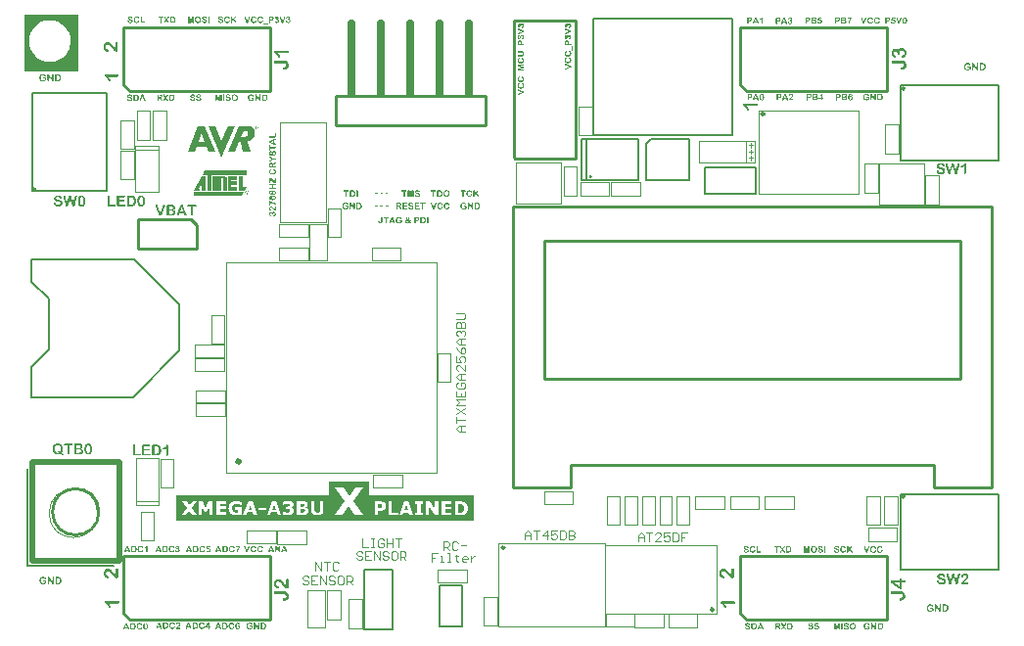
<source format=gto>
%FSLAX43Y43*%
%MOMM*%
G71*
G01*
G75*
G04 Layer_Color=65535*
%ADD10R,0.762X0.762*%
%ADD11R,0.762X0.762*%
%ADD12R,1.200X1.200*%
%ADD13O,0.550X2.000*%
%ADD14O,2.000X0.550*%
%ADD15R,0.950X1.000*%
%ADD16R,3.200X3.200*%
%ADD17R,4.000X4.000*%
%ADD18R,1.500X0.800*%
%ADD19R,0.650X0.800*%
%ADD20R,0.600X0.900*%
%ADD21R,1.000X1.000*%
%ADD22R,0.800X1.000*%
%ADD23R,0.900X0.600*%
%ADD24R,0.700X0.700*%
%ADD25R,0.800X0.650*%
%ADD26R,1.300X0.600*%
%ADD27R,1.500X0.990*%
%ADD28R,1.500X3.280*%
%ADD29R,0.500X2.300*%
%ADD30R,2.000X2.500*%
%ADD31R,1.100X0.600*%
%ADD32R,1.100X1.000*%
%ADD33R,0.950X1.750*%
%ADD34R,1.000X1.600*%
%ADD35R,3.000X2.500*%
%ADD36R,1.950X0.600*%
%ADD37R,1.500X1.350*%
%ADD38R,1.150X1.350*%
%ADD39R,1.000X2.250*%
%ADD40R,1.300X0.450*%
%ADD41R,2.250X1.000*%
%ADD42C,0.175*%
%ADD43C,0.350*%
%ADD44C,0.400*%
%ADD45C,0.300*%
%ADD46C,0.229*%
%ADD47C,0.200*%
%ADD48R,0.300X0.900*%
%ADD49C,1.700*%
%ADD50R,1.700X1.700*%
%ADD51C,0.500*%
%ADD52C,3.600*%
%ADD53C,2.000*%
%ADD54O,1.200X2.000*%
G04:AMPARAMS|DCode=55|XSize=2.5mm|YSize=2mm|CornerRadius=0.7mm|HoleSize=0mm|Usage=FLASHONLY|Rotation=0.000|XOffset=0mm|YOffset=0mm|HoleType=Round|Shape=RoundedRectangle|*
%AMROUNDEDRECTD55*
21,1,2.500,0.600,0,0,0.0*
21,1,1.100,2.000,0,0,0.0*
1,1,1.400,0.550,-0.300*
1,1,1.400,-0.550,-0.300*
1,1,1.400,-0.550,0.300*
1,1,1.400,0.550,0.300*
%
%ADD55ROUNDEDRECTD55*%
%ADD56C,0.550*%
%ADD57C,0.500*%
%ADD58C,0.100*%
G04:AMPARAMS|DCode=59|XSize=2.524mm|YSize=2.524mm|CornerRadius=0mm|HoleSize=0mm|Usage=FLASHONLY|Rotation=0.000|XOffset=0mm|YOffset=0mm|HoleType=Round|Shape=Relief|Width=0.254mm|Gap=0.254mm|Entries=4|*
%AMTHD59*
7,0,0,2.524,2.016,0.254,45*
%
%ADD59THD59*%
%ADD60C,1.600*%
%ADD61C,1.500*%
G04:AMPARAMS|DCode=62|XSize=4.624mm|YSize=4.624mm|CornerRadius=0mm|HoleSize=0mm|Usage=FLASHONLY|Rotation=0.000|XOffset=0mm|YOffset=0mm|HoleType=Round|Shape=Relief|Width=0.254mm|Gap=0.254mm|Entries=4|*
%AMTHD62*
7,0,0,4.624,4.116,0.254,45*
%
%ADD62THD62*%
%ADD63C,2.600*%
%ADD64C,1.400*%
G04:AMPARAMS|DCode=65|XSize=2.424mm|YSize=2.424mm|CornerRadius=0mm|HoleSize=0mm|Usage=FLASHONLY|Rotation=0.000|XOffset=0mm|YOffset=0mm|HoleType=Round|Shape=Relief|Width=0.254mm|Gap=0.254mm|Entries=4|*
%AMTHD65*
7,0,0,2.424,1.916,0.254,45*
%
%ADD65THD65*%
%ADD66O,2.600X1.600*%
%ADD67C,0.850*%
%ADD68C,3.700*%
%AMTHOVALD69*
21,1,1.000,2.524,0,0,0.0*
1,1,2.524,-0.500,0.000*
1,1,2.524,0.500,0.000*
21,0,1.000,2.016,0,0,0.0*
1,0,2.016,-0.500,0.000*
1,0,2.016,0.500,0.000*
4,0,4,-0.410,-0.090,-1.303,-0.982,-1.482,-0.803,-0.590,0.090,-0.410,-0.090,0.0*
4,0,4,0.590,-0.090,1.482,0.803,1.303,0.982,0.410,0.090,0.590,-0.090,0.0*
4,0,4,-0.590,-0.090,-1.482,0.803,-1.303,0.982,-0.410,0.090,-0.590,-0.090,0.0*
4,0,4,0.410,-0.090,1.303,-0.982,1.482,-0.803,0.590,0.090,0.410,-0.090,0.0*
%
%ADD69THOVALD69*%

%ADD70R,1.000X0.950*%
%ADD71C,1.270*%
%ADD72R,0.900X0.300*%
%ADD73C,0.800*%
%ADD74C,0.254*%
%ADD75C,0.250*%
%ADD76C,0.150*%
%ADD77C,0.640*%
%ADD78C,0.125*%
G36*
X9188Y7838D02*
X9193D01*
X9205Y7835D01*
X9212Y7833D01*
X9219Y7830D01*
X9219D01*
X9221Y7828D01*
X9224Y7826D01*
X9227Y7824D01*
X9236Y7817D01*
X9244Y7807D01*
X9245Y7806D01*
X9246Y7804D01*
X9247Y7802D01*
X9249Y7798D01*
X9254Y7789D01*
X9260Y7777D01*
Y7776D01*
X9261Y7774D01*
X9262Y7771D01*
X9265Y7766D01*
X9267Y7760D01*
X9270Y7753D01*
X9274Y7744D01*
X9277Y7734D01*
X9422Y7376D01*
Y7375D01*
X9423Y7374D01*
X9424Y7369D01*
X9427Y7362D01*
X9431Y7353D01*
X9437Y7334D01*
X9439Y7324D01*
X9439Y7316D01*
Y7315D01*
Y7313D01*
X9439Y7309D01*
X9438Y7305D01*
X9435Y7300D01*
X9432Y7293D01*
X9428Y7287D01*
X9423Y7281D01*
X9422Y7280D01*
X9420Y7279D01*
X9417Y7276D01*
X9412Y7273D01*
X9406Y7271D01*
X9400Y7268D01*
X9392Y7266D01*
X9384Y7265D01*
X9382D01*
X9376Y7266D01*
X9369Y7268D01*
X9361Y7271D01*
X9360Y7271D01*
X9356Y7274D01*
X9351Y7278D01*
X9346Y7283D01*
X9345Y7285D01*
X9341Y7289D01*
X9337Y7297D01*
X9332Y7307D01*
Y7308D01*
X9331Y7310D01*
X9329Y7314D01*
X9327Y7317D01*
X9324Y7327D01*
X9319Y7337D01*
X9292Y7407D01*
X9067D01*
X9041Y7335D01*
Y7335D01*
X9040Y7334D01*
X9038Y7328D01*
X9035Y7321D01*
X9031Y7313D01*
X9028Y7304D01*
X9022Y7294D01*
X9018Y7286D01*
X9014Y7279D01*
X9013Y7279D01*
X9012Y7278D01*
X9009Y7275D01*
X9006Y7272D01*
X9000Y7270D01*
X8994Y7268D01*
X8987Y7266D01*
X8978Y7265D01*
X8975D01*
X8971Y7266D01*
X8966Y7267D01*
X8960Y7269D01*
X8954Y7271D01*
X8947Y7275D01*
X8941Y7280D01*
X8940Y7281D01*
X8938Y7283D01*
X8936Y7286D01*
X8933Y7291D01*
X8930Y7296D01*
X8928Y7302D01*
X8926Y7308D01*
X8925Y7315D01*
Y7316D01*
Y7317D01*
X8926Y7322D01*
X8927Y7330D01*
X8929Y7339D01*
Y7340D01*
X8929Y7342D01*
X8930Y7344D01*
X8931Y7348D01*
X8933Y7353D01*
X8936Y7358D01*
X8938Y7365D01*
X8941Y7373D01*
X9083Y7733D01*
Y7734D01*
X9084Y7736D01*
X9085Y7739D01*
X9087Y7744D01*
X9089Y7749D01*
X9092Y7755D01*
X9097Y7770D01*
Y7771D01*
X9099Y7774D01*
X9100Y7778D01*
X9102Y7783D01*
X9108Y7795D01*
X9115Y7806D01*
X9116Y7807D01*
X9117Y7809D01*
X9119Y7811D01*
X9122Y7815D01*
X9130Y7823D01*
X9141Y7830D01*
X9141Y7831D01*
X9143Y7831D01*
X9147Y7833D01*
X9151Y7835D01*
X9157Y7837D01*
X9163Y7838D01*
X9171Y7839D01*
X9184D01*
X9188Y7838D01*
D02*
G37*
G36*
X13105Y1213D02*
X13112Y1213D01*
X13129Y1211D01*
X13147Y1207D01*
X13166Y1203D01*
X13187Y1196D01*
X13208Y1187D01*
X13209D01*
X13210Y1186D01*
X13213Y1185D01*
X13216Y1182D01*
X13226Y1177D01*
X13238Y1169D01*
X13251Y1159D01*
X13265Y1148D01*
X13278Y1135D01*
X13289Y1121D01*
X13290Y1119D01*
X13294Y1114D01*
X13298Y1107D01*
X13303Y1097D01*
X13308Y1086D01*
X13313Y1072D01*
X13316Y1059D01*
X13317Y1046D01*
Y1045D01*
Y1043D01*
X13316Y1039D01*
X13315Y1035D01*
X13314Y1029D01*
X13311Y1023D01*
X13308Y1018D01*
X13303Y1012D01*
X13302Y1011D01*
X13301Y1009D01*
X13298Y1008D01*
X13294Y1005D01*
X13289Y1001D01*
X13283Y1000D01*
X13277Y998D01*
X13270Y997D01*
X13266D01*
X13263Y998D01*
X13258D01*
X13247Y1001D01*
X13242Y1003D01*
X13237Y1007D01*
X13237Y1008D01*
X13236Y1008D01*
X13233Y1011D01*
X13230Y1015D01*
X13227Y1020D01*
X13223Y1026D01*
X13218Y1034D01*
X13214Y1043D01*
Y1043D01*
X13213Y1044D01*
X13210Y1050D01*
X13205Y1057D01*
X13199Y1065D01*
X13192Y1076D01*
X13183Y1086D01*
X13173Y1095D01*
X13162Y1104D01*
X13160Y1105D01*
X13157Y1107D01*
X13151Y1111D01*
X13142Y1114D01*
X13131Y1118D01*
X13118Y1121D01*
X13104Y1124D01*
X13088Y1125D01*
X13081D01*
X13077Y1124D01*
X13071Y1123D01*
X13065Y1122D01*
X13049Y1118D01*
X13032Y1112D01*
X13022Y1107D01*
X13013Y1102D01*
X13003Y1096D01*
X12995Y1089D01*
X12986Y1081D01*
X12978Y1071D01*
Y1071D01*
X12976Y1069D01*
X12975Y1066D01*
X12972Y1062D01*
X12968Y1057D01*
X12965Y1050D01*
X12961Y1042D01*
X12958Y1033D01*
X12954Y1023D01*
X12951Y1012D01*
X12947Y1000D01*
X12944Y987D01*
X12941Y972D01*
X12939Y957D01*
X12939Y940D01*
X12938Y923D01*
Y922D01*
Y920D01*
Y916D01*
Y912D01*
X12939Y906D01*
Y900D01*
X12940Y885D01*
X12942Y867D01*
X12945Y850D01*
X12949Y831D01*
X12955Y815D01*
Y814D01*
X12956Y813D01*
X12959Y808D01*
X12963Y800D01*
X12968Y791D01*
X12976Y781D01*
X12985Y770D01*
X12996Y760D01*
X13007Y751D01*
X13009Y750D01*
X13013Y747D01*
X13020Y744D01*
X13029Y740D01*
X13040Y737D01*
X13054Y733D01*
X13069Y731D01*
X13085Y730D01*
X13093D01*
X13102Y731D01*
X13113Y732D01*
X13126Y736D01*
X13139Y739D01*
X13153Y746D01*
X13166Y753D01*
X13168Y754D01*
X13172Y758D01*
X13178Y763D01*
X13186Y771D01*
X13194Y781D01*
X13202Y794D01*
X13210Y808D01*
X13217Y824D01*
Y825D01*
X13219Y828D01*
X13221Y832D01*
X13223Y837D01*
X13229Y848D01*
X13236Y859D01*
X13237Y860D01*
X13237Y862D01*
X13240Y864D01*
X13244Y866D01*
X13249Y869D01*
X13254Y872D01*
X13261Y873D01*
X13269Y873D01*
X13273D01*
X13276Y873D01*
X13281Y872D01*
X13287Y870D01*
X13292Y867D01*
X13298Y864D01*
X13303Y859D01*
X13304Y859D01*
X13306Y857D01*
X13308Y854D01*
X13311Y850D01*
X13314Y845D01*
X13315Y838D01*
X13317Y832D01*
X13318Y824D01*
Y824D01*
Y820D01*
X13317Y815D01*
X13316Y808D01*
X13315Y799D01*
X13313Y789D01*
X13309Y779D01*
X13305Y767D01*
X13304Y766D01*
X13302Y762D01*
X13300Y756D01*
X13295Y748D01*
X13289Y739D01*
X13282Y729D01*
X13273Y718D01*
X13264Y707D01*
X13263Y706D01*
X13258Y702D01*
X13252Y696D01*
X13244Y689D01*
X13234Y682D01*
X13222Y674D01*
X13208Y666D01*
X13192Y659D01*
X13191D01*
X13190Y658D01*
X13187Y657D01*
X13184Y656D01*
X13175Y653D01*
X13163Y650D01*
X13148Y646D01*
X13131Y643D01*
X13112Y641D01*
X13091Y640D01*
X13084D01*
X13075Y641D01*
X13065D01*
X13053Y642D01*
X13039Y644D01*
X13011Y649D01*
X13010D01*
X13005Y651D01*
X12998Y653D01*
X12989Y655D01*
X12980Y659D01*
X12968Y663D01*
X12957Y668D01*
X12946Y675D01*
X12945Y675D01*
X12940Y678D01*
X12935Y682D01*
X12928Y687D01*
X12920Y694D01*
X12911Y702D01*
X12902Y710D01*
X12892Y721D01*
X12891Y722D01*
X12889Y725D01*
X12884Y731D01*
X12879Y738D01*
X12874Y746D01*
X12867Y756D01*
X12861Y767D01*
X12854Y779D01*
X12854Y781D01*
X12852Y784D01*
X12849Y791D01*
X12846Y800D01*
X12842Y810D01*
X12838Y822D01*
X12834Y835D01*
X12831Y848D01*
Y850D01*
X12830Y854D01*
X12829Y862D01*
X12827Y872D01*
X12826Y883D01*
X12825Y896D01*
X12824Y911D01*
Y926D01*
Y927D01*
Y929D01*
Y933D01*
Y937D01*
X12825Y944D01*
Y951D01*
X12826Y966D01*
X12828Y985D01*
X12832Y1005D01*
X12837Y1026D01*
X12843Y1046D01*
Y1047D01*
X12844Y1049D01*
X12845Y1051D01*
X12847Y1055D01*
X12851Y1065D01*
X12857Y1078D01*
X12865Y1092D01*
X12875Y1107D01*
X12886Y1122D01*
X12898Y1137D01*
X12899Y1138D01*
X12900Y1139D01*
X12904Y1143D01*
X12912Y1150D01*
X12923Y1158D01*
X12935Y1168D01*
X12950Y1178D01*
X12966Y1186D01*
X12983Y1194D01*
X12984D01*
X12986Y1195D01*
X12989Y1196D01*
X12992Y1198D01*
X12996Y1199D01*
X13002Y1200D01*
X13015Y1205D01*
X13031Y1208D01*
X13048Y1211D01*
X13068Y1213D01*
X13088Y1214D01*
X13100D01*
X13105Y1213D01*
D02*
G37*
G36*
X10893Y7832D02*
X10898Y7831D01*
X10903Y7830D01*
X10908Y7826D01*
X10913Y7823D01*
X10919Y7817D01*
X10919Y7817D01*
X10920Y7815D01*
X10922Y7811D01*
X10925Y7806D01*
X10927Y7800D01*
X10929Y7793D01*
X10930Y7784D01*
X10931Y7774D01*
Y7341D01*
Y7340D01*
Y7337D01*
Y7334D01*
X10930Y7329D01*
X10929Y7323D01*
X10928Y7317D01*
X10925Y7303D01*
X10919Y7289D01*
X10914Y7283D01*
X10909Y7277D01*
X10903Y7272D01*
X10897Y7269D01*
X10888Y7266D01*
X10879Y7265D01*
X10876D01*
X10871Y7266D01*
X10866Y7267D01*
X10860Y7269D01*
X10854Y7271D01*
X10847Y7275D01*
X10841Y7280D01*
X10841Y7281D01*
X10840Y7283D01*
X10837Y7287D01*
X10835Y7292D01*
X10833Y7299D01*
X10830Y7307D01*
X10829Y7315D01*
X10828Y7326D01*
Y7671D01*
X10827Y7670D01*
X10824Y7668D01*
X10820Y7664D01*
X10813Y7660D01*
X10805Y7654D01*
X10796Y7647D01*
X10776Y7634D01*
X10755Y7621D01*
X10733Y7609D01*
X10723Y7604D01*
X10714Y7601D01*
X10706Y7598D01*
X10699Y7597D01*
X10696D01*
X10693Y7598D01*
X10689Y7599D01*
X10680Y7603D01*
X10675Y7605D01*
X10670Y7610D01*
X10669Y7611D01*
X10668Y7612D01*
X10666Y7614D01*
X10664Y7618D01*
X10659Y7627D01*
X10658Y7633D01*
X10657Y7639D01*
Y7640D01*
Y7642D01*
X10658Y7646D01*
X10659Y7649D01*
X10663Y7659D01*
X10665Y7663D01*
X10670Y7667D01*
X10671Y7668D01*
X10672Y7668D01*
X10675Y7670D01*
X10679Y7674D01*
X10685Y7677D01*
X10693Y7681D01*
X10702Y7686D01*
X10713Y7691D01*
X10714D01*
X10714Y7692D01*
X10717Y7693D01*
X10721Y7695D01*
X10728Y7699D01*
X10739Y7704D01*
X10750Y7711D01*
X10763Y7719D01*
X10775Y7727D01*
X10785Y7736D01*
X10786Y7737D01*
X10790Y7740D01*
X10795Y7746D01*
X10802Y7752D01*
X10810Y7760D01*
X10818Y7769D01*
X10827Y7779D01*
X10834Y7789D01*
X10835Y7791D01*
X10838Y7794D01*
X10841Y7799D01*
X10846Y7805D01*
X10850Y7811D01*
X10855Y7817D01*
X10859Y7823D01*
X10862Y7826D01*
X10863Y7827D01*
X10868Y7830D01*
X10870Y7831D01*
X10875Y7832D01*
X10880Y7833D01*
X10890D01*
X10893Y7832D01*
D02*
G37*
G36*
X10355Y7838D02*
X10362Y7838D01*
X10379Y7836D01*
X10397Y7832D01*
X10416Y7828D01*
X10438Y7821D01*
X10458Y7812D01*
X10459D01*
X10460Y7811D01*
X10463Y7810D01*
X10466Y7807D01*
X10476Y7802D01*
X10488Y7794D01*
X10501Y7784D01*
X10515Y7773D01*
X10528Y7760D01*
X10539Y7746D01*
X10540Y7744D01*
X10544Y7739D01*
X10548Y7732D01*
X10553Y7722D01*
X10558Y7711D01*
X10563Y7697D01*
X10566Y7684D01*
X10567Y7671D01*
Y7670D01*
Y7668D01*
X10566Y7664D01*
X10565Y7660D01*
X10564Y7654D01*
X10561Y7648D01*
X10558Y7643D01*
X10553Y7637D01*
X10552Y7636D01*
X10551Y7634D01*
X10548Y7633D01*
X10544Y7630D01*
X10539Y7626D01*
X10533Y7625D01*
X10527Y7623D01*
X10520Y7622D01*
X10516D01*
X10513Y7623D01*
X10508D01*
X10497Y7626D01*
X10492Y7628D01*
X10487Y7632D01*
X10487Y7633D01*
X10486Y7633D01*
X10483Y7636D01*
X10480Y7640D01*
X10477Y7645D01*
X10473Y7651D01*
X10468Y7659D01*
X10464Y7668D01*
Y7668D01*
X10463Y7669D01*
X10460Y7675D01*
X10455Y7682D01*
X10449Y7690D01*
X10442Y7701D01*
X10433Y7711D01*
X10423Y7720D01*
X10412Y7729D01*
X10410Y7730D01*
X10407Y7732D01*
X10401Y7736D01*
X10392Y7739D01*
X10381Y7743D01*
X10368Y7746D01*
X10354Y7749D01*
X10338Y7750D01*
X10331D01*
X10327Y7749D01*
X10321Y7748D01*
X10315Y7747D01*
X10299Y7743D01*
X10282Y7737D01*
X10272Y7732D01*
X10263Y7727D01*
X10253Y7721D01*
X10245Y7714D01*
X10236Y7706D01*
X10228Y7696D01*
Y7696D01*
X10226Y7694D01*
X10225Y7691D01*
X10222Y7687D01*
X10218Y7682D01*
X10215Y7675D01*
X10211Y7667D01*
X10208Y7658D01*
X10204Y7648D01*
X10201Y7637D01*
X10197Y7625D01*
X10194Y7611D01*
X10191Y7597D01*
X10189Y7582D01*
X10189Y7565D01*
X10188Y7548D01*
Y7547D01*
Y7545D01*
Y7541D01*
Y7537D01*
X10189Y7531D01*
Y7525D01*
X10190Y7510D01*
X10192Y7492D01*
X10195Y7475D01*
X10199Y7456D01*
X10205Y7440D01*
Y7439D01*
X10206Y7438D01*
X10209Y7433D01*
X10213Y7425D01*
X10218Y7416D01*
X10226Y7406D01*
X10235Y7395D01*
X10246Y7385D01*
X10257Y7376D01*
X10259Y7375D01*
X10263Y7372D01*
X10270Y7369D01*
X10279Y7365D01*
X10290Y7362D01*
X10304Y7358D01*
X10319Y7356D01*
X10335Y7355D01*
X10343D01*
X10352Y7356D01*
X10363Y7357D01*
X10376Y7361D01*
X10389Y7364D01*
X10403Y7371D01*
X10416Y7378D01*
X10418Y7379D01*
X10422Y7383D01*
X10428Y7388D01*
X10436Y7396D01*
X10444Y7406D01*
X10452Y7419D01*
X10460Y7433D01*
X10467Y7449D01*
Y7450D01*
X10469Y7453D01*
X10471Y7457D01*
X10473Y7462D01*
X10479Y7473D01*
X10486Y7484D01*
X10487Y7485D01*
X10487Y7487D01*
X10490Y7489D01*
X10494Y7491D01*
X10499Y7494D01*
X10504Y7497D01*
X10511Y7498D01*
X10519Y7498D01*
X10523D01*
X10526Y7498D01*
X10531Y7497D01*
X10537Y7495D01*
X10542Y7492D01*
X10548Y7489D01*
X10553Y7484D01*
X10554Y7484D01*
X10556Y7482D01*
X10558Y7479D01*
X10561Y7475D01*
X10564Y7470D01*
X10565Y7463D01*
X10567Y7457D01*
X10568Y7449D01*
Y7449D01*
Y7445D01*
X10567Y7440D01*
X10566Y7433D01*
X10565Y7424D01*
X10563Y7414D01*
X10559Y7404D01*
X10555Y7392D01*
X10554Y7391D01*
X10552Y7387D01*
X10550Y7381D01*
X10545Y7373D01*
X10539Y7364D01*
X10532Y7354D01*
X10523Y7343D01*
X10514Y7332D01*
X10513Y7331D01*
X10508Y7327D01*
X10502Y7321D01*
X10494Y7314D01*
X10484Y7307D01*
X10472Y7299D01*
X10458Y7291D01*
X10442Y7284D01*
X10441D01*
X10440Y7283D01*
X10438Y7282D01*
X10434Y7281D01*
X10425Y7278D01*
X10413Y7275D01*
X10398Y7271D01*
X10381Y7268D01*
X10362Y7266D01*
X10341Y7265D01*
X10334D01*
X10325Y7266D01*
X10315D01*
X10303Y7267D01*
X10289Y7269D01*
X10261Y7274D01*
X10260D01*
X10255Y7276D01*
X10248Y7278D01*
X10239Y7280D01*
X10230Y7284D01*
X10218Y7288D01*
X10207Y7293D01*
X10196Y7300D01*
X10195Y7300D01*
X10190Y7303D01*
X10185Y7307D01*
X10178Y7312D01*
X10170Y7319D01*
X10161Y7327D01*
X10152Y7335D01*
X10142Y7346D01*
X10141Y7347D01*
X10139Y7350D01*
X10134Y7356D01*
X10129Y7363D01*
X10124Y7371D01*
X10117Y7381D01*
X10111Y7392D01*
X10104Y7404D01*
X10104Y7406D01*
X10102Y7409D01*
X10099Y7416D01*
X10096Y7425D01*
X10092Y7435D01*
X10088Y7447D01*
X10084Y7460D01*
X10081Y7473D01*
Y7475D01*
X10080Y7479D01*
X10079Y7487D01*
X10077Y7497D01*
X10076Y7508D01*
X10075Y7521D01*
X10074Y7536D01*
Y7551D01*
Y7552D01*
Y7554D01*
Y7558D01*
Y7562D01*
X10075Y7569D01*
Y7576D01*
X10076Y7591D01*
X10078Y7610D01*
X10082Y7630D01*
X10087Y7651D01*
X10093Y7671D01*
Y7672D01*
X10094Y7674D01*
X10095Y7676D01*
X10097Y7680D01*
X10101Y7690D01*
X10107Y7703D01*
X10115Y7717D01*
X10125Y7732D01*
X10136Y7747D01*
X10148Y7762D01*
X10149Y7763D01*
X10150Y7764D01*
X10154Y7768D01*
X10162Y7775D01*
X10173Y7783D01*
X10185Y7793D01*
X10200Y7803D01*
X10216Y7811D01*
X10233Y7819D01*
X10234D01*
X10236Y7820D01*
X10239Y7821D01*
X10242Y7823D01*
X10246Y7824D01*
X10252Y7825D01*
X10265Y7830D01*
X10281Y7833D01*
X10298Y7836D01*
X10318Y7838D01*
X10338Y7839D01*
X10350D01*
X10355Y7838D01*
D02*
G37*
G36*
X9757Y7830D02*
X9771Y7829D01*
X9786Y7828D01*
X9803Y7826D01*
X9820Y7823D01*
X9835Y7819D01*
X9836D01*
X9837Y7818D01*
X9842Y7817D01*
X9850Y7814D01*
X9860Y7810D01*
X9871Y7805D01*
X9885Y7798D01*
X9897Y7789D01*
X9910Y7780D01*
X9911Y7779D01*
X9913Y7776D01*
X9918Y7772D01*
X9924Y7766D01*
X9930Y7758D01*
X9937Y7748D01*
X9945Y7737D01*
X9954Y7724D01*
X9962Y7709D01*
X9970Y7692D01*
X9977Y7674D01*
X9984Y7653D01*
X9989Y7631D01*
X9993Y7607D01*
X9996Y7581D01*
X9997Y7554D01*
Y7553D01*
Y7551D01*
Y7548D01*
Y7545D01*
Y7536D01*
X9996Y7524D01*
X9995Y7510D01*
X9993Y7494D01*
X9988Y7463D01*
Y7462D01*
Y7461D01*
X9986Y7456D01*
X9984Y7448D01*
X9981Y7438D01*
X9977Y7427D01*
X9973Y7413D01*
X9967Y7401D01*
X9961Y7388D01*
X9960Y7386D01*
X9957Y7383D01*
X9954Y7376D01*
X9949Y7368D01*
X9942Y7359D01*
X9934Y7349D01*
X9924Y7339D01*
X9914Y7328D01*
X9913Y7328D01*
X9911Y7325D01*
X9906Y7321D01*
X9899Y7317D01*
X9892Y7312D01*
X9884Y7307D01*
X9865Y7296D01*
X9864Y7295D01*
X9861Y7294D01*
X9856Y7293D01*
X9849Y7290D01*
X9840Y7287D01*
X9830Y7285D01*
X9820Y7282D01*
X9808Y7279D01*
X9807D01*
X9803Y7279D01*
X9797Y7278D01*
X9788D01*
X9779Y7277D01*
X9766Y7276D01*
X9754Y7275D01*
X9588D01*
X9583Y7276D01*
X9576D01*
X9561Y7279D01*
X9553Y7281D01*
X9547Y7284D01*
X9546Y7285D01*
X9545Y7286D01*
X9538Y7291D01*
X9532Y7299D01*
X9529Y7304D01*
X9527Y7310D01*
Y7311D01*
X9526Y7313D01*
X9525Y7317D01*
Y7321D01*
X9524Y7328D01*
X9524Y7335D01*
X9523Y7344D01*
Y7354D01*
Y7761D01*
Y7763D01*
Y7767D01*
X9524Y7774D01*
X9524Y7781D01*
X9526Y7790D01*
X9530Y7799D01*
X9533Y7807D01*
X9538Y7814D01*
X9539Y7815D01*
X9542Y7817D01*
X9545Y7819D01*
X9552Y7823D01*
X9559Y7825D01*
X9567Y7828D01*
X9579Y7830D01*
X9591Y7831D01*
X9752D01*
X9757Y7830D01*
D02*
G37*
G36*
X15655Y1213D02*
X15662Y1213D01*
X15679Y1211D01*
X15697Y1207D01*
X15716Y1203D01*
X15737Y1196D01*
X15758Y1187D01*
X15759D01*
X15760Y1186D01*
X15763Y1185D01*
X15766Y1182D01*
X15776Y1177D01*
X15788Y1169D01*
X15801Y1159D01*
X15815Y1148D01*
X15828Y1135D01*
X15839Y1121D01*
X15840Y1119D01*
X15844Y1114D01*
X15848Y1107D01*
X15853Y1097D01*
X15858Y1086D01*
X15863Y1072D01*
X15866Y1059D01*
X15867Y1046D01*
Y1045D01*
Y1043D01*
X15866Y1039D01*
X15865Y1035D01*
X15864Y1029D01*
X15861Y1023D01*
X15858Y1018D01*
X15853Y1012D01*
X15852Y1011D01*
X15851Y1009D01*
X15848Y1008D01*
X15844Y1005D01*
X15839Y1001D01*
X15833Y1000D01*
X15827Y998D01*
X15820Y997D01*
X15816D01*
X15813Y998D01*
X15808D01*
X15797Y1001D01*
X15792Y1003D01*
X15787Y1007D01*
X15787Y1008D01*
X15786Y1008D01*
X15783Y1011D01*
X15780Y1015D01*
X15777Y1020D01*
X15773Y1026D01*
X15768Y1034D01*
X15764Y1043D01*
Y1043D01*
X15763Y1044D01*
X15760Y1050D01*
X15755Y1057D01*
X15749Y1065D01*
X15742Y1076D01*
X15733Y1086D01*
X15723Y1095D01*
X15712Y1104D01*
X15710Y1105D01*
X15707Y1107D01*
X15701Y1111D01*
X15692Y1114D01*
X15681Y1118D01*
X15668Y1121D01*
X15654Y1124D01*
X15638Y1125D01*
X15631D01*
X15627Y1124D01*
X15621Y1123D01*
X15615Y1122D01*
X15599Y1118D01*
X15582Y1112D01*
X15572Y1107D01*
X15563Y1102D01*
X15553Y1096D01*
X15545Y1089D01*
X15536Y1081D01*
X15528Y1071D01*
Y1071D01*
X15526Y1069D01*
X15525Y1066D01*
X15522Y1062D01*
X15518Y1057D01*
X15515Y1050D01*
X15511Y1042D01*
X15508Y1033D01*
X15504Y1023D01*
X15501Y1012D01*
X15497Y1000D01*
X15494Y987D01*
X15491Y972D01*
X15489Y957D01*
X15489Y940D01*
X15488Y923D01*
Y922D01*
Y920D01*
Y916D01*
Y912D01*
X15489Y906D01*
Y900D01*
X15490Y885D01*
X15492Y867D01*
X15495Y850D01*
X15499Y831D01*
X15505Y815D01*
Y814D01*
X15506Y813D01*
X15509Y808D01*
X15513Y800D01*
X15518Y791D01*
X15526Y781D01*
X15535Y770D01*
X15546Y760D01*
X15557Y751D01*
X15559Y750D01*
X15563Y747D01*
X15570Y744D01*
X15579Y740D01*
X15590Y737D01*
X15604Y733D01*
X15619Y731D01*
X15635Y730D01*
X15643D01*
X15652Y731D01*
X15663Y732D01*
X15676Y736D01*
X15689Y739D01*
X15703Y746D01*
X15716Y753D01*
X15718Y754D01*
X15722Y758D01*
X15728Y763D01*
X15736Y771D01*
X15744Y781D01*
X15752Y794D01*
X15760Y808D01*
X15767Y824D01*
Y825D01*
X15769Y828D01*
X15771Y832D01*
X15773Y837D01*
X15779Y848D01*
X15786Y859D01*
X15787Y860D01*
X15787Y862D01*
X15790Y864D01*
X15794Y866D01*
X15799Y869D01*
X15804Y872D01*
X15811Y873D01*
X15819Y873D01*
X15822D01*
X15826Y873D01*
X15831Y872D01*
X15837Y870D01*
X15842Y867D01*
X15848Y864D01*
X15853Y859D01*
X15854Y859D01*
X15856Y857D01*
X15858Y854D01*
X15861Y850D01*
X15864Y845D01*
X15865Y838D01*
X15867Y832D01*
X15868Y824D01*
Y824D01*
Y820D01*
X15867Y815D01*
X15866Y808D01*
X15865Y799D01*
X15863Y789D01*
X15859Y779D01*
X15855Y767D01*
X15854Y766D01*
X15852Y762D01*
X15850Y756D01*
X15845Y748D01*
X15839Y739D01*
X15832Y729D01*
X15823Y718D01*
X15814Y707D01*
X15813Y706D01*
X15808Y702D01*
X15802Y696D01*
X15794Y689D01*
X15784Y682D01*
X15772Y674D01*
X15758Y666D01*
X15742Y659D01*
X15741D01*
X15740Y658D01*
X15737Y657D01*
X15734Y656D01*
X15725Y653D01*
X15713Y650D01*
X15698Y646D01*
X15681Y643D01*
X15662Y641D01*
X15641Y640D01*
X15634D01*
X15625Y641D01*
X15615D01*
X15603Y642D01*
X15589Y644D01*
X15561Y649D01*
X15560D01*
X15555Y651D01*
X15548Y653D01*
X15539Y655D01*
X15530Y659D01*
X15518Y663D01*
X15507Y668D01*
X15496Y675D01*
X15495Y675D01*
X15490Y678D01*
X15485Y682D01*
X15478Y687D01*
X15470Y694D01*
X15461Y702D01*
X15452Y710D01*
X15442Y721D01*
X15441Y722D01*
X15439Y725D01*
X15434Y731D01*
X15429Y738D01*
X15424Y746D01*
X15417Y756D01*
X15411Y767D01*
X15404Y779D01*
X15404Y781D01*
X15402Y784D01*
X15399Y791D01*
X15396Y800D01*
X15392Y810D01*
X15388Y822D01*
X15384Y835D01*
X15381Y848D01*
Y850D01*
X15380Y854D01*
X15379Y862D01*
X15377Y872D01*
X15376Y883D01*
X15375Y896D01*
X15374Y911D01*
Y926D01*
Y927D01*
Y929D01*
Y933D01*
Y937D01*
X15375Y944D01*
Y951D01*
X15376Y966D01*
X15378Y985D01*
X15382Y1005D01*
X15387Y1026D01*
X15393Y1046D01*
Y1047D01*
X15394Y1049D01*
X15395Y1051D01*
X15397Y1055D01*
X15401Y1065D01*
X15407Y1078D01*
X15415Y1092D01*
X15425Y1107D01*
X15436Y1122D01*
X15448Y1137D01*
X15449Y1138D01*
X15450Y1139D01*
X15454Y1143D01*
X15462Y1150D01*
X15473Y1158D01*
X15485Y1168D01*
X15500Y1178D01*
X15516Y1186D01*
X15533Y1194D01*
X15534D01*
X15536Y1195D01*
X15539Y1196D01*
X15542Y1198D01*
X15546Y1199D01*
X15552Y1200D01*
X15565Y1205D01*
X15581Y1208D01*
X15598Y1211D01*
X15618Y1213D01*
X15638Y1214D01*
X15650D01*
X15655Y1213D01*
D02*
G37*
G36*
X15057Y1205D02*
X15071Y1204D01*
X15086Y1203D01*
X15103Y1201D01*
X15120Y1198D01*
X15135Y1194D01*
X15136D01*
X15137Y1193D01*
X15142Y1192D01*
X15150Y1189D01*
X15160Y1185D01*
X15171Y1180D01*
X15185Y1173D01*
X15197Y1164D01*
X15210Y1155D01*
X15211Y1154D01*
X15213Y1151D01*
X15218Y1147D01*
X15224Y1141D01*
X15230Y1133D01*
X15237Y1123D01*
X15245Y1112D01*
X15254Y1099D01*
X15262Y1084D01*
X15270Y1067D01*
X15277Y1049D01*
X15284Y1028D01*
X15289Y1006D01*
X15293Y982D01*
X15296Y956D01*
X15297Y929D01*
Y928D01*
Y926D01*
Y923D01*
Y920D01*
Y911D01*
X15296Y899D01*
X15295Y885D01*
X15293Y869D01*
X15288Y838D01*
Y837D01*
Y836D01*
X15286Y831D01*
X15284Y823D01*
X15281Y813D01*
X15277Y802D01*
X15273Y788D01*
X15267Y776D01*
X15261Y763D01*
X15260Y761D01*
X15257Y758D01*
X15254Y751D01*
X15249Y743D01*
X15241Y734D01*
X15234Y724D01*
X15224Y714D01*
X15214Y703D01*
X15213Y703D01*
X15211Y700D01*
X15206Y696D01*
X15199Y692D01*
X15192Y687D01*
X15184Y682D01*
X15165Y671D01*
X15164Y670D01*
X15161Y669D01*
X15156Y668D01*
X15149Y665D01*
X15140Y662D01*
X15130Y660D01*
X15120Y657D01*
X15108Y654D01*
X15107D01*
X15103Y654D01*
X15097Y653D01*
X15088D01*
X15079Y652D01*
X15066Y651D01*
X15054Y650D01*
X14888D01*
X14883Y651D01*
X14876D01*
X14861Y654D01*
X14853Y656D01*
X14847Y659D01*
X14846Y660D01*
X14845Y661D01*
X14838Y666D01*
X14832Y674D01*
X14829Y679D01*
X14827Y685D01*
Y686D01*
X14826Y688D01*
X14825Y692D01*
Y696D01*
X14824Y703D01*
X14823Y710D01*
X14823Y719D01*
Y729D01*
Y1136D01*
Y1138D01*
Y1142D01*
X14823Y1149D01*
X14824Y1156D01*
X14826Y1165D01*
X14830Y1174D01*
X14833Y1182D01*
X14838Y1189D01*
X14839Y1190D01*
X14842Y1192D01*
X14845Y1194D01*
X14852Y1198D01*
X14859Y1200D01*
X14867Y1203D01*
X14879Y1205D01*
X14891Y1206D01*
X15052D01*
X15057Y1205D01*
D02*
G37*
G36*
X11938Y1213D02*
X11943D01*
X11955Y1210D01*
X11962Y1208D01*
X11969Y1205D01*
X11969D01*
X11971Y1203D01*
X11974Y1201D01*
X11977Y1199D01*
X11986Y1192D01*
X11994Y1182D01*
X11995Y1181D01*
X11996Y1179D01*
X11997Y1177D01*
X11999Y1173D01*
X12004Y1164D01*
X12010Y1152D01*
Y1151D01*
X12011Y1149D01*
X12012Y1146D01*
X12015Y1141D01*
X12017Y1135D01*
X12020Y1128D01*
X12024Y1119D01*
X12027Y1109D01*
X12172Y751D01*
Y750D01*
X12173Y749D01*
X12174Y744D01*
X12177Y737D01*
X12181Y728D01*
X12187Y709D01*
X12189Y699D01*
X12189Y691D01*
Y690D01*
Y688D01*
X12189Y684D01*
X12188Y680D01*
X12185Y675D01*
X12182Y668D01*
X12178Y662D01*
X12173Y656D01*
X12172Y655D01*
X12170Y654D01*
X12167Y651D01*
X12162Y648D01*
X12156Y646D01*
X12150Y643D01*
X12142Y641D01*
X12134Y640D01*
X12132D01*
X12126Y641D01*
X12119Y643D01*
X12111Y646D01*
X12110Y646D01*
X12106Y649D01*
X12101Y653D01*
X12096Y658D01*
X12095Y660D01*
X12091Y664D01*
X12087Y672D01*
X12082Y682D01*
Y683D01*
X12081Y685D01*
X12079Y689D01*
X12077Y692D01*
X12074Y702D01*
X12069Y712D01*
X12042Y782D01*
X11817D01*
X11791Y710D01*
Y710D01*
X11790Y709D01*
X11788Y703D01*
X11785Y696D01*
X11781Y688D01*
X11778Y679D01*
X11772Y669D01*
X11768Y661D01*
X11764Y654D01*
X11763Y654D01*
X11762Y653D01*
X11759Y650D01*
X11756Y647D01*
X11750Y645D01*
X11744Y643D01*
X11737Y641D01*
X11728Y640D01*
X11725D01*
X11721Y641D01*
X11716Y642D01*
X11710Y644D01*
X11704Y646D01*
X11697Y650D01*
X11691Y655D01*
X11690Y656D01*
X11688Y658D01*
X11686Y661D01*
X11683Y666D01*
X11680Y671D01*
X11678Y677D01*
X11676Y683D01*
X11675Y690D01*
Y691D01*
Y692D01*
X11676Y697D01*
X11677Y705D01*
X11679Y714D01*
Y715D01*
X11679Y717D01*
X11680Y719D01*
X11681Y723D01*
X11683Y728D01*
X11686Y733D01*
X11688Y740D01*
X11691Y748D01*
X11833Y1108D01*
Y1109D01*
X11834Y1111D01*
X11835Y1114D01*
X11837Y1119D01*
X11839Y1124D01*
X11842Y1130D01*
X11847Y1145D01*
Y1146D01*
X11849Y1149D01*
X11850Y1153D01*
X11852Y1158D01*
X11858Y1170D01*
X11865Y1181D01*
X11866Y1182D01*
X11867Y1184D01*
X11869Y1186D01*
X11872Y1190D01*
X11880Y1198D01*
X11891Y1205D01*
X11891Y1206D01*
X11893Y1206D01*
X11897Y1208D01*
X11901Y1210D01*
X11907Y1212D01*
X11913Y1213D01*
X11921Y1214D01*
X11934D01*
X11938Y1213D01*
D02*
G37*
G36*
X13608Y1207D02*
X13613D01*
X13627Y1206D01*
X13642Y1204D01*
X13659Y1200D01*
X13676Y1196D01*
X13691Y1190D01*
X13692Y1189D01*
X13696Y1187D01*
X13701Y1185D01*
X13707Y1181D01*
X13714Y1177D01*
X13722Y1171D01*
X13730Y1164D01*
X13738Y1156D01*
X13739Y1156D01*
X13741Y1153D01*
X13745Y1149D01*
X13749Y1142D01*
X13754Y1135D01*
X13760Y1127D01*
X13765Y1118D01*
X13769Y1107D01*
X13770Y1107D01*
X13771Y1103D01*
X13773Y1097D01*
X13775Y1090D01*
X13777Y1081D01*
X13779Y1071D01*
X13780Y1061D01*
X13781Y1050D01*
Y1049D01*
Y1048D01*
Y1045D01*
Y1042D01*
X13780Y1033D01*
X13778Y1022D01*
X13775Y1008D01*
X13771Y994D01*
X13765Y979D01*
X13757Y964D01*
X13756Y962D01*
X13753Y958D01*
X13748Y951D01*
X13742Y942D01*
X13735Y933D01*
X13726Y923D01*
X13718Y913D01*
X13709Y904D01*
X13708Y903D01*
X13705Y900D01*
X13698Y894D01*
X13690Y887D01*
X13679Y878D01*
X13665Y866D01*
X13648Y852D01*
X13628Y836D01*
X13627Y835D01*
X13626Y834D01*
X13623Y831D01*
X13620Y828D01*
X13609Y820D01*
X13598Y809D01*
X13584Y798D01*
X13571Y786D01*
X13560Y774D01*
X13550Y764D01*
Y763D01*
X13549Y762D01*
X13544Y757D01*
X13539Y749D01*
X13532Y739D01*
X13734D01*
X13740Y739D01*
X13746Y738D01*
X13761Y734D01*
X13768Y732D01*
X13774Y727D01*
X13775Y726D01*
X13776Y724D01*
X13779Y722D01*
X13782Y718D01*
X13784Y714D01*
X13787Y708D01*
X13789Y702D01*
X13790Y694D01*
Y693D01*
Y691D01*
X13789Y688D01*
X13788Y683D01*
X13784Y673D01*
X13782Y668D01*
X13777Y662D01*
X13776Y661D01*
X13775Y661D01*
X13772Y659D01*
X13768Y656D01*
X13763Y654D01*
X13756Y652D01*
X13749Y651D01*
X13740Y650D01*
X13457D01*
X13452Y651D01*
X13446Y652D01*
X13439Y654D01*
X13431Y656D01*
X13424Y660D01*
X13417Y665D01*
X13416Y666D01*
X13414Y668D01*
X13412Y671D01*
X13409Y675D01*
X13407Y681D01*
X13404Y688D01*
X13402Y695D01*
X13401Y703D01*
Y703D01*
Y705D01*
X13402Y708D01*
X13403Y712D01*
X13404Y717D01*
X13406Y724D01*
X13408Y731D01*
X13412Y739D01*
X13413Y739D01*
X13414Y742D01*
X13416Y746D01*
X13419Y752D01*
X13426Y763D01*
X13430Y768D01*
X13435Y774D01*
X13435Y774D01*
X13437Y776D01*
X13440Y779D01*
X13443Y782D01*
X13452Y792D01*
X13464Y804D01*
X13478Y818D01*
X13494Y833D01*
X13509Y849D01*
X13525Y863D01*
X13526Y864D01*
X13527Y865D01*
X13532Y869D01*
X13539Y875D01*
X13548Y883D01*
X13556Y892D01*
X13566Y900D01*
X13575Y907D01*
X13583Y912D01*
X13584Y913D01*
X13588Y916D01*
X13594Y920D01*
X13601Y926D01*
X13609Y932D01*
X13618Y940D01*
X13627Y948D01*
X13634Y956D01*
X13635Y957D01*
X13638Y960D01*
X13641Y965D01*
X13647Y970D01*
X13651Y977D01*
X13656Y985D01*
X13662Y993D01*
X13666Y1001D01*
X13667Y1002D01*
X13668Y1006D01*
X13669Y1010D01*
X13672Y1016D01*
X13674Y1023D01*
X13676Y1030D01*
X13676Y1039D01*
X13677Y1047D01*
Y1048D01*
Y1051D01*
X13676Y1056D01*
X13676Y1062D01*
X13672Y1076D01*
X13669Y1083D01*
X13665Y1090D01*
X13664Y1091D01*
X13663Y1093D01*
X13661Y1097D01*
X13657Y1101D01*
X13653Y1106D01*
X13647Y1111D01*
X13641Y1115D01*
X13634Y1120D01*
X13633Y1121D01*
X13630Y1121D01*
X13627Y1123D01*
X13621Y1126D01*
X13614Y1128D01*
X13607Y1129D01*
X13599Y1130D01*
X13591Y1131D01*
X13586D01*
X13583Y1130D01*
X13573Y1128D01*
X13563Y1126D01*
X13549Y1121D01*
X13536Y1113D01*
X13530Y1107D01*
X13524Y1102D01*
X13518Y1095D01*
X13513Y1087D01*
X13512Y1086D01*
X13511Y1084D01*
X13510Y1081D01*
X13508Y1077D01*
X13506Y1071D01*
X13503Y1064D01*
X13499Y1056D01*
Y1055D01*
X13498Y1051D01*
X13496Y1047D01*
X13493Y1042D01*
X13487Y1029D01*
X13484Y1023D01*
X13479Y1017D01*
X13478Y1016D01*
X13478Y1015D01*
X13475Y1013D01*
X13471Y1011D01*
X13467Y1008D01*
X13461Y1006D01*
X13455Y1005D01*
X13447Y1004D01*
X13444D01*
X13441Y1005D01*
X13436Y1006D01*
X13426Y1009D01*
X13421Y1012D01*
X13415Y1016D01*
X13414Y1017D01*
X13414Y1019D01*
X13412Y1022D01*
X13409Y1025D01*
X13407Y1030D01*
X13405Y1036D01*
X13404Y1043D01*
X13403Y1050D01*
Y1051D01*
Y1055D01*
X13404Y1060D01*
X13405Y1067D01*
X13406Y1075D01*
X13408Y1085D01*
X13411Y1094D01*
X13414Y1105D01*
X13415Y1106D01*
X13417Y1109D01*
X13420Y1115D01*
X13423Y1121D01*
X13428Y1129D01*
X13435Y1138D01*
X13442Y1147D01*
X13450Y1156D01*
X13450Y1156D01*
X13454Y1160D01*
X13459Y1164D01*
X13466Y1170D01*
X13474Y1175D01*
X13485Y1182D01*
X13496Y1188D01*
X13509Y1193D01*
X13511Y1194D01*
X13515Y1196D01*
X13523Y1198D01*
X13533Y1201D01*
X13545Y1204D01*
X13560Y1206D01*
X13576Y1207D01*
X13593Y1208D01*
X13603D01*
X13608Y1207D01*
D02*
G37*
G36*
X12507Y1205D02*
X12521Y1204D01*
X12536Y1203D01*
X12553Y1201D01*
X12570Y1198D01*
X12585Y1194D01*
X12586D01*
X12587Y1193D01*
X12592Y1192D01*
X12600Y1189D01*
X12610Y1185D01*
X12621Y1180D01*
X12635Y1173D01*
X12647Y1164D01*
X12660Y1155D01*
X12661Y1154D01*
X12663Y1151D01*
X12668Y1147D01*
X12674Y1141D01*
X12680Y1133D01*
X12687Y1123D01*
X12695Y1112D01*
X12704Y1099D01*
X12712Y1084D01*
X12720Y1067D01*
X12727Y1049D01*
X12734Y1028D01*
X12739Y1006D01*
X12743Y982D01*
X12746Y956D01*
X12747Y929D01*
Y928D01*
Y926D01*
Y923D01*
Y920D01*
Y911D01*
X12746Y899D01*
X12745Y885D01*
X12743Y869D01*
X12738Y838D01*
Y837D01*
Y836D01*
X12736Y831D01*
X12734Y823D01*
X12731Y813D01*
X12727Y802D01*
X12723Y788D01*
X12717Y776D01*
X12711Y763D01*
X12710Y761D01*
X12707Y758D01*
X12704Y751D01*
X12699Y743D01*
X12692Y734D01*
X12684Y724D01*
X12674Y714D01*
X12664Y703D01*
X12663Y703D01*
X12661Y700D01*
X12656Y696D01*
X12649Y692D01*
X12642Y687D01*
X12634Y682D01*
X12615Y671D01*
X12614Y670D01*
X12611Y669D01*
X12606Y668D01*
X12599Y665D01*
X12590Y662D01*
X12580Y660D01*
X12570Y657D01*
X12558Y654D01*
X12557D01*
X12553Y654D01*
X12547Y653D01*
X12538D01*
X12529Y652D01*
X12516Y651D01*
X12504Y650D01*
X12338D01*
X12333Y651D01*
X12326D01*
X12311Y654D01*
X12303Y656D01*
X12297Y659D01*
X12296Y660D01*
X12295Y661D01*
X12288Y666D01*
X12282Y674D01*
X12279Y679D01*
X12277Y685D01*
Y686D01*
X12276Y688D01*
X12275Y692D01*
Y696D01*
X12274Y703D01*
X12274Y710D01*
X12273Y719D01*
Y729D01*
Y1136D01*
Y1138D01*
Y1142D01*
X12274Y1149D01*
X12274Y1156D01*
X12276Y1165D01*
X12280Y1174D01*
X12283Y1182D01*
X12288Y1189D01*
X12289Y1190D01*
X12292Y1192D01*
X12295Y1194D01*
X12302Y1198D01*
X12309Y1200D01*
X12317Y1203D01*
X12329Y1205D01*
X12341Y1206D01*
X12502D01*
X12507Y1205D01*
D02*
G37*
G36*
X9113Y1163D02*
X9118D01*
X9130Y1160D01*
X9137Y1158D01*
X9144Y1155D01*
X9144D01*
X9146Y1153D01*
X9149Y1151D01*
X9152Y1149D01*
X9161Y1142D01*
X9169Y1132D01*
X9170Y1131D01*
X9171Y1129D01*
X9172Y1127D01*
X9174Y1123D01*
X9179Y1114D01*
X9185Y1102D01*
Y1101D01*
X9186Y1099D01*
X9187Y1096D01*
X9190Y1091D01*
X9192Y1085D01*
X9195Y1078D01*
X9199Y1069D01*
X9202Y1059D01*
X9347Y701D01*
Y700D01*
X9348Y699D01*
X9349Y694D01*
X9352Y687D01*
X9356Y678D01*
X9362Y659D01*
X9364Y649D01*
X9364Y641D01*
Y640D01*
Y638D01*
X9364Y634D01*
X9363Y630D01*
X9360Y625D01*
X9357Y618D01*
X9353Y612D01*
X9348Y606D01*
X9347Y605D01*
X9345Y604D01*
X9342Y601D01*
X9337Y598D01*
X9331Y596D01*
X9325Y593D01*
X9317Y591D01*
X9309Y590D01*
X9307D01*
X9301Y591D01*
X9294Y593D01*
X9286Y596D01*
X9285Y596D01*
X9281Y599D01*
X9276Y603D01*
X9271Y608D01*
X9270Y610D01*
X9266Y614D01*
X9262Y622D01*
X9257Y632D01*
Y633D01*
X9256Y635D01*
X9254Y639D01*
X9252Y642D01*
X9249Y652D01*
X9244Y662D01*
X9217Y732D01*
X8992D01*
X8966Y660D01*
Y660D01*
X8965Y659D01*
X8963Y653D01*
X8960Y646D01*
X8956Y638D01*
X8953Y629D01*
X8947Y619D01*
X8943Y611D01*
X8939Y604D01*
X8938Y604D01*
X8937Y603D01*
X8934Y600D01*
X8931Y597D01*
X8925Y595D01*
X8919Y593D01*
X8912Y591D01*
X8903Y590D01*
X8900D01*
X8896Y591D01*
X8891Y592D01*
X8885Y594D01*
X8879Y596D01*
X8872Y600D01*
X8866Y605D01*
X8865Y606D01*
X8863Y608D01*
X8861Y611D01*
X8858Y616D01*
X8855Y621D01*
X8853Y627D01*
X8851Y633D01*
X8850Y640D01*
Y641D01*
Y642D01*
X8851Y647D01*
X8852Y655D01*
X8854Y664D01*
Y665D01*
X8854Y667D01*
X8855Y669D01*
X8856Y673D01*
X8858Y678D01*
X8861Y683D01*
X8863Y690D01*
X8866Y698D01*
X9008Y1058D01*
Y1059D01*
X9009Y1061D01*
X9010Y1064D01*
X9012Y1069D01*
X9014Y1074D01*
X9017Y1080D01*
X9022Y1095D01*
Y1096D01*
X9024Y1099D01*
X9025Y1103D01*
X9027Y1108D01*
X9033Y1120D01*
X9040Y1131D01*
X9041Y1132D01*
X9042Y1134D01*
X9044Y1136D01*
X9047Y1140D01*
X9055Y1148D01*
X9066Y1155D01*
X9066Y1156D01*
X9068Y1156D01*
X9072Y1158D01*
X9076Y1160D01*
X9082Y1162D01*
X9088Y1163D01*
X9096Y1164D01*
X9109D01*
X9113Y1163D01*
D02*
G37*
G36*
X70994D02*
X71001Y1163D01*
X71007Y1160D01*
X71014Y1157D01*
X71021Y1153D01*
X71027Y1147D01*
X71028Y1146D01*
X71029Y1143D01*
X71032Y1140D01*
X71035Y1135D01*
X71037Y1128D01*
X71040Y1119D01*
X71042Y1108D01*
X71043Y1096D01*
Y659D01*
Y657D01*
Y653D01*
X71042Y646D01*
X71041Y639D01*
X71039Y631D01*
X71036Y622D01*
X71032Y614D01*
X71027Y607D01*
X71026Y606D01*
X71024Y604D01*
X71021Y602D01*
X71015Y599D01*
X71010Y596D01*
X71003Y593D01*
X70994Y591D01*
X70986Y590D01*
X70981D01*
X70977Y591D01*
X70972Y592D01*
X70965Y595D01*
X70959Y597D01*
X70951Y602D01*
X70945Y607D01*
X70944Y608D01*
X70943Y611D01*
X70941Y614D01*
X70938Y620D01*
X70935Y627D01*
X70933Y636D01*
X70931Y646D01*
X70930Y659D01*
Y1096D01*
Y1098D01*
Y1101D01*
X70931Y1107D01*
X70932Y1115D01*
X70934Y1123D01*
X70937Y1132D01*
X70940Y1140D01*
X70945Y1147D01*
X70946Y1148D01*
X70948Y1149D01*
X70951Y1152D01*
X70957Y1156D01*
X70962Y1159D01*
X70969Y1162D01*
X70977Y1163D01*
X70986Y1164D01*
X70990D01*
X70994Y1163D01*
D02*
G37*
G36*
X70562Y7813D02*
X70574Y7813D01*
X70588Y7811D01*
X70603Y7809D01*
X70618Y7806D01*
X70632Y7801D01*
X70633D01*
X70634Y7800D01*
X70639Y7799D01*
X70646Y7796D01*
X70654Y7792D01*
X70664Y7788D01*
X70675Y7782D01*
X70685Y7776D01*
X70695Y7768D01*
X70696Y7767D01*
X70699Y7764D01*
X70703Y7760D01*
X70709Y7755D01*
X70714Y7748D01*
X70720Y7740D01*
X70726Y7732D01*
X70731Y7723D01*
X70731Y7722D01*
X70732Y7720D01*
X70734Y7714D01*
X70737Y7709D01*
X70738Y7702D01*
X70740Y7695D01*
X70741Y7686D01*
X70742Y7678D01*
Y7678D01*
Y7675D01*
X70741Y7671D01*
X70740Y7666D01*
X70738Y7661D01*
X70736Y7655D01*
X70732Y7648D01*
X70727Y7642D01*
X70726Y7641D01*
X70724Y7639D01*
X70722Y7636D01*
X70717Y7634D01*
X70712Y7631D01*
X70706Y7629D01*
X70700Y7627D01*
X70692Y7626D01*
X70689D01*
X70685Y7627D01*
X70682D01*
X70671Y7630D01*
X70667Y7632D01*
X70662Y7636D01*
Y7636D01*
X70660Y7637D01*
X70659Y7640D01*
X70656Y7643D01*
X70653Y7648D01*
X70649Y7653D01*
X70646Y7660D01*
X70641Y7668D01*
X70640Y7670D01*
X70639Y7673D01*
X70635Y7678D01*
X70631Y7686D01*
X70625Y7693D01*
X70619Y7701D01*
X70612Y7709D01*
X70604Y7716D01*
X70604Y7717D01*
X70600Y7719D01*
X70596Y7722D01*
X70588Y7726D01*
X70578Y7728D01*
X70567Y7732D01*
X70553Y7734D01*
X70536Y7735D01*
X70529D01*
X70521Y7734D01*
X70511Y7732D01*
X70500Y7730D01*
X70488Y7727D01*
X70476Y7721D01*
X70466Y7715D01*
X70465Y7714D01*
X70462Y7712D01*
X70458Y7707D01*
X70453Y7702D01*
X70448Y7695D01*
X70444Y7687D01*
X70441Y7678D01*
X70440Y7669D01*
Y7668D01*
Y7666D01*
X70441Y7663D01*
Y7659D01*
X70443Y7650D01*
X70448Y7640D01*
Y7639D01*
X70450Y7638D01*
X70455Y7633D01*
X70462Y7626D01*
X70473Y7619D01*
X70474D01*
X70476Y7618D01*
X70479Y7616D01*
X70483Y7615D01*
X70494Y7610D01*
X70505Y7606D01*
X70506D01*
X70509Y7605D01*
X70512Y7604D01*
X70519Y7602D01*
X70526Y7600D01*
X70535Y7597D01*
X70547Y7594D01*
X70560Y7591D01*
X70561D01*
X70561Y7590D01*
X70564D01*
X70568Y7589D01*
X70576Y7586D01*
X70588Y7584D01*
X70601Y7580D01*
X70615Y7577D01*
X70644Y7567D01*
X70645D01*
X70646Y7566D01*
X70650Y7565D01*
X70658Y7562D01*
X70667Y7558D01*
X70676Y7553D01*
X70688Y7548D01*
X70698Y7542D01*
X70709Y7535D01*
X70710Y7534D01*
X70713Y7531D01*
X70718Y7527D01*
X70724Y7522D01*
X70731Y7515D01*
X70738Y7507D01*
X70745Y7497D01*
X70751Y7487D01*
X70752Y7486D01*
X70753Y7481D01*
X70756Y7475D01*
X70759Y7467D01*
X70761Y7457D01*
X70764Y7445D01*
X70766Y7431D01*
X70767Y7416D01*
Y7415D01*
Y7413D01*
Y7410D01*
Y7407D01*
X70765Y7398D01*
X70763Y7386D01*
X70760Y7372D01*
X70755Y7357D01*
X70749Y7341D01*
X70740Y7325D01*
X70739Y7324D01*
X70735Y7318D01*
X70730Y7311D01*
X70721Y7303D01*
X70710Y7292D01*
X70697Y7282D01*
X70682Y7272D01*
X70664Y7262D01*
X70663D01*
X70661Y7261D01*
X70659Y7260D01*
X70655Y7259D01*
X70650Y7257D01*
X70645Y7255D01*
X70638Y7253D01*
X70631Y7252D01*
X70613Y7247D01*
X70593Y7244D01*
X70570Y7241D01*
X70546Y7240D01*
X70538D01*
X70532Y7241D01*
X70525D01*
X70517Y7242D01*
X70508Y7243D01*
X70498Y7244D01*
X70476Y7248D01*
X70454Y7253D01*
X70431Y7260D01*
X70410Y7271D01*
X70408Y7272D01*
X70404Y7275D01*
X70397Y7280D01*
X70388Y7287D01*
X70377Y7295D01*
X70368Y7305D01*
X70357Y7317D01*
X70348Y7330D01*
Y7331D01*
X70347Y7331D01*
X70344Y7336D01*
X70340Y7344D01*
X70336Y7353D01*
X70332Y7364D01*
X70327Y7377D01*
X70325Y7390D01*
X70324Y7403D01*
Y7404D01*
Y7407D01*
X70325Y7410D01*
X70326Y7416D01*
X70327Y7421D01*
X70330Y7426D01*
X70334Y7432D01*
X70338Y7438D01*
X70339Y7438D01*
X70341Y7440D01*
X70344Y7442D01*
X70349Y7445D01*
X70354Y7448D01*
X70360Y7450D01*
X70367Y7452D01*
X70375Y7452D01*
X70377D01*
X70381Y7452D01*
X70385Y7451D01*
X70395Y7448D01*
X70400Y7445D01*
X70405Y7441D01*
X70406Y7440D01*
X70406Y7439D01*
X70409Y7437D01*
X70412Y7432D01*
X70415Y7428D01*
X70419Y7423D01*
X70422Y7416D01*
X70426Y7408D01*
X70427Y7407D01*
X70427Y7403D01*
X70430Y7398D01*
X70433Y7392D01*
X70440Y7378D01*
X70448Y7363D01*
X70449Y7362D01*
X70451Y7360D01*
X70454Y7357D01*
X70458Y7353D01*
X70462Y7348D01*
X70469Y7344D01*
X70476Y7338D01*
X70483Y7334D01*
X70484Y7333D01*
X70488Y7332D01*
X70492Y7331D01*
X70499Y7329D01*
X70508Y7326D01*
X70518Y7324D01*
X70529Y7324D01*
X70542Y7323D01*
X70551D01*
X70560Y7324D01*
X70571Y7325D01*
X70584Y7328D01*
X70597Y7332D01*
X70611Y7338D01*
X70624Y7345D01*
X70625Y7346D01*
X70629Y7350D01*
X70633Y7355D01*
X70639Y7361D01*
X70646Y7370D01*
X70650Y7380D01*
X70653Y7391D01*
X70655Y7403D01*
Y7404D01*
Y7408D01*
X70654Y7413D01*
X70653Y7419D01*
X70651Y7427D01*
X70648Y7434D01*
X70644Y7441D01*
X70638Y7448D01*
X70637Y7449D01*
X70635Y7451D01*
X70631Y7454D01*
X70626Y7458D01*
X70619Y7462D01*
X70612Y7466D01*
X70604Y7471D01*
X70594Y7474D01*
X70593Y7475D01*
X70590Y7476D01*
X70583Y7478D01*
X70576Y7480D01*
X70565Y7483D01*
X70553Y7487D01*
X70539Y7491D01*
X70523Y7494D01*
X70522D01*
X70520Y7495D01*
X70517Y7496D01*
X70513Y7497D01*
X70508Y7498D01*
X70502Y7500D01*
X70488Y7504D01*
X70472Y7508D01*
X70455Y7514D01*
X70439Y7520D01*
X70423Y7527D01*
X70421Y7528D01*
X70416Y7530D01*
X70409Y7535D01*
X70400Y7541D01*
X70390Y7548D01*
X70379Y7557D01*
X70369Y7566D01*
X70359Y7578D01*
X70358Y7579D01*
X70356Y7584D01*
X70351Y7591D01*
X70348Y7600D01*
X70343Y7612D01*
X70339Y7625D01*
X70336Y7641D01*
X70335Y7658D01*
Y7659D01*
Y7660D01*
Y7663D01*
Y7666D01*
X70337Y7675D01*
X70339Y7686D01*
X70342Y7699D01*
X70346Y7713D01*
X70352Y7727D01*
X70360Y7740D01*
X70361Y7742D01*
X70364Y7746D01*
X70370Y7752D01*
X70378Y7760D01*
X70389Y7769D01*
X70401Y7778D01*
X70416Y7787D01*
X70433Y7795D01*
X70434D01*
X70434Y7796D01*
X70437Y7797D01*
X70441Y7798D01*
X70446Y7799D01*
X70451Y7801D01*
X70464Y7805D01*
X70481Y7808D01*
X70499Y7812D01*
X70521Y7813D01*
X70544Y7814D01*
X70553D01*
X70562Y7813D01*
D02*
G37*
G36*
X71943Y1163D02*
X71950D01*
X71959Y1163D01*
X71969Y1162D01*
X71979Y1160D01*
X72003Y1156D01*
X72028Y1149D01*
X72053Y1141D01*
X72077Y1129D01*
X72078D01*
X72079Y1128D01*
X72083Y1126D01*
X72087Y1123D01*
X72092Y1119D01*
X72098Y1114D01*
X72112Y1104D01*
X72127Y1090D01*
X72142Y1072D01*
X72157Y1052D01*
X72170Y1029D01*
Y1029D01*
X72172Y1027D01*
X72173Y1023D01*
X72176Y1018D01*
X72178Y1012D01*
X72181Y1004D01*
X72184Y996D01*
X72187Y986D01*
X72190Y976D01*
X72192Y964D01*
X72195Y951D01*
X72198Y938D01*
X72201Y909D01*
X72203Y878D01*
Y877D01*
Y875D01*
Y872D01*
Y867D01*
X72202Y861D01*
Y854D01*
X72201Y839D01*
X72198Y821D01*
X72196Y801D01*
X72191Y781D01*
X72185Y760D01*
Y759D01*
X72184Y758D01*
X72184Y755D01*
X72182Y752D01*
X72178Y742D01*
X72172Y730D01*
X72165Y715D01*
X72156Y700D01*
X72145Y684D01*
X72133Y669D01*
X72131Y667D01*
X72127Y663D01*
X72119Y656D01*
X72109Y647D01*
X72097Y638D01*
X72082Y628D01*
X72065Y619D01*
X72047Y611D01*
X72046D01*
X72044Y610D01*
X72042Y609D01*
X72038Y607D01*
X72034Y606D01*
X72028Y604D01*
X72014Y601D01*
X71997Y596D01*
X71977Y594D01*
X71955Y591D01*
X71931Y590D01*
X71921D01*
X71915Y591D01*
X71908D01*
X71893Y593D01*
X71874Y596D01*
X71855Y599D01*
X71835Y604D01*
X71815Y611D01*
X71814D01*
X71812Y611D01*
X71809Y613D01*
X71806Y614D01*
X71796Y619D01*
X71785Y626D01*
X71771Y634D01*
X71757Y645D01*
X71742Y656D01*
X71729Y670D01*
Y671D01*
X71727Y672D01*
X71724Y677D01*
X71717Y685D01*
X71710Y696D01*
X71701Y710D01*
X71693Y725D01*
X71684Y743D01*
X71677Y762D01*
Y763D01*
X71676Y765D01*
X71675Y767D01*
X71674Y772D01*
X71673Y776D01*
X71672Y782D01*
X71668Y797D01*
X71665Y814D01*
X71662Y834D01*
X71660Y856D01*
X71660Y879D01*
Y880D01*
Y881D01*
Y885D01*
Y889D01*
X71660Y895D01*
Y901D01*
X71662Y917D01*
X71664Y936D01*
X71667Y955D01*
X71671Y976D01*
X71677Y996D01*
Y997D01*
X71678Y999D01*
X71679Y1001D01*
X71681Y1005D01*
X71685Y1015D01*
X71691Y1028D01*
X71698Y1042D01*
X71708Y1057D01*
X71718Y1072D01*
X71731Y1086D01*
Y1087D01*
X71732Y1088D01*
X71737Y1092D01*
X71745Y1099D01*
X71754Y1107D01*
X71766Y1117D01*
X71781Y1127D01*
X71797Y1136D01*
X71816Y1144D01*
X71816D01*
X71818Y1145D01*
X71821Y1146D01*
X71824Y1148D01*
X71829Y1149D01*
X71835Y1150D01*
X71849Y1155D01*
X71865Y1158D01*
X71885Y1161D01*
X71906Y1163D01*
X71929Y1164D01*
X71937D01*
X71943Y1163D01*
D02*
G37*
G36*
X71386D02*
X71398Y1163D01*
X71412Y1161D01*
X71426Y1159D01*
X71441Y1156D01*
X71456Y1151D01*
X71457D01*
X71458Y1150D01*
X71462Y1149D01*
X71469Y1146D01*
X71478Y1142D01*
X71488Y1138D01*
X71498Y1132D01*
X71509Y1126D01*
X71518Y1118D01*
X71519Y1117D01*
X71523Y1114D01*
X71527Y1110D01*
X71532Y1105D01*
X71538Y1098D01*
X71544Y1090D01*
X71550Y1082D01*
X71554Y1073D01*
X71555Y1072D01*
X71556Y1070D01*
X71558Y1064D01*
X71561Y1059D01*
X71562Y1052D01*
X71564Y1045D01*
X71565Y1036D01*
X71566Y1029D01*
Y1028D01*
Y1025D01*
X71565Y1021D01*
X71564Y1016D01*
X71562Y1011D01*
X71560Y1005D01*
X71556Y998D01*
X71551Y992D01*
X71550Y991D01*
X71548Y989D01*
X71546Y986D01*
X71541Y984D01*
X71536Y981D01*
X71530Y979D01*
X71524Y977D01*
X71516Y976D01*
X71512D01*
X71509Y977D01*
X71505D01*
X71495Y980D01*
X71490Y982D01*
X71486Y986D01*
Y986D01*
X71484Y987D01*
X71483Y990D01*
X71480Y993D01*
X71476Y998D01*
X71473Y1003D01*
X71469Y1010D01*
X71465Y1018D01*
X71464Y1020D01*
X71462Y1023D01*
X71459Y1029D01*
X71454Y1036D01*
X71449Y1043D01*
X71443Y1051D01*
X71436Y1059D01*
X71428Y1066D01*
X71427Y1067D01*
X71424Y1069D01*
X71419Y1072D01*
X71412Y1076D01*
X71402Y1078D01*
X71391Y1082D01*
X71377Y1084D01*
X71360Y1085D01*
X71353D01*
X71345Y1084D01*
X71334Y1082D01*
X71324Y1080D01*
X71312Y1077D01*
X71300Y1071D01*
X71290Y1065D01*
X71289Y1064D01*
X71285Y1062D01*
X71282Y1057D01*
X71277Y1052D01*
X71272Y1045D01*
X71268Y1037D01*
X71264Y1029D01*
X71263Y1019D01*
Y1018D01*
Y1016D01*
X71264Y1013D01*
Y1009D01*
X71267Y1000D01*
X71272Y990D01*
Y989D01*
X71274Y988D01*
X71278Y983D01*
X71286Y976D01*
X71297Y969D01*
X71298D01*
X71299Y968D01*
X71303Y966D01*
X71307Y965D01*
X71318Y960D01*
X71329Y956D01*
X71330D01*
X71333Y955D01*
X71336Y954D01*
X71342Y952D01*
X71350Y950D01*
X71359Y947D01*
X71370Y944D01*
X71384Y941D01*
X71384D01*
X71385Y940D01*
X71388D01*
X71391Y939D01*
X71400Y937D01*
X71412Y934D01*
X71425Y930D01*
X71439Y927D01*
X71468Y917D01*
X71469D01*
X71469Y916D01*
X71474Y915D01*
X71482Y912D01*
X71490Y908D01*
X71500Y903D01*
X71511Y898D01*
X71522Y892D01*
X71532Y885D01*
X71533Y884D01*
X71537Y881D01*
X71542Y877D01*
X71548Y872D01*
X71554Y865D01*
X71561Y857D01*
X71568Y847D01*
X71575Y837D01*
X71575Y836D01*
X71577Y831D01*
X71580Y825D01*
X71582Y817D01*
X71585Y807D01*
X71588Y795D01*
X71589Y781D01*
X71590Y766D01*
Y765D01*
Y763D01*
Y760D01*
Y757D01*
X71589Y748D01*
X71587Y736D01*
X71584Y722D01*
X71579Y707D01*
X71573Y691D01*
X71564Y675D01*
X71563Y674D01*
X71559Y668D01*
X71554Y661D01*
X71545Y653D01*
X71534Y642D01*
X71521Y632D01*
X71505Y622D01*
X71488Y612D01*
X71487D01*
X71485Y611D01*
X71483Y611D01*
X71479Y609D01*
X71474Y607D01*
X71469Y605D01*
X71462Y604D01*
X71454Y602D01*
X71437Y597D01*
X71417Y594D01*
X71394Y591D01*
X71369Y590D01*
X71362D01*
X71355Y591D01*
X71348D01*
X71341Y592D01*
X71332Y593D01*
X71321Y594D01*
X71300Y598D01*
X71277Y604D01*
X71255Y611D01*
X71234Y621D01*
X71232Y622D01*
X71228Y625D01*
X71221Y630D01*
X71212Y637D01*
X71201Y645D01*
X71192Y655D01*
X71181Y667D01*
X71171Y680D01*
Y681D01*
X71171Y681D01*
X71168Y686D01*
X71164Y694D01*
X71160Y703D01*
X71156Y714D01*
X71151Y727D01*
X71149Y740D01*
X71148Y753D01*
Y754D01*
Y757D01*
X71149Y760D01*
X71150Y766D01*
X71151Y771D01*
X71154Y776D01*
X71157Y782D01*
X71162Y788D01*
X71163Y788D01*
X71164Y790D01*
X71168Y792D01*
X71172Y795D01*
X71178Y798D01*
X71184Y800D01*
X71191Y802D01*
X71199Y802D01*
X71201D01*
X71205Y802D01*
X71209Y801D01*
X71219Y798D01*
X71224Y795D01*
X71228Y791D01*
X71229Y790D01*
X71230Y789D01*
X71233Y787D01*
X71235Y782D01*
X71239Y778D01*
X71242Y773D01*
X71246Y766D01*
X71249Y758D01*
X71250Y757D01*
X71251Y753D01*
X71254Y748D01*
X71256Y742D01*
X71263Y728D01*
X71272Y713D01*
X71273Y712D01*
X71275Y710D01*
X71277Y707D01*
X71282Y703D01*
X71286Y698D01*
X71292Y694D01*
X71299Y689D01*
X71307Y684D01*
X71308Y683D01*
X71312Y682D01*
X71316Y681D01*
X71323Y679D01*
X71332Y676D01*
X71341Y674D01*
X71353Y674D01*
X71366Y673D01*
X71375D01*
X71384Y674D01*
X71395Y675D01*
X71408Y678D01*
X71421Y682D01*
X71435Y688D01*
X71447Y696D01*
X71449Y696D01*
X71453Y700D01*
X71457Y705D01*
X71463Y711D01*
X71469Y720D01*
X71474Y730D01*
X71477Y741D01*
X71479Y753D01*
Y754D01*
Y758D01*
X71478Y763D01*
X71477Y769D01*
X71475Y777D01*
X71472Y784D01*
X71468Y791D01*
X71462Y798D01*
X71461Y799D01*
X71459Y801D01*
X71454Y804D01*
X71450Y808D01*
X71443Y812D01*
X71436Y816D01*
X71427Y821D01*
X71418Y824D01*
X71417Y825D01*
X71413Y826D01*
X71407Y828D01*
X71399Y830D01*
X71389Y833D01*
X71377Y837D01*
X71362Y841D01*
X71347Y844D01*
X71346D01*
X71344Y845D01*
X71341Y846D01*
X71337Y847D01*
X71332Y848D01*
X71326Y850D01*
X71312Y854D01*
X71296Y859D01*
X71279Y864D01*
X71263Y870D01*
X71247Y877D01*
X71245Y878D01*
X71240Y880D01*
X71233Y885D01*
X71224Y891D01*
X71214Y898D01*
X71203Y907D01*
X71192Y916D01*
X71183Y928D01*
X71182Y929D01*
X71179Y934D01*
X71175Y941D01*
X71171Y950D01*
X71167Y962D01*
X71163Y975D01*
X71160Y991D01*
X71159Y1008D01*
Y1009D01*
Y1010D01*
Y1013D01*
Y1016D01*
X71161Y1025D01*
X71163Y1036D01*
X71165Y1049D01*
X71170Y1063D01*
X71176Y1077D01*
X71184Y1090D01*
X71185Y1092D01*
X71188Y1096D01*
X71194Y1102D01*
X71202Y1110D01*
X71213Y1119D01*
X71225Y1128D01*
X71240Y1137D01*
X71256Y1145D01*
X71257D01*
X71258Y1146D01*
X71261Y1147D01*
X71265Y1148D01*
X71270Y1149D01*
X71275Y1151D01*
X71288Y1155D01*
X71305Y1158D01*
X71323Y1162D01*
X71345Y1163D01*
X71368Y1164D01*
X71377D01*
X71386Y1163D01*
D02*
G37*
G36*
X70752Y1155D02*
X70759Y1154D01*
X70767Y1152D01*
X70775Y1150D01*
X70783Y1147D01*
X70791Y1142D01*
X70792Y1142D01*
X70794Y1140D01*
X70797Y1136D01*
X70801Y1132D01*
X70804Y1125D01*
X70808Y1117D01*
X70810Y1106D01*
X70810Y1093D01*
Y653D01*
Y652D01*
Y648D01*
X70810Y643D01*
X70809Y636D01*
X70807Y628D01*
X70804Y620D01*
X70801Y613D01*
X70796Y606D01*
X70795Y605D01*
X70793Y604D01*
X70790Y601D01*
X70786Y598D01*
X70781Y596D01*
X70774Y593D01*
X70767Y591D01*
X70758Y590D01*
X70754D01*
X70750Y591D01*
X70745Y592D01*
X70739Y594D01*
X70732Y597D01*
X70726Y601D01*
X70721Y606D01*
X70720Y607D01*
X70719Y609D01*
X70717Y613D01*
X70714Y618D01*
X70711Y625D01*
X70710Y632D01*
X70708Y642D01*
X70707Y653D01*
Y1037D01*
X70618Y683D01*
Y681D01*
X70616Y678D01*
X70615Y671D01*
X70612Y664D01*
X70608Y647D01*
X70605Y639D01*
X70604Y632D01*
Y632D01*
X70603Y630D01*
X70601Y627D01*
X70599Y623D01*
X70593Y614D01*
X70589Y609D01*
X70583Y604D01*
X70583Y603D01*
X70581Y602D01*
X70577Y599D01*
X70573Y597D01*
X70567Y595D01*
X70560Y592D01*
X70552Y591D01*
X70542Y590D01*
X70539D01*
X70535Y591D01*
X70531D01*
X70520Y594D01*
X70509Y599D01*
X70508D01*
X70506Y601D01*
X70501Y604D01*
X70494Y611D01*
X70487Y620D01*
Y621D01*
X70486Y623D01*
X70484Y625D01*
X70483Y629D01*
X70479Y638D01*
X70476Y649D01*
Y650D01*
X70475Y652D01*
X70474Y655D01*
X70473Y660D01*
X70470Y671D01*
X70467Y683D01*
X70378Y1037D01*
Y653D01*
Y652D01*
Y648D01*
X70378Y643D01*
X70377Y636D01*
X70375Y628D01*
X70372Y620D01*
X70369Y613D01*
X70364Y606D01*
X70363Y605D01*
X70361Y604D01*
X70358Y601D01*
X70354Y598D01*
X70349Y596D01*
X70342Y593D01*
X70335Y591D01*
X70326Y590D01*
X70322D01*
X70318Y591D01*
X70313Y592D01*
X70307Y594D01*
X70300Y596D01*
X70294Y600D01*
X70289Y605D01*
X70288Y606D01*
X70287Y608D01*
X70285Y612D01*
X70282Y618D01*
X70279Y624D01*
X70278Y632D01*
X70276Y642D01*
X70275Y653D01*
Y1093D01*
Y1095D01*
Y1099D01*
X70276Y1106D01*
X70278Y1114D01*
X70279Y1121D01*
X70283Y1129D01*
X70287Y1137D01*
X70293Y1142D01*
X70294Y1143D01*
X70297Y1144D01*
X70301Y1147D01*
X70307Y1149D01*
X70314Y1151D01*
X70323Y1154D01*
X70333Y1155D01*
X70344Y1156D01*
X70390D01*
X70397Y1155D01*
X70412Y1153D01*
X70419Y1151D01*
X70425Y1149D01*
X70426D01*
X70427Y1149D01*
X70433Y1145D01*
X70440Y1139D01*
X70443Y1135D01*
X70446Y1129D01*
Y1128D01*
X70447Y1127D01*
X70449Y1123D01*
X70450Y1118D01*
X70453Y1111D01*
X70456Y1103D01*
X70458Y1092D01*
X70462Y1081D01*
X70542Y777D01*
X70623Y1081D01*
Y1083D01*
X70625Y1086D01*
X70626Y1092D01*
X70628Y1099D01*
X70633Y1115D01*
X70636Y1123D01*
X70639Y1129D01*
Y1130D01*
X70640Y1132D01*
X70644Y1137D01*
X70651Y1144D01*
X70654Y1147D01*
X70660Y1149D01*
X70661D01*
X70662Y1150D01*
X70666Y1151D01*
X70671Y1153D01*
X70677Y1154D01*
X70685Y1155D01*
X70694Y1156D01*
X70746D01*
X70752Y1155D01*
D02*
G37*
G36*
X9682D02*
X9696Y1154D01*
X9711Y1153D01*
X9728Y1151D01*
X9745Y1148D01*
X9760Y1144D01*
X9761D01*
X9762Y1143D01*
X9767Y1142D01*
X9775Y1139D01*
X9785Y1135D01*
X9796Y1130D01*
X9810Y1123D01*
X9822Y1114D01*
X9835Y1105D01*
X9836Y1104D01*
X9838Y1101D01*
X9843Y1097D01*
X9849Y1091D01*
X9855Y1083D01*
X9862Y1073D01*
X9870Y1062D01*
X9879Y1049D01*
X9887Y1034D01*
X9895Y1017D01*
X9902Y999D01*
X9909Y978D01*
X9914Y956D01*
X9918Y932D01*
X9921Y906D01*
X9922Y879D01*
Y878D01*
Y876D01*
Y873D01*
Y870D01*
Y861D01*
X9921Y849D01*
X9920Y835D01*
X9918Y819D01*
X9913Y788D01*
Y787D01*
Y786D01*
X9911Y781D01*
X9909Y773D01*
X9906Y763D01*
X9902Y752D01*
X9898Y738D01*
X9892Y726D01*
X9886Y713D01*
X9885Y711D01*
X9882Y708D01*
X9879Y701D01*
X9874Y693D01*
X9867Y684D01*
X9859Y674D01*
X9849Y664D01*
X9839Y653D01*
X9838Y653D01*
X9836Y650D01*
X9831Y646D01*
X9824Y642D01*
X9817Y637D01*
X9809Y632D01*
X9790Y621D01*
X9789Y620D01*
X9786Y619D01*
X9781Y618D01*
X9774Y615D01*
X9765Y612D01*
X9755Y610D01*
X9745Y607D01*
X9733Y604D01*
X9732D01*
X9728Y604D01*
X9722Y603D01*
X9713D01*
X9704Y602D01*
X9691Y601D01*
X9679Y600D01*
X9513D01*
X9508Y601D01*
X9501D01*
X9486Y604D01*
X9478Y606D01*
X9472Y609D01*
X9471Y610D01*
X9470Y611D01*
X9463Y616D01*
X9457Y624D01*
X9454Y629D01*
X9452Y635D01*
Y636D01*
X9451Y638D01*
X9450Y642D01*
Y646D01*
X9449Y653D01*
X9449Y660D01*
X9448Y669D01*
Y679D01*
Y1086D01*
Y1088D01*
Y1092D01*
X9449Y1099D01*
X9449Y1107D01*
X9451Y1115D01*
X9455Y1124D01*
X9458Y1132D01*
X9463Y1139D01*
X9464Y1140D01*
X9467Y1142D01*
X9470Y1144D01*
X9477Y1148D01*
X9484Y1150D01*
X9492Y1153D01*
X9504Y1155D01*
X9516Y1156D01*
X9677D01*
X9682Y1155D01*
D02*
G37*
G36*
X10775Y1158D02*
X10785Y1157D01*
X10796Y1156D01*
X10808Y1154D01*
X10820Y1150D01*
X10832Y1146D01*
X10834Y1145D01*
X10837Y1143D01*
X10844Y1141D01*
X10851Y1137D01*
X10860Y1132D01*
X10870Y1125D01*
X10880Y1118D01*
X10888Y1109D01*
X10889Y1108D01*
X10893Y1105D01*
X10897Y1099D01*
X10902Y1092D01*
X10909Y1084D01*
X10916Y1073D01*
X10923Y1062D01*
X10929Y1049D01*
Y1048D01*
X10930Y1046D01*
X10932Y1043D01*
X10934Y1037D01*
X10936Y1031D01*
X10938Y1023D01*
X10941Y1014D01*
X10944Y1003D01*
X10947Y992D01*
X10950Y979D01*
X10951Y964D01*
X10954Y948D01*
X10956Y930D01*
X10958Y912D01*
X10958Y893D01*
Y872D01*
Y871D01*
Y869D01*
Y866D01*
Y861D01*
Y856D01*
Y850D01*
X10958Y835D01*
X10957Y818D01*
X10955Y801D01*
X10953Y782D01*
X10950Y765D01*
Y764D01*
Y763D01*
X10950Y760D01*
X10949Y757D01*
X10947Y749D01*
X10944Y738D01*
X10940Y725D01*
X10936Y712D01*
X10929Y698D01*
X10922Y684D01*
Y683D01*
X10922Y682D01*
X10918Y677D01*
X10912Y668D01*
X10905Y659D01*
X10895Y647D01*
X10884Y636D01*
X10871Y625D01*
X10856Y615D01*
X10855D01*
X10854Y614D01*
X10849Y611D01*
X10840Y607D01*
X10829Y604D01*
X10816Y599D01*
X10800Y595D01*
X10783Y592D01*
X10765Y591D01*
X10759D01*
X10755Y592D01*
X10750D01*
X10744Y593D01*
X10731Y596D01*
X10714Y599D01*
X10696Y605D01*
X10679Y613D01*
X10661Y624D01*
X10660D01*
X10660Y625D01*
X10653Y630D01*
X10646Y637D01*
X10636Y647D01*
X10625Y660D01*
X10613Y675D01*
X10602Y694D01*
X10592Y714D01*
X10591Y716D01*
X10590Y719D01*
X10589Y726D01*
X10586Y734D01*
X10583Y745D01*
X10581Y757D01*
X10578Y769D01*
X10575Y783D01*
Y784D01*
Y785D01*
X10575Y790D01*
X10574Y797D01*
X10573Y808D01*
X10572Y820D01*
X10571Y834D01*
X10570Y849D01*
Y866D01*
Y866D01*
Y868D01*
Y871D01*
Y875D01*
Y880D01*
Y886D01*
X10571Y900D01*
Y915D01*
X10573Y933D01*
X10574Y951D01*
X10575Y968D01*
Y969D01*
Y970D01*
X10576Y972D01*
Y976D01*
X10578Y984D01*
X10580Y995D01*
X10582Y1007D01*
X10586Y1021D01*
X10590Y1034D01*
X10595Y1047D01*
Y1048D01*
X10596Y1050D01*
X10597Y1052D01*
X10599Y1056D01*
X10604Y1065D01*
X10611Y1078D01*
X10621Y1091D01*
X10632Y1105D01*
X10645Y1118D01*
X10660Y1130D01*
X10660D01*
X10661Y1131D01*
X10664Y1133D01*
X10667Y1135D01*
X10676Y1139D01*
X10688Y1145D01*
X10703Y1150D01*
X10721Y1155D01*
X10740Y1158D01*
X10761Y1159D01*
X10768D01*
X10775Y1158D01*
D02*
G37*
G36*
X10280Y1163D02*
X10287Y1163D01*
X10304Y1161D01*
X10322Y1157D01*
X10341Y1153D01*
X10362Y1146D01*
X10383Y1137D01*
X10384D01*
X10385Y1136D01*
X10388Y1135D01*
X10391Y1132D01*
X10401Y1127D01*
X10413Y1119D01*
X10426Y1109D01*
X10440Y1098D01*
X10453Y1085D01*
X10464Y1071D01*
X10465Y1069D01*
X10469Y1064D01*
X10473Y1057D01*
X10478Y1047D01*
X10483Y1036D01*
X10488Y1022D01*
X10491Y1009D01*
X10492Y996D01*
Y995D01*
Y993D01*
X10491Y989D01*
X10490Y985D01*
X10489Y979D01*
X10486Y973D01*
X10483Y968D01*
X10478Y962D01*
X10477Y961D01*
X10476Y959D01*
X10473Y958D01*
X10469Y955D01*
X10464Y951D01*
X10458Y950D01*
X10452Y948D01*
X10445Y947D01*
X10441D01*
X10438Y948D01*
X10433D01*
X10422Y951D01*
X10417Y953D01*
X10412Y957D01*
X10412Y958D01*
X10411Y958D01*
X10408Y961D01*
X10405Y965D01*
X10402Y970D01*
X10398Y976D01*
X10393Y984D01*
X10389Y993D01*
Y993D01*
X10388Y994D01*
X10385Y1000D01*
X10380Y1007D01*
X10374Y1015D01*
X10367Y1026D01*
X10358Y1036D01*
X10348Y1045D01*
X10337Y1054D01*
X10335Y1055D01*
X10332Y1057D01*
X10326Y1061D01*
X10317Y1064D01*
X10306Y1068D01*
X10293Y1071D01*
X10279Y1074D01*
X10263Y1075D01*
X10256D01*
X10252Y1074D01*
X10246Y1073D01*
X10240Y1072D01*
X10224Y1068D01*
X10207Y1062D01*
X10197Y1057D01*
X10188Y1052D01*
X10178Y1046D01*
X10170Y1039D01*
X10161Y1031D01*
X10153Y1021D01*
Y1021D01*
X10151Y1019D01*
X10150Y1016D01*
X10147Y1012D01*
X10143Y1007D01*
X10140Y1000D01*
X10136Y992D01*
X10133Y983D01*
X10129Y973D01*
X10126Y962D01*
X10122Y950D01*
X10119Y937D01*
X10116Y922D01*
X10115Y907D01*
X10114Y890D01*
X10113Y873D01*
Y872D01*
Y870D01*
Y866D01*
Y862D01*
X10114Y856D01*
Y850D01*
X10115Y835D01*
X10117Y817D01*
X10120Y800D01*
X10124Y781D01*
X10130Y765D01*
Y764D01*
X10131Y763D01*
X10134Y758D01*
X10138Y750D01*
X10143Y741D01*
X10151Y731D01*
X10160Y720D01*
X10171Y710D01*
X10182Y701D01*
X10184Y700D01*
X10188Y697D01*
X10195Y694D01*
X10204Y690D01*
X10215Y687D01*
X10229Y683D01*
X10244Y681D01*
X10260Y680D01*
X10268D01*
X10277Y681D01*
X10288Y682D01*
X10301Y686D01*
X10314Y689D01*
X10328Y696D01*
X10341Y703D01*
X10343Y704D01*
X10347Y708D01*
X10353Y713D01*
X10361Y721D01*
X10369Y731D01*
X10377Y744D01*
X10385Y758D01*
X10392Y774D01*
Y775D01*
X10394Y778D01*
X10396Y782D01*
X10398Y787D01*
X10404Y798D01*
X10411Y809D01*
X10412Y810D01*
X10412Y812D01*
X10415Y814D01*
X10419Y816D01*
X10424Y819D01*
X10429Y822D01*
X10436Y823D01*
X10444Y823D01*
X10447D01*
X10451Y823D01*
X10456Y822D01*
X10462Y820D01*
X10467Y817D01*
X10473Y814D01*
X10478Y809D01*
X10479Y809D01*
X10481Y807D01*
X10483Y804D01*
X10486Y800D01*
X10489Y795D01*
X10490Y788D01*
X10492Y782D01*
X10493Y774D01*
Y774D01*
Y770D01*
X10492Y765D01*
X10491Y758D01*
X10490Y749D01*
X10488Y739D01*
X10484Y729D01*
X10480Y717D01*
X10479Y716D01*
X10477Y712D01*
X10475Y706D01*
X10470Y698D01*
X10464Y689D01*
X10457Y679D01*
X10448Y668D01*
X10439Y657D01*
X10438Y656D01*
X10433Y652D01*
X10427Y646D01*
X10419Y639D01*
X10409Y632D01*
X10397Y624D01*
X10383Y616D01*
X10367Y609D01*
X10366D01*
X10365Y608D01*
X10362Y607D01*
X10359Y606D01*
X10350Y603D01*
X10338Y600D01*
X10323Y596D01*
X10306Y593D01*
X10287Y591D01*
X10266Y590D01*
X10259D01*
X10250Y591D01*
X10240D01*
X10228Y592D01*
X10214Y594D01*
X10186Y599D01*
X10185D01*
X10180Y601D01*
X10173Y603D01*
X10164Y605D01*
X10155Y609D01*
X10143Y613D01*
X10132Y618D01*
X10121Y625D01*
X10120Y625D01*
X10115Y628D01*
X10110Y632D01*
X10103Y637D01*
X10095Y644D01*
X10086Y652D01*
X10077Y660D01*
X10067Y671D01*
X10066Y672D01*
X10064Y675D01*
X10059Y681D01*
X10054Y688D01*
X10049Y696D01*
X10042Y706D01*
X10036Y717D01*
X10030Y729D01*
X10029Y731D01*
X10027Y734D01*
X10024Y741D01*
X10021Y750D01*
X10017Y760D01*
X10013Y772D01*
X10009Y785D01*
X10006Y798D01*
Y800D01*
X10005Y804D01*
X10004Y812D01*
X10002Y822D01*
X10001Y833D01*
X10000Y846D01*
X9999Y861D01*
Y876D01*
Y877D01*
Y879D01*
Y883D01*
Y887D01*
X10000Y894D01*
Y901D01*
X10001Y916D01*
X10003Y935D01*
X10007Y955D01*
X10012Y976D01*
X10018Y996D01*
Y997D01*
X10019Y999D01*
X10020Y1001D01*
X10022Y1005D01*
X10026Y1015D01*
X10032Y1028D01*
X10040Y1042D01*
X10050Y1057D01*
X10061Y1072D01*
X10073Y1087D01*
X10074Y1088D01*
X10075Y1089D01*
X10079Y1093D01*
X10087Y1100D01*
X10098Y1108D01*
X10110Y1118D01*
X10125Y1128D01*
X10141Y1136D01*
X10158Y1144D01*
X10159D01*
X10161Y1145D01*
X10164Y1146D01*
X10167Y1148D01*
X10171Y1149D01*
X10177Y1150D01*
X10190Y1155D01*
X10206Y1158D01*
X10223Y1161D01*
X10243Y1163D01*
X10263Y1164D01*
X10275D01*
X10280Y1163D01*
D02*
G37*
G36*
X71121Y7813D02*
X71128Y7813D01*
X71144Y7811D01*
X71163Y7807D01*
X71182Y7803D01*
X71203Y7796D01*
X71223Y7787D01*
X71224D01*
X71226Y7786D01*
X71228Y7785D01*
X71232Y7782D01*
X71241Y7777D01*
X71254Y7769D01*
X71267Y7759D01*
X71280Y7748D01*
X71293Y7735D01*
X71305Y7721D01*
X71305Y7719D01*
X71309Y7714D01*
X71313Y7707D01*
X71319Y7697D01*
X71324Y7686D01*
X71328Y7672D01*
X71332Y7659D01*
X71333Y7646D01*
Y7645D01*
Y7643D01*
X71332Y7639D01*
X71331Y7635D01*
X71329Y7629D01*
X71326Y7623D01*
X71323Y7618D01*
X71319Y7612D01*
X71318Y7611D01*
X71316Y7609D01*
X71313Y7608D01*
X71309Y7605D01*
X71305Y7601D01*
X71298Y7600D01*
X71292Y7598D01*
X71285Y7597D01*
X71282D01*
X71278Y7598D01*
X71273D01*
X71263Y7601D01*
X71257Y7603D01*
X71253Y7607D01*
X71252Y7608D01*
X71251Y7608D01*
X71248Y7611D01*
X71246Y7615D01*
X71242Y7620D01*
X71239Y7626D01*
X71234Y7634D01*
X71229Y7643D01*
Y7643D01*
X71228Y7644D01*
X71226Y7650D01*
X71220Y7657D01*
X71214Y7665D01*
X71207Y7676D01*
X71199Y7686D01*
X71188Y7695D01*
X71178Y7704D01*
X71176Y7705D01*
X71172Y7707D01*
X71166Y7711D01*
X71157Y7714D01*
X71147Y7718D01*
X71134Y7721D01*
X71120Y7724D01*
X71104Y7725D01*
X71097D01*
X71093Y7724D01*
X71086Y7723D01*
X71080Y7722D01*
X71064Y7718D01*
X71047Y7712D01*
X71037Y7707D01*
X71029Y7702D01*
X71019Y7696D01*
X71010Y7689D01*
X71001Y7681D01*
X70993Y7671D01*
Y7671D01*
X70992Y7669D01*
X70990Y7666D01*
X70987Y7662D01*
X70984Y7657D01*
X70980Y7650D01*
X70977Y7642D01*
X70973Y7633D01*
X70970Y7623D01*
X70966Y7612D01*
X70963Y7600D01*
X70959Y7586D01*
X70957Y7572D01*
X70955Y7557D01*
X70954Y7540D01*
X70953Y7523D01*
Y7522D01*
Y7520D01*
Y7516D01*
Y7512D01*
X70954Y7506D01*
Y7500D01*
X70956Y7485D01*
X70958Y7467D01*
X70960Y7450D01*
X70965Y7431D01*
X70971Y7415D01*
Y7414D01*
X70972Y7413D01*
X70974Y7408D01*
X70979Y7400D01*
X70984Y7391D01*
X70992Y7381D01*
X71001Y7370D01*
X71011Y7360D01*
X71022Y7351D01*
X71024Y7350D01*
X71029Y7347D01*
X71036Y7344D01*
X71044Y7340D01*
X71056Y7337D01*
X71070Y7333D01*
X71085Y7331D01*
X71100Y7330D01*
X71108D01*
X71117Y7331D01*
X71128Y7332D01*
X71142Y7336D01*
X71155Y7339D01*
X71169Y7345D01*
X71182Y7353D01*
X71184Y7354D01*
X71187Y7358D01*
X71193Y7363D01*
X71201Y7371D01*
X71209Y7381D01*
X71218Y7394D01*
X71226Y7408D01*
X71233Y7424D01*
Y7425D01*
X71234Y7428D01*
X71236Y7432D01*
X71238Y7437D01*
X71244Y7448D01*
X71251Y7459D01*
X71252Y7460D01*
X71253Y7462D01*
X71256Y7464D01*
X71259Y7466D01*
X71264Y7469D01*
X71270Y7472D01*
X71277Y7473D01*
X71284Y7473D01*
X71288D01*
X71291Y7473D01*
X71297Y7472D01*
X71302Y7470D01*
X71307Y7467D01*
X71313Y7464D01*
X71319Y7459D01*
X71319Y7459D01*
X71321Y7457D01*
X71323Y7454D01*
X71326Y7450D01*
X71329Y7445D01*
X71331Y7438D01*
X71333Y7432D01*
X71334Y7424D01*
Y7423D01*
Y7420D01*
X71333Y7415D01*
X71332Y7408D01*
X71330Y7399D01*
X71328Y7389D01*
X71325Y7379D01*
X71320Y7367D01*
X71319Y7366D01*
X71318Y7362D01*
X71315Y7356D01*
X71311Y7348D01*
X71305Y7339D01*
X71298Y7329D01*
X71289Y7318D01*
X71279Y7307D01*
X71278Y7306D01*
X71274Y7302D01*
X71268Y7296D01*
X71260Y7289D01*
X71249Y7282D01*
X71237Y7274D01*
X71223Y7266D01*
X71207Y7259D01*
X71206D01*
X71206Y7258D01*
X71203Y7257D01*
X71199Y7256D01*
X71191Y7253D01*
X71178Y7250D01*
X71163Y7246D01*
X71147Y7243D01*
X71128Y7241D01*
X71107Y7240D01*
X71100D01*
X71091Y7241D01*
X71080D01*
X71068Y7242D01*
X71055Y7244D01*
X71027Y7249D01*
X71025D01*
X71021Y7251D01*
X71014Y7253D01*
X71005Y7255D01*
X70995Y7259D01*
X70984Y7263D01*
X70972Y7268D01*
X70961Y7275D01*
X70960Y7275D01*
X70956Y7278D01*
X70951Y7282D01*
X70944Y7287D01*
X70936Y7294D01*
X70926Y7302D01*
X70917Y7310D01*
X70908Y7321D01*
X70907Y7322D01*
X70904Y7325D01*
X70900Y7331D01*
X70894Y7338D01*
X70889Y7346D01*
X70882Y7356D01*
X70876Y7367D01*
X70870Y7379D01*
X70869Y7381D01*
X70867Y7384D01*
X70865Y7391D01*
X70861Y7400D01*
X70858Y7410D01*
X70853Y7422D01*
X70850Y7435D01*
X70846Y7448D01*
Y7450D01*
X70845Y7454D01*
X70845Y7462D01*
X70843Y7472D01*
X70842Y7483D01*
X70840Y7496D01*
X70839Y7511D01*
Y7526D01*
Y7527D01*
Y7529D01*
Y7533D01*
Y7537D01*
X70840Y7544D01*
Y7551D01*
X70842Y7566D01*
X70844Y7585D01*
X70847Y7605D01*
X70852Y7626D01*
X70859Y7646D01*
Y7647D01*
X70859Y7649D01*
X70860Y7651D01*
X70862Y7655D01*
X70866Y7665D01*
X70873Y7678D01*
X70880Y7692D01*
X70890Y7707D01*
X70901Y7722D01*
X70914Y7737D01*
X70915Y7738D01*
X70915Y7739D01*
X70920Y7743D01*
X70928Y7750D01*
X70938Y7758D01*
X70951Y7768D01*
X70965Y7778D01*
X70981Y7786D01*
X70999Y7794D01*
X71000D01*
X71001Y7795D01*
X71004Y7796D01*
X71008Y7798D01*
X71012Y7799D01*
X71017Y7800D01*
X71030Y7805D01*
X71046Y7808D01*
X71064Y7811D01*
X71084Y7813D01*
X71104Y7814D01*
X71115D01*
X71121Y7813D01*
D02*
G37*
G36*
X71834D02*
X71839Y7813D01*
X71845Y7811D01*
X71852Y7808D01*
X71858Y7805D01*
X71865Y7799D01*
X71865Y7799D01*
X71867Y7797D01*
X71869Y7794D01*
X71872Y7790D01*
X71875Y7785D01*
X71877Y7779D01*
X71879Y7772D01*
X71879Y7765D01*
Y7764D01*
Y7761D01*
X71879Y7756D01*
X71876Y7750D01*
X71873Y7742D01*
X71869Y7735D01*
X71863Y7725D01*
X71854Y7716D01*
X71717Y7586D01*
X71875Y7361D01*
X71876Y7360D01*
X71878Y7358D01*
X71881Y7353D01*
X71885Y7347D01*
X71893Y7334D01*
X71900Y7320D01*
Y7319D01*
X71901Y7317D01*
X71902Y7314D01*
X71904Y7310D01*
X71907Y7298D01*
X71908Y7286D01*
Y7285D01*
Y7283D01*
X71907Y7280D01*
X71907Y7275D01*
X71905Y7270D01*
X71902Y7265D01*
X71899Y7259D01*
X71893Y7253D01*
X71893Y7253D01*
X71891Y7252D01*
X71887Y7249D01*
X71883Y7247D01*
X71878Y7245D01*
X71871Y7242D01*
X71863Y7241D01*
X71854Y7240D01*
X71851D01*
X71846Y7241D01*
X71840D01*
X71828Y7245D01*
X71822Y7246D01*
X71815Y7250D01*
X71815Y7251D01*
X71813Y7252D01*
X71810Y7254D01*
X71808Y7257D01*
X71799Y7265D01*
X71791Y7276D01*
X71790Y7277D01*
X71789Y7279D01*
X71787Y7282D01*
X71785Y7287D01*
X71779Y7296D01*
X71773Y7307D01*
X71640Y7512D01*
X71548Y7423D01*
Y7309D01*
Y7307D01*
Y7303D01*
X71547Y7296D01*
X71546Y7289D01*
X71544Y7281D01*
X71541Y7272D01*
X71537Y7264D01*
X71532Y7257D01*
X71531Y7256D01*
X71529Y7254D01*
X71525Y7252D01*
X71521Y7249D01*
X71515Y7246D01*
X71508Y7243D01*
X71500Y7241D01*
X71491Y7240D01*
X71489D01*
X71486Y7241D01*
X71482D01*
X71473Y7244D01*
X71463Y7248D01*
X71462D01*
X71461Y7250D01*
X71456Y7253D01*
X71449Y7260D01*
X71443Y7268D01*
Y7268D01*
X71442Y7269D01*
X71440Y7275D01*
X71439Y7283D01*
X71437Y7293D01*
Y7294D01*
Y7296D01*
Y7299D01*
Y7303D01*
X71436Y7309D01*
Y7316D01*
Y7324D01*
Y7333D01*
Y7746D01*
Y7748D01*
Y7751D01*
X71437Y7757D01*
X71438Y7765D01*
X71440Y7773D01*
X71442Y7782D01*
X71446Y7790D01*
X71451Y7797D01*
X71452Y7798D01*
X71454Y7799D01*
X71457Y7802D01*
X71461Y7806D01*
X71468Y7809D01*
X71475Y7812D01*
X71482Y7813D01*
X71491Y7814D01*
X71496D01*
X71500Y7813D01*
X71506Y7813D01*
X71512Y7810D01*
X71519Y7807D01*
X71526Y7803D01*
X71532Y7797D01*
X71533Y7796D01*
X71535Y7793D01*
X71538Y7790D01*
X71540Y7785D01*
X71543Y7778D01*
X71546Y7769D01*
X71547Y7758D01*
X71548Y7746D01*
Y7551D01*
X71768Y7781D01*
X71769Y7782D01*
X71771Y7784D01*
X71774Y7787D01*
X71778Y7791D01*
X71787Y7799D01*
X71795Y7806D01*
X71796D01*
X71797Y7807D01*
X71800Y7808D01*
X71803Y7810D01*
X71813Y7813D01*
X71825Y7814D01*
X71829D01*
X71834Y7813D01*
D02*
G37*
G36*
X16226Y1212D02*
X16236Y1209D01*
X16247Y1205D01*
X16252Y1201D01*
X16257Y1196D01*
X16262Y1191D01*
X16267Y1185D01*
X16270Y1177D01*
X16273Y1168D01*
X16275Y1157D01*
X16276Y1146D01*
Y853D01*
X16302D01*
X16308Y852D01*
X16323Y850D01*
X16331Y847D01*
X16338Y845D01*
X16339D01*
X16340Y843D01*
X16344Y841D01*
X16347Y838D01*
X16350Y833D01*
X16354Y827D01*
X16355Y819D01*
X16356Y810D01*
Y809D01*
Y807D01*
X16355Y802D01*
X16354Y798D01*
X16353Y793D01*
X16350Y787D01*
X16347Y782D01*
X16341Y778D01*
X16340D01*
X16339Y776D01*
X16335Y775D01*
X16331Y774D01*
X16325Y772D01*
X16318Y770D01*
X16309Y769D01*
X16298Y768D01*
X16276D01*
Y697D01*
Y696D01*
Y693D01*
X16275Y688D01*
X16274Y682D01*
X16272Y675D01*
X16270Y667D01*
X16267Y661D01*
X16262Y654D01*
X16262Y654D01*
X16260Y653D01*
X16257Y650D01*
X16254Y647D01*
X16248Y645D01*
X16242Y643D01*
X16236Y641D01*
X16228Y640D01*
X16225D01*
X16220Y641D01*
X16216Y642D01*
X16210Y644D01*
X16205Y646D01*
X16198Y650D01*
X16193Y654D01*
X16192Y655D01*
X16191Y657D01*
X16190Y661D01*
X16187Y666D01*
X16184Y671D01*
X16183Y679D01*
X16182Y688D01*
X16181Y697D01*
Y768D01*
X15985D01*
X15978Y769D01*
X15971Y770D01*
X15962Y772D01*
X15953Y775D01*
X15944Y779D01*
X15936Y784D01*
X15936Y785D01*
X15934Y788D01*
X15930Y791D01*
X15928Y796D01*
X15924Y802D01*
X15921Y810D01*
X15919Y819D01*
X15918Y829D01*
Y830D01*
Y833D01*
X15919Y838D01*
X15921Y843D01*
X15922Y845D01*
X15923Y848D01*
X15926Y852D01*
X15929Y859D01*
X15930Y860D01*
X15933Y864D01*
X15936Y868D01*
X15940Y874D01*
X15941Y876D01*
X15944Y880D01*
X15949Y886D01*
X15954Y893D01*
X16155Y1162D01*
X16155Y1163D01*
X16158Y1166D01*
X16162Y1171D01*
X16166Y1177D01*
X16177Y1189D01*
X16182Y1195D01*
X16187Y1200D01*
X16188Y1201D01*
X16190Y1202D01*
X16192Y1204D01*
X16196Y1206D01*
X16205Y1211D01*
X16212Y1212D01*
X16218Y1213D01*
X16223D01*
X16226Y1212D01*
D02*
G37*
G36*
X17657Y7830D02*
X17671Y7829D01*
X17686Y7828D01*
X17703Y7826D01*
X17720Y7823D01*
X17735Y7819D01*
X17736D01*
X17737Y7818D01*
X17742Y7817D01*
X17750Y7814D01*
X17760Y7810D01*
X17771Y7805D01*
X17785Y7798D01*
X17797Y7789D01*
X17810Y7780D01*
X17811Y7779D01*
X17813Y7776D01*
X17818Y7772D01*
X17824Y7766D01*
X17830Y7758D01*
X17837Y7748D01*
X17845Y7737D01*
X17854Y7724D01*
X17862Y7709D01*
X17870Y7692D01*
X17877Y7674D01*
X17884Y7653D01*
X17889Y7631D01*
X17893Y7607D01*
X17896Y7581D01*
X17897Y7554D01*
Y7553D01*
Y7551D01*
Y7548D01*
Y7545D01*
Y7536D01*
X17896Y7524D01*
X17895Y7510D01*
X17893Y7494D01*
X17888Y7463D01*
Y7462D01*
Y7461D01*
X17886Y7456D01*
X17884Y7448D01*
X17881Y7438D01*
X17877Y7427D01*
X17873Y7413D01*
X17867Y7401D01*
X17861Y7388D01*
X17860Y7386D01*
X17857Y7383D01*
X17854Y7376D01*
X17848Y7368D01*
X17841Y7359D01*
X17834Y7349D01*
X17824Y7339D01*
X17814Y7328D01*
X17813Y7328D01*
X17811Y7325D01*
X17806Y7321D01*
X17799Y7317D01*
X17792Y7312D01*
X17784Y7307D01*
X17765Y7296D01*
X17764Y7295D01*
X17761Y7294D01*
X17756Y7293D01*
X17749Y7290D01*
X17740Y7287D01*
X17730Y7285D01*
X17720Y7282D01*
X17708Y7279D01*
X17707D01*
X17703Y7279D01*
X17697Y7278D01*
X17688D01*
X17678Y7277D01*
X17666Y7276D01*
X17654Y7275D01*
X17488D01*
X17483Y7276D01*
X17476D01*
X17461Y7279D01*
X17453Y7281D01*
X17447Y7284D01*
X17446Y7285D01*
X17445Y7286D01*
X17438Y7291D01*
X17432Y7299D01*
X17429Y7304D01*
X17427Y7310D01*
Y7311D01*
X17426Y7313D01*
X17425Y7317D01*
Y7321D01*
X17424Y7328D01*
X17423Y7335D01*
X17423Y7344D01*
Y7354D01*
Y7761D01*
Y7763D01*
Y7767D01*
X17423Y7774D01*
X17424Y7781D01*
X17426Y7790D01*
X17430Y7799D01*
X17433Y7807D01*
X17438Y7814D01*
X17439Y7815D01*
X17442Y7817D01*
X17445Y7819D01*
X17452Y7823D01*
X17459Y7825D01*
X17467Y7828D01*
X17479Y7830D01*
X17491Y7831D01*
X17652D01*
X17657Y7830D01*
D02*
G37*
G36*
X18894Y7824D02*
X18902Y7823D01*
X18919Y7820D01*
X18927Y7817D01*
X18934Y7813D01*
X18935Y7812D01*
X18937Y7811D01*
X18939Y7808D01*
X18943Y7804D01*
X18946Y7799D01*
X18948Y7792D01*
X18950Y7784D01*
X18951Y7775D01*
Y7774D01*
Y7773D01*
X18950Y7769D01*
X18948Y7764D01*
X18947Y7758D01*
X18943Y7751D01*
X18938Y7743D01*
X18932Y7733D01*
X18931Y7732D01*
X18928Y7729D01*
X18925Y7724D01*
X18919Y7717D01*
X18912Y7708D01*
X18905Y7698D01*
X18897Y7687D01*
X18888Y7675D01*
X18887Y7674D01*
X18883Y7670D01*
X18879Y7663D01*
X18872Y7654D01*
X18865Y7642D01*
X18856Y7629D01*
X18847Y7613D01*
X18837Y7597D01*
Y7596D01*
X18836Y7595D01*
X18834Y7592D01*
X18833Y7589D01*
X18831Y7583D01*
X18828Y7578D01*
X18822Y7565D01*
X18814Y7548D01*
X18806Y7528D01*
X18798Y7506D01*
X18791Y7482D01*
Y7481D01*
X18789Y7477D01*
X18787Y7471D01*
X18785Y7464D01*
X18784Y7456D01*
X18781Y7449D01*
X18779Y7440D01*
X18777Y7432D01*
Y7431D01*
X18777Y7428D01*
X18776Y7424D01*
X18775Y7419D01*
X18774Y7411D01*
X18772Y7402D01*
X18770Y7392D01*
X18769Y7381D01*
Y7379D01*
X18768Y7376D01*
X18767Y7371D01*
X18766Y7364D01*
X18763Y7348D01*
X18762Y7341D01*
X18761Y7334D01*
Y7332D01*
X18759Y7328D01*
X18757Y7321D01*
X18755Y7313D01*
X18748Y7295D01*
X18743Y7287D01*
X18738Y7280D01*
X18737Y7279D01*
X18735Y7278D01*
X18732Y7276D01*
X18728Y7273D01*
X18722Y7270D01*
X18716Y7268D01*
X18708Y7266D01*
X18699Y7265D01*
X18696D01*
X18691Y7266D01*
X18686Y7267D01*
X18680Y7269D01*
X18674Y7272D01*
X18668Y7276D01*
X18663Y7281D01*
X18662Y7282D01*
X18661Y7284D01*
X18658Y7288D01*
X18656Y7293D01*
X18653Y7300D01*
X18651Y7307D01*
X18649Y7317D01*
X18649Y7328D01*
Y7329D01*
Y7333D01*
X18649Y7338D01*
Y7346D01*
X18651Y7356D01*
X18653Y7366D01*
X18655Y7379D01*
X18658Y7394D01*
Y7395D01*
X18659Y7396D01*
Y7399D01*
X18660Y7402D01*
X18663Y7411D01*
X18666Y7422D01*
X18671Y7437D01*
X18677Y7454D01*
X18684Y7473D01*
X18691Y7494D01*
Y7495D01*
X18692Y7497D01*
X18694Y7500D01*
X18696Y7504D01*
X18698Y7509D01*
X18701Y7516D01*
X18707Y7531D01*
X18716Y7548D01*
X18726Y7569D01*
X18737Y7590D01*
X18749Y7612D01*
Y7613D01*
X18751Y7615D01*
X18753Y7619D01*
X18755Y7623D01*
X18759Y7628D01*
X18763Y7635D01*
X18768Y7642D01*
X18773Y7651D01*
X18785Y7669D01*
X18799Y7690D01*
X18814Y7712D01*
X18832Y7735D01*
X18625D01*
X18619Y7736D01*
X18612Y7737D01*
X18596Y7740D01*
X18589Y7743D01*
X18582Y7746D01*
X18581Y7747D01*
X18579Y7749D01*
X18578Y7752D01*
X18575Y7755D01*
X18571Y7760D01*
X18570Y7767D01*
X18568Y7774D01*
X18567Y7782D01*
Y7783D01*
Y7787D01*
X18568Y7791D01*
X18569Y7796D01*
X18571Y7803D01*
X18574Y7808D01*
X18578Y7813D01*
X18583Y7817D01*
X18584D01*
X18586Y7817D01*
X18590Y7819D01*
X18595Y7821D01*
X18602Y7822D01*
X18610Y7824D01*
X18620Y7824D01*
X18888D01*
X18894Y7824D01*
D02*
G37*
G36*
X18255Y7838D02*
X18262Y7838D01*
X18279Y7836D01*
X18297Y7832D01*
X18316Y7828D01*
X18337Y7821D01*
X18358Y7812D01*
X18358D01*
X18360Y7811D01*
X18363Y7810D01*
X18366Y7807D01*
X18376Y7802D01*
X18388Y7794D01*
X18401Y7784D01*
X18415Y7773D01*
X18428Y7760D01*
X18439Y7746D01*
X18440Y7744D01*
X18444Y7739D01*
X18448Y7732D01*
X18453Y7722D01*
X18458Y7711D01*
X18463Y7697D01*
X18466Y7684D01*
X18467Y7671D01*
Y7670D01*
Y7668D01*
X18466Y7664D01*
X18465Y7660D01*
X18464Y7654D01*
X18461Y7648D01*
X18458Y7643D01*
X18453Y7637D01*
X18452Y7636D01*
X18451Y7634D01*
X18448Y7633D01*
X18444Y7630D01*
X18439Y7626D01*
X18433Y7625D01*
X18427Y7623D01*
X18420Y7622D01*
X18416D01*
X18413Y7623D01*
X18408D01*
X18397Y7626D01*
X18392Y7628D01*
X18387Y7632D01*
X18387Y7633D01*
X18386Y7633D01*
X18383Y7636D01*
X18380Y7640D01*
X18377Y7645D01*
X18373Y7651D01*
X18368Y7659D01*
X18364Y7668D01*
Y7668D01*
X18363Y7669D01*
X18360Y7675D01*
X18355Y7682D01*
X18349Y7690D01*
X18342Y7701D01*
X18333Y7711D01*
X18323Y7720D01*
X18312Y7729D01*
X18310Y7730D01*
X18307Y7732D01*
X18301Y7736D01*
X18292Y7739D01*
X18281Y7743D01*
X18268Y7746D01*
X18254Y7749D01*
X18238Y7750D01*
X18231D01*
X18227Y7749D01*
X18221Y7748D01*
X18215Y7747D01*
X18199Y7743D01*
X18181Y7737D01*
X18172Y7732D01*
X18163Y7727D01*
X18153Y7721D01*
X18145Y7714D01*
X18136Y7706D01*
X18128Y7696D01*
Y7696D01*
X18126Y7694D01*
X18125Y7691D01*
X18122Y7687D01*
X18118Y7682D01*
X18115Y7675D01*
X18111Y7667D01*
X18108Y7658D01*
X18104Y7648D01*
X18101Y7637D01*
X18097Y7625D01*
X18094Y7611D01*
X18091Y7597D01*
X18089Y7582D01*
X18089Y7565D01*
X18088Y7548D01*
Y7547D01*
Y7545D01*
Y7541D01*
Y7537D01*
X18089Y7531D01*
Y7525D01*
X18090Y7510D01*
X18092Y7492D01*
X18095Y7475D01*
X18099Y7456D01*
X18105Y7440D01*
Y7439D01*
X18106Y7438D01*
X18109Y7433D01*
X18113Y7425D01*
X18118Y7416D01*
X18126Y7406D01*
X18135Y7395D01*
X18146Y7385D01*
X18157Y7376D01*
X18159Y7375D01*
X18163Y7372D01*
X18170Y7369D01*
X18179Y7365D01*
X18190Y7362D01*
X18204Y7358D01*
X18219Y7356D01*
X18235Y7355D01*
X18243D01*
X18252Y7356D01*
X18263Y7357D01*
X18276Y7361D01*
X18289Y7364D01*
X18303Y7371D01*
X18316Y7378D01*
X18318Y7379D01*
X18322Y7383D01*
X18328Y7388D01*
X18336Y7396D01*
X18344Y7406D01*
X18352Y7419D01*
X18360Y7433D01*
X18367Y7449D01*
Y7450D01*
X18369Y7453D01*
X18371Y7457D01*
X18373Y7462D01*
X18379Y7473D01*
X18386Y7484D01*
X18387Y7485D01*
X18387Y7487D01*
X18390Y7489D01*
X18394Y7491D01*
X18399Y7494D01*
X18404Y7497D01*
X18411Y7498D01*
X18419Y7498D01*
X18422D01*
X18426Y7498D01*
X18431Y7497D01*
X18436Y7495D01*
X18442Y7492D01*
X18448Y7489D01*
X18453Y7484D01*
X18454Y7484D01*
X18456Y7482D01*
X18458Y7479D01*
X18461Y7475D01*
X18464Y7470D01*
X18465Y7463D01*
X18467Y7457D01*
X18468Y7449D01*
Y7449D01*
Y7445D01*
X18467Y7440D01*
X18466Y7433D01*
X18465Y7424D01*
X18463Y7414D01*
X18459Y7404D01*
X18455Y7392D01*
X18454Y7391D01*
X18452Y7387D01*
X18450Y7381D01*
X18445Y7373D01*
X18439Y7364D01*
X18432Y7354D01*
X18423Y7343D01*
X18414Y7332D01*
X18413Y7331D01*
X18408Y7327D01*
X18402Y7321D01*
X18394Y7314D01*
X18384Y7307D01*
X18372Y7299D01*
X18358Y7291D01*
X18342Y7284D01*
X18341D01*
X18340Y7283D01*
X18337Y7282D01*
X18334Y7281D01*
X18325Y7278D01*
X18313Y7275D01*
X18298Y7271D01*
X18281Y7268D01*
X18262Y7266D01*
X18241Y7265D01*
X18234D01*
X18225Y7266D01*
X18215D01*
X18203Y7267D01*
X18189Y7269D01*
X18161Y7274D01*
X18160D01*
X18155Y7276D01*
X18148Y7278D01*
X18139Y7280D01*
X18130Y7284D01*
X18118Y7288D01*
X18107Y7293D01*
X18096Y7300D01*
X18095Y7300D01*
X18090Y7303D01*
X18085Y7307D01*
X18078Y7312D01*
X18070Y7319D01*
X18061Y7327D01*
X18052Y7335D01*
X18042Y7346D01*
X18041Y7347D01*
X18039Y7350D01*
X18034Y7356D01*
X18029Y7363D01*
X18024Y7371D01*
X18017Y7381D01*
X18011Y7392D01*
X18004Y7404D01*
X18004Y7406D01*
X18002Y7409D01*
X17999Y7416D01*
X17996Y7425D01*
X17992Y7435D01*
X17988Y7447D01*
X17984Y7460D01*
X17981Y7473D01*
Y7475D01*
X17980Y7479D01*
X17979Y7487D01*
X17977Y7497D01*
X17976Y7508D01*
X17975Y7521D01*
X17974Y7536D01*
Y7551D01*
Y7552D01*
Y7554D01*
Y7558D01*
Y7562D01*
X17975Y7569D01*
Y7576D01*
X17976Y7591D01*
X17978Y7610D01*
X17982Y7630D01*
X17987Y7651D01*
X17993Y7671D01*
Y7672D01*
X17994Y7674D01*
X17995Y7676D01*
X17997Y7680D01*
X18001Y7690D01*
X18007Y7703D01*
X18015Y7717D01*
X18025Y7732D01*
X18036Y7747D01*
X18048Y7762D01*
X18049Y7763D01*
X18050Y7764D01*
X18054Y7768D01*
X18062Y7775D01*
X18073Y7783D01*
X18085Y7793D01*
X18100Y7803D01*
X18116Y7811D01*
X18133Y7819D01*
X18134D01*
X18136Y7820D01*
X18139Y7821D01*
X18142Y7823D01*
X18146Y7824D01*
X18152Y7825D01*
X18165Y7830D01*
X18181Y7833D01*
X18198Y7836D01*
X18218Y7838D01*
X18238Y7839D01*
X18250D01*
X18255Y7838D01*
D02*
G37*
G36*
X15107Y7830D02*
X15121Y7829D01*
X15136Y7828D01*
X15153Y7826D01*
X15170Y7823D01*
X15185Y7819D01*
X15186D01*
X15187Y7818D01*
X15192Y7817D01*
X15200Y7814D01*
X15210Y7810D01*
X15221Y7805D01*
X15235Y7798D01*
X15247Y7789D01*
X15260Y7780D01*
X15261Y7779D01*
X15263Y7776D01*
X15268Y7772D01*
X15274Y7766D01*
X15280Y7758D01*
X15287Y7748D01*
X15295Y7737D01*
X15304Y7724D01*
X15312Y7709D01*
X15320Y7692D01*
X15327Y7674D01*
X15334Y7653D01*
X15339Y7631D01*
X15343Y7607D01*
X15346Y7581D01*
X15347Y7554D01*
Y7553D01*
Y7551D01*
Y7548D01*
Y7545D01*
Y7536D01*
X15346Y7524D01*
X15345Y7510D01*
X15343Y7494D01*
X15338Y7463D01*
Y7462D01*
Y7461D01*
X15336Y7456D01*
X15334Y7448D01*
X15331Y7438D01*
X15327Y7427D01*
X15323Y7413D01*
X15317Y7401D01*
X15311Y7388D01*
X15310Y7386D01*
X15307Y7383D01*
X15304Y7376D01*
X15299Y7368D01*
X15291Y7359D01*
X15284Y7349D01*
X15274Y7339D01*
X15264Y7328D01*
X15263Y7328D01*
X15261Y7325D01*
X15256Y7321D01*
X15249Y7317D01*
X15242Y7312D01*
X15234Y7307D01*
X15215Y7296D01*
X15214Y7295D01*
X15211Y7294D01*
X15206Y7293D01*
X15199Y7290D01*
X15190Y7287D01*
X15180Y7285D01*
X15170Y7282D01*
X15158Y7279D01*
X15157D01*
X15153Y7279D01*
X15147Y7278D01*
X15138D01*
X15128Y7277D01*
X15116Y7276D01*
X15104Y7275D01*
X14938D01*
X14933Y7276D01*
X14926D01*
X14911Y7279D01*
X14903Y7281D01*
X14897Y7284D01*
X14896Y7285D01*
X14895Y7286D01*
X14888Y7291D01*
X14882Y7299D01*
X14879Y7304D01*
X14877Y7310D01*
Y7311D01*
X14876Y7313D01*
X14875Y7317D01*
Y7321D01*
X14874Y7328D01*
X14873Y7335D01*
X14873Y7344D01*
Y7354D01*
Y7761D01*
Y7763D01*
Y7767D01*
X14873Y7774D01*
X14874Y7781D01*
X14876Y7790D01*
X14880Y7799D01*
X14883Y7807D01*
X14888Y7814D01*
X14889Y7815D01*
X14892Y7817D01*
X14895Y7819D01*
X14902Y7823D01*
X14909Y7825D01*
X14917Y7828D01*
X14929Y7830D01*
X14941Y7831D01*
X15102D01*
X15107Y7830D01*
D02*
G37*
G36*
X14538Y7838D02*
X14543D01*
X14555Y7835D01*
X14562Y7833D01*
X14569Y7830D01*
X14569D01*
X14571Y7828D01*
X14574Y7826D01*
X14577Y7824D01*
X14586Y7817D01*
X14594Y7807D01*
X14595Y7806D01*
X14596Y7804D01*
X14597Y7802D01*
X14599Y7798D01*
X14604Y7789D01*
X14610Y7777D01*
Y7776D01*
X14611Y7774D01*
X14612Y7771D01*
X14615Y7766D01*
X14617Y7760D01*
X14620Y7753D01*
X14624Y7744D01*
X14627Y7734D01*
X14772Y7376D01*
Y7375D01*
X14773Y7374D01*
X14774Y7369D01*
X14777Y7362D01*
X14781Y7353D01*
X14787Y7334D01*
X14788Y7324D01*
X14789Y7316D01*
Y7315D01*
Y7313D01*
X14788Y7309D01*
X14788Y7305D01*
X14785Y7300D01*
X14782Y7293D01*
X14778Y7287D01*
X14773Y7281D01*
X14772Y7280D01*
X14770Y7279D01*
X14767Y7276D01*
X14762Y7273D01*
X14756Y7271D01*
X14750Y7268D01*
X14742Y7266D01*
X14734Y7265D01*
X14732D01*
X14726Y7266D01*
X14719Y7268D01*
X14711Y7271D01*
X14710Y7271D01*
X14706Y7274D01*
X14701Y7278D01*
X14696Y7283D01*
X14695Y7285D01*
X14691Y7289D01*
X14687Y7297D01*
X14682Y7307D01*
Y7308D01*
X14681Y7310D01*
X14679Y7314D01*
X14677Y7317D01*
X14674Y7327D01*
X14669Y7337D01*
X14642Y7407D01*
X14417D01*
X14391Y7335D01*
Y7335D01*
X14390Y7334D01*
X14388Y7328D01*
X14385Y7321D01*
X14381Y7313D01*
X14378Y7304D01*
X14372Y7294D01*
X14368Y7286D01*
X14363Y7279D01*
X14363Y7279D01*
X14362Y7278D01*
X14359Y7275D01*
X14356Y7272D01*
X14350Y7270D01*
X14344Y7268D01*
X14337Y7266D01*
X14328Y7265D01*
X14325D01*
X14321Y7266D01*
X14316Y7267D01*
X14310Y7269D01*
X14304Y7271D01*
X14297Y7275D01*
X14291Y7280D01*
X14290Y7281D01*
X14288Y7283D01*
X14285Y7286D01*
X14283Y7291D01*
X14280Y7296D01*
X14278Y7302D01*
X14276Y7308D01*
X14275Y7315D01*
Y7316D01*
Y7317D01*
X14276Y7322D01*
X14277Y7330D01*
X14278Y7339D01*
Y7340D01*
X14279Y7342D01*
X14280Y7344D01*
X14281Y7348D01*
X14283Y7353D01*
X14285Y7358D01*
X14288Y7365D01*
X14291Y7373D01*
X14433Y7733D01*
Y7734D01*
X14434Y7736D01*
X14435Y7739D01*
X14437Y7744D01*
X14439Y7749D01*
X14441Y7755D01*
X14447Y7770D01*
Y7771D01*
X14448Y7774D01*
X14450Y7778D01*
X14452Y7783D01*
X14458Y7795D01*
X14465Y7806D01*
X14466Y7807D01*
X14467Y7809D01*
X14469Y7811D01*
X14472Y7815D01*
X14480Y7823D01*
X14491Y7830D01*
X14491Y7831D01*
X14493Y7831D01*
X14497Y7833D01*
X14501Y7835D01*
X14507Y7837D01*
X14513Y7838D01*
X14521Y7839D01*
X14533D01*
X14538Y7838D01*
D02*
G37*
G36*
X18493Y46886D02*
X18500D01*
X18509Y46885D01*
X18519Y46885D01*
X18529Y46883D01*
X18553Y46878D01*
X18578Y46872D01*
X18603Y46863D01*
X18627Y46852D01*
X18628D01*
X18629Y46850D01*
X18633Y46849D01*
X18637Y46846D01*
X18642Y46842D01*
X18648Y46837D01*
X18662Y46827D01*
X18677Y46813D01*
X18692Y46795D01*
X18707Y46775D01*
X18720Y46752D01*
Y46751D01*
X18722Y46750D01*
X18723Y46746D01*
X18726Y46741D01*
X18728Y46735D01*
X18731Y46727D01*
X18734Y46719D01*
X18737Y46709D01*
X18740Y46699D01*
X18742Y46686D01*
X18745Y46674D01*
X18748Y46661D01*
X18751Y46632D01*
X18753Y46601D01*
Y46600D01*
Y46598D01*
Y46594D01*
Y46590D01*
X18752Y46584D01*
Y46577D01*
X18751Y46562D01*
X18748Y46544D01*
X18746Y46523D01*
X18741Y46503D01*
X18735Y46483D01*
Y46482D01*
X18734Y46481D01*
X18734Y46478D01*
X18732Y46474D01*
X18728Y46465D01*
X18722Y46452D01*
X18715Y46438D01*
X18706Y46423D01*
X18695Y46407D01*
X18683Y46392D01*
X18681Y46390D01*
X18677Y46386D01*
X18669Y46379D01*
X18659Y46370D01*
X18647Y46360D01*
X18632Y46351D01*
X18615Y46342D01*
X18597Y46333D01*
X18596D01*
X18594Y46332D01*
X18592Y46332D01*
X18588Y46330D01*
X18584Y46329D01*
X18578Y46327D01*
X18564Y46324D01*
X18547Y46319D01*
X18527Y46317D01*
X18505Y46314D01*
X18481Y46313D01*
X18471D01*
X18465Y46314D01*
X18458D01*
X18443Y46316D01*
X18424Y46318D01*
X18405Y46322D01*
X18385Y46326D01*
X18365Y46333D01*
X18364D01*
X18362Y46334D01*
X18359Y46336D01*
X18356Y46337D01*
X18346Y46342D01*
X18335Y46349D01*
X18321Y46357D01*
X18307Y46368D01*
X18292Y46379D01*
X18279Y46393D01*
Y46394D01*
X18277Y46395D01*
X18274Y46400D01*
X18267Y46408D01*
X18260Y46419D01*
X18251Y46432D01*
X18243Y46448D01*
X18234Y46466D01*
X18227Y46485D01*
Y46486D01*
X18226Y46488D01*
X18225Y46490D01*
X18224Y46495D01*
X18223Y46499D01*
X18222Y46505D01*
X18218Y46520D01*
X18215Y46537D01*
X18212Y46557D01*
X18210Y46579D01*
X18210Y46601D01*
Y46602D01*
Y46604D01*
Y46608D01*
Y46612D01*
X18210Y46618D01*
Y46624D01*
X18212Y46640D01*
X18214Y46658D01*
X18217Y46678D01*
X18221Y46699D01*
X18227Y46719D01*
Y46720D01*
X18228Y46722D01*
X18229Y46724D01*
X18231Y46728D01*
X18235Y46738D01*
X18241Y46750D01*
X18248Y46764D01*
X18258Y46779D01*
X18268Y46795D01*
X18281Y46809D01*
Y46810D01*
X18282Y46811D01*
X18287Y46815D01*
X18295Y46822D01*
X18304Y46830D01*
X18316Y46840D01*
X18331Y46849D01*
X18347Y46859D01*
X18366Y46867D01*
X18366D01*
X18368Y46868D01*
X18371Y46869D01*
X18374Y46870D01*
X18379Y46871D01*
X18385Y46873D01*
X18399Y46878D01*
X18415Y46881D01*
X18435Y46884D01*
X18456Y46886D01*
X18479Y46887D01*
X18487D01*
X18493Y46886D01*
D02*
G37*
G36*
X17544D02*
X17551Y46885D01*
X17557Y46883D01*
X17564Y46880D01*
X17571Y46876D01*
X17577Y46870D01*
X17578Y46869D01*
X17579Y46866D01*
X17582Y46863D01*
X17585Y46857D01*
X17587Y46850D01*
X17590Y46842D01*
X17592Y46831D01*
X17593Y46819D01*
Y46382D01*
Y46380D01*
Y46375D01*
X17592Y46369D01*
X17591Y46362D01*
X17589Y46353D01*
X17586Y46345D01*
X17582Y46337D01*
X17577Y46330D01*
X17576Y46329D01*
X17574Y46327D01*
X17571Y46325D01*
X17565Y46322D01*
X17560Y46318D01*
X17553Y46316D01*
X17544Y46314D01*
X17536Y46313D01*
X17531D01*
X17527Y46314D01*
X17522Y46315D01*
X17515Y46318D01*
X17509Y46320D01*
X17501Y46325D01*
X17495Y46330D01*
X17494Y46331D01*
X17493Y46333D01*
X17491Y46337D01*
X17488Y46343D01*
X17485Y46350D01*
X17483Y46359D01*
X17481Y46369D01*
X17480Y46382D01*
Y46819D01*
Y46821D01*
Y46824D01*
X17481Y46830D01*
X17482Y46838D01*
X17484Y46846D01*
X17487Y46855D01*
X17490Y46863D01*
X17495Y46870D01*
X17496Y46870D01*
X17498Y46872D01*
X17501Y46875D01*
X17507Y46878D01*
X17512Y46882D01*
X17519Y46885D01*
X17527Y46886D01*
X17536Y46887D01*
X17540D01*
X17544Y46886D01*
D02*
G37*
G36*
X17302Y46878D02*
X17309Y46877D01*
X17317Y46875D01*
X17325Y46873D01*
X17333Y46870D01*
X17341Y46865D01*
X17342Y46864D01*
X17344Y46863D01*
X17347Y46859D01*
X17351Y46855D01*
X17354Y46848D01*
X17358Y46840D01*
X17360Y46828D01*
X17360Y46816D01*
Y46376D01*
Y46375D01*
Y46371D01*
X17360Y46366D01*
X17359Y46359D01*
X17357Y46351D01*
X17354Y46343D01*
X17351Y46336D01*
X17346Y46329D01*
X17345Y46328D01*
X17343Y46326D01*
X17340Y46324D01*
X17336Y46321D01*
X17331Y46318D01*
X17324Y46316D01*
X17317Y46314D01*
X17308Y46313D01*
X17304D01*
X17300Y46314D01*
X17295Y46315D01*
X17289Y46317D01*
X17282Y46320D01*
X17276Y46324D01*
X17271Y46329D01*
X17270Y46330D01*
X17269Y46332D01*
X17267Y46336D01*
X17264Y46341D01*
X17261Y46347D01*
X17260Y46355D01*
X17258Y46365D01*
X17257Y46376D01*
Y46760D01*
X17168Y46406D01*
Y46404D01*
X17166Y46401D01*
X17165Y46394D01*
X17162Y46387D01*
X17158Y46370D01*
X17155Y46362D01*
X17154Y46355D01*
Y46354D01*
X17153Y46353D01*
X17151Y46350D01*
X17149Y46346D01*
X17143Y46337D01*
X17139Y46332D01*
X17133Y46326D01*
X17133Y46325D01*
X17131Y46325D01*
X17127Y46322D01*
X17123Y46320D01*
X17117Y46318D01*
X17110Y46315D01*
X17102Y46314D01*
X17092Y46313D01*
X17089D01*
X17085Y46314D01*
X17081D01*
X17070Y46317D01*
X17059Y46322D01*
X17058D01*
X17056Y46324D01*
X17051Y46327D01*
X17044Y46334D01*
X17037Y46343D01*
Y46344D01*
X17036Y46346D01*
X17034Y46348D01*
X17033Y46352D01*
X17029Y46360D01*
X17026Y46372D01*
Y46373D01*
X17025Y46375D01*
X17024Y46378D01*
X17023Y46382D01*
X17020Y46394D01*
X17017Y46406D01*
X16928Y46760D01*
Y46376D01*
Y46375D01*
Y46371D01*
X16928Y46366D01*
X16927Y46359D01*
X16925Y46351D01*
X16922Y46343D01*
X16919Y46336D01*
X16914Y46329D01*
X16913Y46328D01*
X16911Y46326D01*
X16908Y46324D01*
X16904Y46321D01*
X16899Y46318D01*
X16892Y46316D01*
X16885Y46314D01*
X16876Y46313D01*
X16872D01*
X16868Y46314D01*
X16863Y46315D01*
X16857Y46317D01*
X16850Y46319D01*
X16844Y46323D01*
X16839Y46328D01*
X16838Y46329D01*
X16837Y46331D01*
X16835Y46335D01*
X16832Y46340D01*
X16829Y46346D01*
X16828Y46355D01*
X16826Y46365D01*
X16825Y46376D01*
Y46816D01*
Y46818D01*
Y46822D01*
X16826Y46828D01*
X16828Y46836D01*
X16829Y46844D01*
X16833Y46852D01*
X16837Y46860D01*
X16843Y46865D01*
X16844Y46866D01*
X16847Y46867D01*
X16851Y46870D01*
X16857Y46872D01*
X16864Y46874D01*
X16873Y46877D01*
X16883Y46878D01*
X16894Y46878D01*
X16940D01*
X16947Y46878D01*
X16962Y46876D01*
X16969Y46874D01*
X16975Y46872D01*
X16976D01*
X16977Y46871D01*
X16983Y46868D01*
X16990Y46862D01*
X16993Y46857D01*
X16996Y46852D01*
Y46851D01*
X16997Y46849D01*
X16999Y46846D01*
X17000Y46841D01*
X17003Y46834D01*
X17006Y46826D01*
X17008Y46815D01*
X17012Y46804D01*
X17092Y46500D01*
X17173Y46804D01*
Y46806D01*
X17175Y46809D01*
X17176Y46815D01*
X17178Y46822D01*
X17183Y46838D01*
X17186Y46846D01*
X17189Y46852D01*
Y46853D01*
X17190Y46855D01*
X17194Y46860D01*
X17201Y46867D01*
X17204Y46870D01*
X17210Y46872D01*
X17211D01*
X17212Y46873D01*
X17216Y46874D01*
X17221Y46876D01*
X17227Y46877D01*
X17235Y46878D01*
X17244Y46878D01*
X17296D01*
X17302Y46878D01*
D02*
G37*
G36*
X17088Y7838D02*
X17093D01*
X17105Y7835D01*
X17112Y7833D01*
X17119Y7830D01*
X17119D01*
X17121Y7828D01*
X17124Y7826D01*
X17127Y7824D01*
X17136Y7817D01*
X17144Y7807D01*
X17145Y7806D01*
X17146Y7804D01*
X17147Y7802D01*
X17149Y7798D01*
X17154Y7789D01*
X17160Y7777D01*
Y7776D01*
X17161Y7774D01*
X17162Y7771D01*
X17165Y7766D01*
X17167Y7760D01*
X17170Y7753D01*
X17174Y7744D01*
X17177Y7734D01*
X17322Y7376D01*
Y7375D01*
X17323Y7374D01*
X17324Y7369D01*
X17327Y7362D01*
X17331Y7353D01*
X17337Y7334D01*
X17338Y7324D01*
X17339Y7316D01*
Y7315D01*
Y7313D01*
X17338Y7309D01*
X17338Y7305D01*
X17335Y7300D01*
X17332Y7293D01*
X17328Y7287D01*
X17323Y7281D01*
X17322Y7280D01*
X17320Y7279D01*
X17317Y7276D01*
X17312Y7273D01*
X17306Y7271D01*
X17300Y7268D01*
X17292Y7266D01*
X17284Y7265D01*
X17282D01*
X17276Y7266D01*
X17269Y7268D01*
X17261Y7271D01*
X17260Y7271D01*
X17256Y7274D01*
X17251Y7278D01*
X17246Y7283D01*
X17245Y7285D01*
X17241Y7289D01*
X17237Y7297D01*
X17232Y7307D01*
Y7308D01*
X17231Y7310D01*
X17229Y7314D01*
X17227Y7317D01*
X17224Y7327D01*
X17219Y7337D01*
X17192Y7407D01*
X16967D01*
X16941Y7335D01*
Y7335D01*
X16940Y7334D01*
X16938Y7328D01*
X16935Y7321D01*
X16931Y7313D01*
X16927Y7304D01*
X16922Y7294D01*
X16918Y7286D01*
X16913Y7279D01*
X16913Y7279D01*
X16912Y7278D01*
X16909Y7275D01*
X16906Y7272D01*
X16900Y7270D01*
X16894Y7268D01*
X16887Y7266D01*
X16878Y7265D01*
X16875D01*
X16871Y7266D01*
X16866Y7267D01*
X16860Y7269D01*
X16854Y7271D01*
X16847Y7275D01*
X16841Y7280D01*
X16840Y7281D01*
X16838Y7283D01*
X16835Y7286D01*
X16833Y7291D01*
X16830Y7296D01*
X16828Y7302D01*
X16826Y7308D01*
X16825Y7315D01*
Y7316D01*
Y7317D01*
X16826Y7322D01*
X16827Y7330D01*
X16828Y7339D01*
Y7340D01*
X16829Y7342D01*
X16830Y7344D01*
X16831Y7348D01*
X16833Y7353D01*
X16835Y7358D01*
X16838Y7365D01*
X16841Y7373D01*
X16983Y7733D01*
Y7734D01*
X16984Y7736D01*
X16985Y7739D01*
X16987Y7744D01*
X16989Y7749D01*
X16991Y7755D01*
X16997Y7770D01*
Y7771D01*
X16998Y7774D01*
X17000Y7778D01*
X17002Y7783D01*
X17008Y7795D01*
X17015Y7806D01*
X17016Y7807D01*
X17017Y7809D01*
X17019Y7811D01*
X17022Y7815D01*
X17030Y7823D01*
X17041Y7830D01*
X17041Y7831D01*
X17043Y7831D01*
X17047Y7833D01*
X17051Y7835D01*
X17057Y7837D01*
X17063Y7838D01*
X17071Y7839D01*
X17083D01*
X17088Y7838D01*
D02*
G37*
G36*
X17936Y46886D02*
X17948Y46885D01*
X17962Y46884D01*
X17976Y46882D01*
X17991Y46878D01*
X18006Y46874D01*
X18007D01*
X18008Y46873D01*
X18012Y46871D01*
X18019Y46869D01*
X18028Y46865D01*
X18038Y46861D01*
X18048Y46855D01*
X18059Y46849D01*
X18068Y46841D01*
X18069Y46840D01*
X18073Y46837D01*
X18077Y46833D01*
X18082Y46828D01*
X18088Y46821D01*
X18094Y46813D01*
X18100Y46805D01*
X18104Y46796D01*
X18105Y46795D01*
X18106Y46793D01*
X18108Y46787D01*
X18111Y46782D01*
X18112Y46775D01*
X18114Y46768D01*
X18115Y46759D01*
X18116Y46751D01*
Y46750D01*
Y46748D01*
X18115Y46744D01*
X18114Y46739D01*
X18112Y46734D01*
X18110Y46728D01*
X18106Y46721D01*
X18101Y46715D01*
X18100Y46714D01*
X18098Y46712D01*
X18096Y46709D01*
X18091Y46707D01*
X18086Y46704D01*
X18080Y46701D01*
X18074Y46700D01*
X18066Y46699D01*
X18062D01*
X18059Y46700D01*
X18055D01*
X18045Y46703D01*
X18040Y46705D01*
X18036Y46708D01*
Y46709D01*
X18034Y46710D01*
X18033Y46713D01*
X18030Y46716D01*
X18026Y46721D01*
X18023Y46726D01*
X18019Y46733D01*
X18015Y46741D01*
X18014Y46743D01*
X18012Y46746D01*
X18009Y46751D01*
X18004Y46758D01*
X17999Y46766D01*
X17993Y46774D01*
X17986Y46782D01*
X17978Y46789D01*
X17977Y46790D01*
X17974Y46792D01*
X17969Y46795D01*
X17962Y46799D01*
X17952Y46801D01*
X17941Y46805D01*
X17927Y46807D01*
X17910Y46807D01*
X17903D01*
X17895Y46807D01*
X17884Y46805D01*
X17874Y46803D01*
X17862Y46800D01*
X17850Y46794D01*
X17840Y46788D01*
X17839Y46787D01*
X17835Y46785D01*
X17832Y46780D01*
X17827Y46775D01*
X17822Y46768D01*
X17818Y46760D01*
X17814Y46751D01*
X17813Y46742D01*
Y46741D01*
Y46739D01*
X17814Y46736D01*
Y46732D01*
X17817Y46722D01*
X17822Y46713D01*
Y46712D01*
X17824Y46711D01*
X17828Y46706D01*
X17836Y46699D01*
X17847Y46692D01*
X17848D01*
X17849Y46691D01*
X17853Y46689D01*
X17857Y46687D01*
X17868Y46683D01*
X17879Y46679D01*
X17880D01*
X17883Y46678D01*
X17886Y46677D01*
X17892Y46675D01*
X17900Y46672D01*
X17909Y46670D01*
X17920Y46667D01*
X17934Y46664D01*
X17934D01*
X17935Y46663D01*
X17938D01*
X17941Y46662D01*
X17950Y46659D01*
X17962Y46657D01*
X17975Y46653D01*
X17989Y46650D01*
X18018Y46640D01*
X18019D01*
X18019Y46639D01*
X18024Y46637D01*
X18032Y46635D01*
X18040Y46631D01*
X18050Y46626D01*
X18061Y46621D01*
X18072Y46615D01*
X18082Y46608D01*
X18083Y46607D01*
X18087Y46604D01*
X18092Y46600D01*
X18098Y46594D01*
X18104Y46587D01*
X18111Y46580D01*
X18118Y46570D01*
X18125Y46559D01*
X18125Y46559D01*
X18127Y46554D01*
X18130Y46548D01*
X18132Y46540D01*
X18135Y46530D01*
X18138Y46517D01*
X18139Y46503D01*
X18140Y46488D01*
Y46488D01*
Y46486D01*
Y46483D01*
Y46480D01*
X18139Y46471D01*
X18137Y46459D01*
X18134Y46445D01*
X18129Y46430D01*
X18123Y46414D01*
X18114Y46398D01*
X18113Y46396D01*
X18109Y46391D01*
X18104Y46384D01*
X18095Y46375D01*
X18084Y46365D01*
X18071Y46354D01*
X18055Y46345D01*
X18038Y46335D01*
X18037D01*
X18035Y46334D01*
X18033Y46333D01*
X18029Y46332D01*
X18024Y46330D01*
X18019Y46328D01*
X18012Y46326D01*
X18004Y46325D01*
X17987Y46320D01*
X17967Y46317D01*
X17944Y46314D01*
X17920Y46313D01*
X17912D01*
X17905Y46314D01*
X17898D01*
X17891Y46315D01*
X17882Y46316D01*
X17871Y46317D01*
X17850Y46321D01*
X17827Y46326D01*
X17805Y46333D01*
X17784Y46344D01*
X17782Y46345D01*
X17778Y46348D01*
X17771Y46353D01*
X17762Y46360D01*
X17751Y46368D01*
X17742Y46378D01*
X17731Y46389D01*
X17721Y46403D01*
Y46403D01*
X17721Y46404D01*
X17718Y46409D01*
X17714Y46417D01*
X17710Y46426D01*
X17706Y46437D01*
X17701Y46450D01*
X17699Y46463D01*
X17698Y46476D01*
Y46477D01*
Y46480D01*
X17699Y46483D01*
X17700Y46488D01*
X17701Y46494D01*
X17704Y46499D01*
X17707Y46505D01*
X17712Y46510D01*
X17713Y46511D01*
X17714Y46513D01*
X17718Y46515D01*
X17722Y46518D01*
X17728Y46521D01*
X17734Y46523D01*
X17741Y46524D01*
X17749Y46525D01*
X17751D01*
X17755Y46524D01*
X17759Y46523D01*
X17769Y46521D01*
X17774Y46517D01*
X17778Y46514D01*
X17779Y46513D01*
X17780Y46512D01*
X17783Y46509D01*
X17785Y46505D01*
X17789Y46501D01*
X17792Y46495D01*
X17796Y46488D01*
X17799Y46481D01*
X17800Y46480D01*
X17801Y46476D01*
X17804Y46471D01*
X17806Y46465D01*
X17813Y46451D01*
X17822Y46436D01*
X17823Y46435D01*
X17825Y46433D01*
X17827Y46430D01*
X17832Y46425D01*
X17836Y46421D01*
X17842Y46417D01*
X17849Y46411D01*
X17857Y46407D01*
X17858Y46406D01*
X17862Y46405D01*
X17866Y46403D01*
X17873Y46402D01*
X17882Y46399D01*
X17891Y46397D01*
X17903Y46396D01*
X17916Y46396D01*
X17925D01*
X17934Y46396D01*
X17945Y46398D01*
X17958Y46401D01*
X17971Y46405D01*
X17985Y46410D01*
X17997Y46418D01*
X17999Y46419D01*
X18003Y46423D01*
X18007Y46428D01*
X18013Y46434D01*
X18019Y46443D01*
X18024Y46452D01*
X18027Y46464D01*
X18029Y46476D01*
Y46477D01*
Y46481D01*
X18028Y46486D01*
X18027Y46492D01*
X18025Y46500D01*
X18022Y46507D01*
X18018Y46514D01*
X18012Y46521D01*
X18011Y46522D01*
X18009Y46523D01*
X18004Y46527D01*
X18000Y46530D01*
X17993Y46535D01*
X17986Y46539D01*
X17977Y46544D01*
X17968Y46547D01*
X17967Y46548D01*
X17963Y46549D01*
X17957Y46551D01*
X17949Y46553D01*
X17939Y46556D01*
X17927Y46559D01*
X17912Y46564D01*
X17897Y46567D01*
X17896D01*
X17894Y46568D01*
X17891Y46569D01*
X17887Y46570D01*
X17882Y46571D01*
X17876Y46573D01*
X17862Y46577D01*
X17846Y46581D01*
X17829Y46587D01*
X17813Y46593D01*
X17797Y46600D01*
X17795Y46601D01*
X17790Y46603D01*
X17783Y46608D01*
X17774Y46614D01*
X17764Y46621D01*
X17753Y46630D01*
X17742Y46639D01*
X17733Y46651D01*
X17732Y46652D01*
X17729Y46657D01*
X17725Y46664D01*
X17721Y46672D01*
X17717Y46685D01*
X17713Y46698D01*
X17710Y46714D01*
X17709Y46731D01*
Y46732D01*
Y46733D01*
Y46736D01*
Y46739D01*
X17711Y46748D01*
X17713Y46759D01*
X17715Y46771D01*
X17720Y46785D01*
X17726Y46800D01*
X17734Y46813D01*
X17735Y46814D01*
X17738Y46819D01*
X17744Y46825D01*
X17752Y46833D01*
X17763Y46842D01*
X17775Y46851D01*
X17790Y46860D01*
X17806Y46868D01*
X17807D01*
X17808Y46869D01*
X17811Y46870D01*
X17815Y46870D01*
X17820Y46872D01*
X17825Y46874D01*
X17838Y46878D01*
X17855Y46881D01*
X17873Y46885D01*
X17895Y46886D01*
X17918Y46887D01*
X17927D01*
X17936Y46886D01*
D02*
G37*
G36*
X16325Y7824D02*
X16334Y7823D01*
X16345Y7820D01*
X16356Y7814D01*
X16365Y7806D01*
X16369Y7801D01*
X16372Y7795D01*
X16374Y7788D01*
X16375Y7780D01*
Y7779D01*
Y7776D01*
X16374Y7773D01*
X16373Y7768D01*
X16371Y7763D01*
X16368Y7758D01*
X16365Y7753D01*
X16360Y7747D01*
X16359Y7746D01*
X16357Y7746D01*
X16354Y7744D01*
X16349Y7742D01*
X16343Y7739D01*
X16336Y7738D01*
X16327Y7737D01*
X16318Y7736D01*
X16138D01*
X16116Y7614D01*
X16117D01*
X16119Y7615D01*
X16121Y7617D01*
X16125Y7619D01*
X16130Y7621D01*
X16135Y7623D01*
X16149Y7629D01*
X16163Y7634D01*
X16180Y7639D01*
X16198Y7642D01*
X16215Y7643D01*
X16221D01*
X16228Y7642D01*
X16238Y7641D01*
X16248Y7640D01*
X16260Y7637D01*
X16271Y7633D01*
X16283Y7629D01*
X16285Y7628D01*
X16289Y7626D01*
X16295Y7623D01*
X16302Y7619D01*
X16311Y7613D01*
X16320Y7607D01*
X16330Y7599D01*
X16339Y7590D01*
X16340Y7590D01*
X16343Y7586D01*
X16347Y7581D01*
X16353Y7575D01*
X16358Y7566D01*
X16365Y7556D01*
X16371Y7546D01*
X16376Y7534D01*
X16377Y7532D01*
X16379Y7528D01*
X16381Y7521D01*
X16383Y7512D01*
X16386Y7502D01*
X16389Y7491D01*
X16389Y7477D01*
X16390Y7463D01*
Y7463D01*
Y7461D01*
Y7458D01*
Y7454D01*
X16389Y7449D01*
Y7443D01*
X16387Y7430D01*
X16384Y7414D01*
X16380Y7398D01*
X16374Y7380D01*
X16365Y7363D01*
Y7362D01*
X16364Y7361D01*
X16361Y7356D01*
X16354Y7347D01*
X16347Y7337D01*
X16337Y7326D01*
X16325Y7314D01*
X16311Y7302D01*
X16294Y7292D01*
X16293D01*
X16292Y7291D01*
X16290Y7289D01*
X16286Y7287D01*
X16282Y7286D01*
X16276Y7284D01*
X16263Y7279D01*
X16248Y7274D01*
X16229Y7270D01*
X16209Y7266D01*
X16187Y7265D01*
X16176D01*
X16170Y7266D01*
X16163Y7267D01*
X16148Y7269D01*
X16130Y7271D01*
X16112Y7276D01*
X16094Y7282D01*
X16077Y7290D01*
X16076D01*
X16075Y7291D01*
X16070Y7294D01*
X16063Y7300D01*
X16054Y7307D01*
X16043Y7315D01*
X16034Y7325D01*
X16025Y7336D01*
X16017Y7348D01*
X16016Y7349D01*
X16014Y7353D01*
X16012Y7359D01*
X16008Y7367D01*
X16005Y7376D01*
X16002Y7385D01*
X16000Y7395D01*
X16000Y7405D01*
Y7406D01*
Y7407D01*
X16000Y7410D01*
X16001Y7413D01*
X16005Y7422D01*
X16007Y7427D01*
X16012Y7432D01*
X16013Y7433D01*
X16014Y7434D01*
X16017Y7436D01*
X16021Y7439D01*
X16025Y7442D01*
X16030Y7444D01*
X16036Y7445D01*
X16043Y7446D01*
X16045D01*
X16049Y7445D01*
X16054Y7444D01*
X16061Y7442D01*
X16069Y7437D01*
X16077Y7430D01*
X16085Y7421D01*
X16091Y7409D01*
X16092Y7407D01*
X16093Y7404D01*
X16097Y7398D01*
X16101Y7390D01*
X16107Y7381D01*
X16114Y7372D01*
X16122Y7364D01*
X16131Y7357D01*
X16132Y7356D01*
X16135Y7354D01*
X16141Y7350D01*
X16149Y7348D01*
X16156Y7344D01*
X16167Y7341D01*
X16177Y7339D01*
X16189Y7338D01*
X16194D01*
X16199Y7339D01*
X16206Y7340D01*
X16214Y7342D01*
X16222Y7344D01*
X16231Y7348D01*
X16240Y7353D01*
X16241Y7354D01*
X16243Y7356D01*
X16248Y7359D01*
X16252Y7364D01*
X16258Y7370D01*
X16263Y7377D01*
X16269Y7385D01*
X16274Y7394D01*
X16275Y7395D01*
X16276Y7399D01*
X16277Y7405D01*
X16280Y7412D01*
X16283Y7421D01*
X16284Y7431D01*
X16285Y7442D01*
X16286Y7455D01*
Y7456D01*
Y7461D01*
X16285Y7468D01*
X16284Y7477D01*
X16283Y7486D01*
X16281Y7497D01*
X16277Y7507D01*
X16273Y7517D01*
X16272Y7518D01*
X16270Y7521D01*
X16268Y7526D01*
X16263Y7532D01*
X16259Y7538D01*
X16253Y7544D01*
X16246Y7550D01*
X16238Y7555D01*
X16237Y7556D01*
X16234Y7557D01*
X16230Y7560D01*
X16224Y7562D01*
X16217Y7564D01*
X16209Y7567D01*
X16200Y7568D01*
X16191Y7569D01*
X16179D01*
X16172Y7568D01*
X16156Y7565D01*
X16149Y7562D01*
X16143Y7560D01*
X16142D01*
X16141Y7558D01*
X16137Y7556D01*
X16133Y7554D01*
X16127Y7549D01*
X16120Y7545D01*
X16113Y7539D01*
X16103Y7532D01*
X16102Y7531D01*
X16099Y7529D01*
X16094Y7526D01*
X16088Y7522D01*
X16081Y7519D01*
X16074Y7515D01*
X16067Y7513D01*
X16060Y7512D01*
X16056D01*
X16053Y7513D01*
X16049Y7514D01*
X16044Y7516D01*
X16038Y7518D01*
X16033Y7521D01*
X16027Y7526D01*
X16026Y7527D01*
X16025Y7528D01*
X16022Y7531D01*
X16020Y7534D01*
X16015Y7545D01*
X16014Y7550D01*
X16013Y7556D01*
Y7557D01*
Y7558D01*
X16014Y7560D01*
Y7563D01*
X16014Y7568D01*
X16015Y7574D01*
X16017Y7582D01*
X16049Y7762D01*
Y7764D01*
X16049Y7767D01*
X16051Y7774D01*
X16053Y7781D01*
X16059Y7796D01*
X16063Y7804D01*
X16068Y7810D01*
X16069Y7811D01*
X16071Y7813D01*
X16074Y7815D01*
X16079Y7818D01*
X16086Y7821D01*
X16094Y7823D01*
X16104Y7824D01*
X16115Y7825D01*
X16320D01*
X16325Y7824D01*
D02*
G37*
G36*
X17632Y1180D02*
X17646Y1179D01*
X17661Y1178D01*
X17678Y1176D01*
X17695Y1173D01*
X17710Y1169D01*
X17711D01*
X17712Y1168D01*
X17717Y1167D01*
X17725Y1164D01*
X17735Y1160D01*
X17746Y1155D01*
X17760Y1148D01*
X17772Y1139D01*
X17785Y1130D01*
X17786Y1129D01*
X17788Y1126D01*
X17793Y1122D01*
X17799Y1116D01*
X17805Y1108D01*
X17812Y1098D01*
X17820Y1087D01*
X17829Y1074D01*
X17837Y1059D01*
X17845Y1042D01*
X17852Y1024D01*
X17859Y1003D01*
X17864Y981D01*
X17868Y957D01*
X17871Y931D01*
X17872Y904D01*
Y903D01*
Y901D01*
Y898D01*
Y895D01*
Y886D01*
X17871Y874D01*
X17870Y860D01*
X17868Y844D01*
X17863Y813D01*
Y812D01*
Y811D01*
X17861Y806D01*
X17859Y798D01*
X17856Y788D01*
X17852Y777D01*
X17848Y763D01*
X17842Y751D01*
X17836Y738D01*
X17835Y736D01*
X17832Y733D01*
X17829Y726D01*
X17823Y718D01*
X17816Y709D01*
X17809Y699D01*
X17799Y689D01*
X17789Y678D01*
X17788Y678D01*
X17786Y675D01*
X17781Y671D01*
X17774Y667D01*
X17767Y662D01*
X17759Y657D01*
X17740Y646D01*
X17739Y645D01*
X17736Y644D01*
X17731Y643D01*
X17724Y640D01*
X17715Y637D01*
X17705Y635D01*
X17695Y632D01*
X17683Y629D01*
X17682D01*
X17678Y629D01*
X17672Y628D01*
X17663D01*
X17653Y627D01*
X17641Y626D01*
X17629Y625D01*
X17463D01*
X17458Y626D01*
X17451D01*
X17436Y629D01*
X17428Y631D01*
X17422Y634D01*
X17421Y635D01*
X17420Y636D01*
X17413Y641D01*
X17407Y649D01*
X17404Y654D01*
X17402Y660D01*
Y661D01*
X17401Y663D01*
X17400Y667D01*
Y671D01*
X17399Y678D01*
X17398Y685D01*
X17398Y694D01*
Y704D01*
Y1111D01*
Y1113D01*
Y1117D01*
X17398Y1124D01*
X17399Y1132D01*
X17401Y1140D01*
X17405Y1149D01*
X17408Y1157D01*
X17413Y1164D01*
X17414Y1165D01*
X17417Y1167D01*
X17420Y1169D01*
X17427Y1173D01*
X17434Y1175D01*
X17442Y1178D01*
X17454Y1180D01*
X17466Y1181D01*
X17627D01*
X17632Y1180D01*
D02*
G37*
G36*
X17063Y1188D02*
X17068D01*
X17080Y1185D01*
X17087Y1183D01*
X17094Y1180D01*
X17094D01*
X17096Y1178D01*
X17099Y1176D01*
X17102Y1174D01*
X17111Y1167D01*
X17119Y1157D01*
X17120Y1156D01*
X17121Y1154D01*
X17122Y1152D01*
X17124Y1148D01*
X17129Y1139D01*
X17135Y1127D01*
Y1126D01*
X17136Y1124D01*
X17137Y1121D01*
X17140Y1116D01*
X17142Y1110D01*
X17145Y1103D01*
X17149Y1094D01*
X17152Y1084D01*
X17297Y726D01*
Y725D01*
X17298Y724D01*
X17299Y719D01*
X17302Y712D01*
X17306Y703D01*
X17312Y684D01*
X17313Y674D01*
X17314Y666D01*
Y665D01*
Y663D01*
X17313Y659D01*
X17313Y655D01*
X17310Y650D01*
X17307Y643D01*
X17303Y637D01*
X17298Y631D01*
X17297Y630D01*
X17295Y629D01*
X17292Y626D01*
X17287Y623D01*
X17281Y621D01*
X17275Y618D01*
X17267Y616D01*
X17259Y615D01*
X17257D01*
X17251Y616D01*
X17244Y618D01*
X17236Y621D01*
X17235Y621D01*
X17231Y624D01*
X17226Y628D01*
X17221Y633D01*
X17220Y635D01*
X17216Y639D01*
X17212Y647D01*
X17207Y657D01*
Y658D01*
X17206Y660D01*
X17204Y664D01*
X17202Y667D01*
X17199Y677D01*
X17194Y687D01*
X17167Y757D01*
X16942D01*
X16916Y685D01*
Y685D01*
X16915Y684D01*
X16913Y678D01*
X16910Y671D01*
X16906Y663D01*
X16903Y654D01*
X16897Y644D01*
X16893Y636D01*
X16888Y629D01*
X16888Y629D01*
X16887Y628D01*
X16884Y625D01*
X16881Y622D01*
X16875Y620D01*
X16869Y618D01*
X16862Y616D01*
X16853Y615D01*
X16850D01*
X16846Y616D01*
X16841Y617D01*
X16835Y619D01*
X16829Y621D01*
X16822Y625D01*
X16816Y630D01*
X16815Y631D01*
X16813Y633D01*
X16810Y636D01*
X16808Y641D01*
X16805Y646D01*
X16803Y652D01*
X16801Y658D01*
X16800Y665D01*
Y666D01*
Y667D01*
X16801Y672D01*
X16802Y680D01*
X16803Y689D01*
Y690D01*
X16804Y692D01*
X16805Y694D01*
X16806Y698D01*
X16808Y703D01*
X16810Y708D01*
X16813Y715D01*
X16816Y723D01*
X16958Y1083D01*
Y1084D01*
X16959Y1086D01*
X16960Y1089D01*
X16962Y1094D01*
X16964Y1099D01*
X16966Y1105D01*
X16972Y1120D01*
Y1121D01*
X16973Y1124D01*
X16975Y1128D01*
X16977Y1133D01*
X16983Y1145D01*
X16990Y1156D01*
X16991Y1157D01*
X16992Y1159D01*
X16994Y1161D01*
X16997Y1165D01*
X17005Y1173D01*
X17016Y1180D01*
X17016Y1181D01*
X17018Y1181D01*
X17022Y1183D01*
X17026Y1185D01*
X17032Y1187D01*
X17038Y1188D01*
X17046Y1189D01*
X17058D01*
X17063Y1188D01*
D02*
G37*
G36*
X18230D02*
X18237Y1188D01*
X18254Y1186D01*
X18272Y1182D01*
X18291Y1178D01*
X18312Y1171D01*
X18333Y1162D01*
X18334D01*
X18335Y1161D01*
X18338Y1160D01*
X18341Y1157D01*
X18351Y1152D01*
X18363Y1144D01*
X18376Y1134D01*
X18390Y1123D01*
X18403Y1110D01*
X18414Y1096D01*
X18415Y1094D01*
X18419Y1089D01*
X18423Y1082D01*
X18428Y1072D01*
X18433Y1061D01*
X18438Y1047D01*
X18441Y1034D01*
X18442Y1021D01*
Y1020D01*
Y1018D01*
X18441Y1014D01*
X18440Y1010D01*
X18439Y1004D01*
X18436Y998D01*
X18433Y993D01*
X18428Y987D01*
X18427Y986D01*
X18426Y984D01*
X18423Y983D01*
X18419Y980D01*
X18414Y976D01*
X18408Y975D01*
X18402Y973D01*
X18395Y972D01*
X18391D01*
X18388Y973D01*
X18383D01*
X18372Y976D01*
X18367Y978D01*
X18362Y982D01*
X18362Y983D01*
X18361Y983D01*
X18358Y986D01*
X18355Y990D01*
X18352Y995D01*
X18348Y1001D01*
X18343Y1009D01*
X18339Y1018D01*
Y1018D01*
X18338Y1019D01*
X18335Y1025D01*
X18330Y1032D01*
X18324Y1040D01*
X18317Y1051D01*
X18308Y1061D01*
X18298Y1070D01*
X18287Y1079D01*
X18285Y1080D01*
X18282Y1082D01*
X18276Y1086D01*
X18267Y1089D01*
X18256Y1093D01*
X18243Y1096D01*
X18229Y1099D01*
X18213Y1100D01*
X18206D01*
X18202Y1099D01*
X18196Y1098D01*
X18190Y1097D01*
X18174Y1093D01*
X18156Y1087D01*
X18147Y1082D01*
X18138Y1077D01*
X18128Y1071D01*
X18120Y1064D01*
X18111Y1056D01*
X18103Y1046D01*
Y1046D01*
X18101Y1044D01*
X18100Y1041D01*
X18097Y1037D01*
X18093Y1032D01*
X18090Y1025D01*
X18086Y1017D01*
X18083Y1008D01*
X18079Y998D01*
X18076Y987D01*
X18072Y975D01*
X18069Y961D01*
X18066Y947D01*
X18064Y932D01*
X18064Y915D01*
X18063Y898D01*
Y897D01*
Y895D01*
Y891D01*
Y887D01*
X18064Y881D01*
Y875D01*
X18065Y860D01*
X18067Y842D01*
X18070Y825D01*
X18074Y806D01*
X18080Y790D01*
Y789D01*
X18081Y788D01*
X18084Y783D01*
X18088Y775D01*
X18093Y766D01*
X18101Y756D01*
X18110Y745D01*
X18121Y735D01*
X18132Y726D01*
X18134Y725D01*
X18138Y722D01*
X18145Y719D01*
X18154Y715D01*
X18165Y712D01*
X18179Y708D01*
X18194Y706D01*
X18210Y705D01*
X18218D01*
X18227Y706D01*
X18238Y707D01*
X18251Y711D01*
X18264Y714D01*
X18278Y721D01*
X18291Y728D01*
X18293Y729D01*
X18297Y733D01*
X18303Y738D01*
X18311Y746D01*
X18319Y756D01*
X18327Y769D01*
X18335Y783D01*
X18342Y799D01*
Y800D01*
X18344Y803D01*
X18346Y807D01*
X18348Y812D01*
X18354Y823D01*
X18361Y834D01*
X18362Y835D01*
X18362Y837D01*
X18365Y839D01*
X18369Y841D01*
X18374Y844D01*
X18379Y847D01*
X18386Y848D01*
X18394Y848D01*
X18397D01*
X18401Y848D01*
X18406Y847D01*
X18412Y845D01*
X18417Y842D01*
X18423Y839D01*
X18428Y834D01*
X18429Y834D01*
X18431Y832D01*
X18433Y829D01*
X18436Y825D01*
X18439Y820D01*
X18440Y813D01*
X18442Y807D01*
X18443Y799D01*
Y799D01*
Y795D01*
X18442Y790D01*
X18441Y783D01*
X18440Y774D01*
X18438Y764D01*
X18434Y754D01*
X18430Y742D01*
X18429Y741D01*
X18427Y737D01*
X18425Y731D01*
X18420Y723D01*
X18414Y714D01*
X18407Y704D01*
X18398Y693D01*
X18389Y682D01*
X18388Y681D01*
X18383Y677D01*
X18377Y671D01*
X18369Y664D01*
X18359Y657D01*
X18347Y649D01*
X18333Y641D01*
X18317Y634D01*
X18316D01*
X18315Y633D01*
X18312Y632D01*
X18309Y631D01*
X18300Y628D01*
X18288Y625D01*
X18273Y621D01*
X18256Y618D01*
X18237Y616D01*
X18216Y615D01*
X18209D01*
X18200Y616D01*
X18190D01*
X18178Y617D01*
X18164Y619D01*
X18136Y624D01*
X18135D01*
X18130Y626D01*
X18123Y628D01*
X18114Y630D01*
X18105Y634D01*
X18093Y638D01*
X18082Y643D01*
X18071Y650D01*
X18070Y650D01*
X18065Y653D01*
X18060Y657D01*
X18053Y662D01*
X18045Y669D01*
X18036Y677D01*
X18027Y685D01*
X18017Y696D01*
X18016Y697D01*
X18014Y700D01*
X18009Y706D01*
X18004Y713D01*
X17999Y721D01*
X17992Y731D01*
X17986Y742D01*
X17979Y754D01*
X17979Y756D01*
X17977Y759D01*
X17974Y766D01*
X17971Y775D01*
X17967Y785D01*
X17963Y797D01*
X17959Y810D01*
X17956Y823D01*
Y825D01*
X17955Y829D01*
X17954Y837D01*
X17952Y847D01*
X17951Y858D01*
X17950Y871D01*
X17949Y886D01*
Y901D01*
Y902D01*
Y904D01*
Y908D01*
Y912D01*
X17950Y919D01*
Y926D01*
X17951Y941D01*
X17953Y960D01*
X17957Y980D01*
X17962Y1001D01*
X17968Y1021D01*
Y1022D01*
X17969Y1024D01*
X17970Y1026D01*
X17972Y1030D01*
X17976Y1040D01*
X17982Y1053D01*
X17990Y1067D01*
X18000Y1082D01*
X18011Y1097D01*
X18023Y1112D01*
X18024Y1113D01*
X18025Y1114D01*
X18029Y1118D01*
X18037Y1125D01*
X18048Y1133D01*
X18060Y1143D01*
X18075Y1153D01*
X18091Y1161D01*
X18108Y1169D01*
X18109D01*
X18111Y1170D01*
X18114Y1171D01*
X18117Y1173D01*
X18121Y1174D01*
X18127Y1175D01*
X18140Y1180D01*
X18156Y1183D01*
X18173Y1186D01*
X18193Y1188D01*
X18213Y1189D01*
X18225D01*
X18230Y1188D01*
D02*
G37*
G36*
X14488Y1213D02*
X14493D01*
X14505Y1210D01*
X14512Y1208D01*
X14519Y1205D01*
X14519D01*
X14521Y1203D01*
X14524Y1201D01*
X14527Y1199D01*
X14536Y1192D01*
X14544Y1182D01*
X14545Y1181D01*
X14546Y1179D01*
X14547Y1177D01*
X14549Y1173D01*
X14554Y1164D01*
X14560Y1152D01*
Y1151D01*
X14561Y1149D01*
X14562Y1146D01*
X14565Y1141D01*
X14567Y1135D01*
X14570Y1128D01*
X14574Y1119D01*
X14577Y1109D01*
X14722Y751D01*
Y750D01*
X14723Y749D01*
X14724Y744D01*
X14727Y737D01*
X14731Y728D01*
X14737Y709D01*
X14738Y699D01*
X14739Y691D01*
Y690D01*
Y688D01*
X14738Y684D01*
X14738Y680D01*
X14735Y675D01*
X14732Y668D01*
X14728Y662D01*
X14723Y656D01*
X14722Y655D01*
X14720Y654D01*
X14717Y651D01*
X14712Y648D01*
X14706Y646D01*
X14700Y643D01*
X14692Y641D01*
X14684Y640D01*
X14682D01*
X14676Y641D01*
X14669Y643D01*
X14661Y646D01*
X14660Y646D01*
X14656Y649D01*
X14651Y653D01*
X14646Y658D01*
X14645Y660D01*
X14641Y664D01*
X14637Y672D01*
X14632Y682D01*
Y683D01*
X14631Y685D01*
X14629Y689D01*
X14627Y692D01*
X14624Y702D01*
X14619Y712D01*
X14592Y782D01*
X14367D01*
X14341Y710D01*
Y710D01*
X14340Y709D01*
X14338Y703D01*
X14335Y696D01*
X14331Y688D01*
X14328Y679D01*
X14322Y669D01*
X14318Y661D01*
X14314Y654D01*
X14313Y654D01*
X14312Y653D01*
X14309Y650D01*
X14306Y647D01*
X14300Y645D01*
X14294Y643D01*
X14287Y641D01*
X14278Y640D01*
X14275D01*
X14271Y641D01*
X14266Y642D01*
X14260Y644D01*
X14254Y646D01*
X14247Y650D01*
X14241Y655D01*
X14240Y656D01*
X14238Y658D01*
X14236Y661D01*
X14233Y666D01*
X14230Y671D01*
X14228Y677D01*
X14226Y683D01*
X14225Y690D01*
Y691D01*
Y692D01*
X14226Y697D01*
X14227Y705D01*
X14229Y714D01*
Y715D01*
X14229Y717D01*
X14230Y719D01*
X14231Y723D01*
X14233Y728D01*
X14236Y733D01*
X14238Y740D01*
X14241Y748D01*
X14383Y1108D01*
Y1109D01*
X14384Y1111D01*
X14385Y1114D01*
X14387Y1119D01*
X14389Y1124D01*
X14391Y1130D01*
X14397Y1145D01*
Y1146D01*
X14399Y1149D01*
X14400Y1153D01*
X14402Y1158D01*
X14408Y1170D01*
X14415Y1181D01*
X14416Y1182D01*
X14417Y1184D01*
X14419Y1186D01*
X14422Y1190D01*
X14430Y1198D01*
X14441Y1205D01*
X14441Y1206D01*
X14443Y1206D01*
X14447Y1208D01*
X14451Y1210D01*
X14457Y1212D01*
X14463Y1213D01*
X14471Y1214D01*
X14483D01*
X14488Y1213D01*
D02*
G37*
G36*
X18751Y1182D02*
X18762Y1181D01*
X18776Y1179D01*
X18790Y1175D01*
X18805Y1170D01*
X18819Y1164D01*
X18821Y1163D01*
X18825Y1160D01*
X18831Y1156D01*
X18840Y1151D01*
X18849Y1144D01*
X18858Y1136D01*
X18866Y1127D01*
X18874Y1117D01*
X18875Y1116D01*
X18877Y1112D01*
X18880Y1106D01*
X18884Y1099D01*
X18887Y1091D01*
X18891Y1082D01*
X18893Y1073D01*
X18893Y1063D01*
Y1062D01*
Y1061D01*
X18893Y1058D01*
X18892Y1054D01*
X18888Y1045D01*
X18886Y1039D01*
X18881Y1034D01*
X18880Y1033D01*
X18879Y1032D01*
X18877Y1031D01*
X18873Y1028D01*
X18864Y1024D01*
X18858Y1023D01*
X18851Y1022D01*
X18849D01*
X18845Y1023D01*
X18842D01*
X18832Y1026D01*
X18827Y1028D01*
X18822Y1032D01*
X18821Y1032D01*
X18820Y1033D01*
X18817Y1036D01*
X18815Y1039D01*
X18808Y1048D01*
X18802Y1060D01*
Y1061D01*
X18801Y1063D01*
X18799Y1068D01*
X18795Y1073D01*
X18792Y1079D01*
X18787Y1085D01*
X18781Y1091D01*
X18774Y1096D01*
X18773Y1097D01*
X18771Y1099D01*
X18767Y1101D01*
X18762Y1103D01*
X18756Y1106D01*
X18748Y1109D01*
X18740Y1110D01*
X18730Y1110D01*
X18727D01*
X18723Y1110D01*
X18718Y1109D01*
X18712Y1108D01*
X18705Y1105D01*
X18698Y1103D01*
X18690Y1098D01*
X18689Y1097D01*
X18687Y1096D01*
X18683Y1094D01*
X18679Y1090D01*
X18674Y1086D01*
X18668Y1081D01*
X18657Y1068D01*
Y1067D01*
X18656Y1066D01*
X18654Y1063D01*
X18652Y1060D01*
X18651Y1055D01*
X18648Y1049D01*
X18645Y1043D01*
X18643Y1034D01*
X18640Y1025D01*
X18637Y1015D01*
X18634Y1004D01*
X18631Y990D01*
X18630Y976D01*
X18627Y961D01*
X18625Y943D01*
X18624Y925D01*
X18625Y926D01*
X18629Y930D01*
X18634Y935D01*
X18641Y942D01*
X18649Y949D01*
X18659Y957D01*
X18669Y964D01*
X18681Y970D01*
X18682Y971D01*
X18686Y973D01*
X18692Y975D01*
X18701Y978D01*
X18710Y981D01*
X18722Y983D01*
X18735Y984D01*
X18748Y985D01*
X18754D01*
X18761Y984D01*
X18770Y983D01*
X18780Y982D01*
X18791Y979D01*
X18803Y976D01*
X18815Y971D01*
X18816Y970D01*
X18820Y969D01*
X18825Y966D01*
X18833Y961D01*
X18841Y956D01*
X18851Y949D01*
X18859Y941D01*
X18868Y933D01*
X18869Y932D01*
X18872Y928D01*
X18876Y923D01*
X18881Y916D01*
X18886Y907D01*
X18893Y898D01*
X18898Y886D01*
X18903Y874D01*
X18904Y872D01*
X18905Y868D01*
X18907Y862D01*
X18910Y853D01*
X18912Y842D01*
X18914Y830D01*
X18915Y818D01*
X18916Y804D01*
Y803D01*
Y801D01*
Y799D01*
Y795D01*
X18915Y784D01*
X18914Y772D01*
X18910Y757D01*
X18906Y741D01*
X18900Y724D01*
X18892Y707D01*
Y706D01*
X18891Y706D01*
X18887Y700D01*
X18882Y692D01*
X18874Y683D01*
X18865Y671D01*
X18852Y660D01*
X18839Y649D01*
X18823Y639D01*
X18822D01*
X18822Y638D01*
X18819Y637D01*
X18815Y636D01*
X18807Y631D01*
X18794Y628D01*
X18780Y623D01*
X18763Y619D01*
X18744Y616D01*
X18724Y615D01*
X18718D01*
X18714Y616D01*
X18709D01*
X18702Y617D01*
X18687Y619D01*
X18670Y623D01*
X18652Y629D01*
X18633Y636D01*
X18615Y646D01*
X18614D01*
X18613Y648D01*
X18610Y650D01*
X18607Y652D01*
X18599Y659D01*
X18589Y669D01*
X18577Y682D01*
X18566Y698D01*
X18554Y716D01*
X18544Y737D01*
Y738D01*
X18543Y740D01*
X18542Y743D01*
X18540Y749D01*
X18539Y754D01*
X18536Y761D01*
X18534Y770D01*
X18532Y779D01*
X18530Y789D01*
X18528Y800D01*
X18525Y813D01*
X18524Y826D01*
X18521Y855D01*
X18520Y886D01*
Y887D01*
Y890D01*
Y893D01*
Y898D01*
X18521Y905D01*
Y912D01*
Y920D01*
X18522Y929D01*
X18524Y949D01*
X18526Y970D01*
X18530Y992D01*
X18534Y1014D01*
Y1015D01*
X18535Y1017D01*
X18536Y1019D01*
X18537Y1024D01*
X18539Y1028D01*
X18540Y1034D01*
X18545Y1047D01*
X18551Y1062D01*
X18558Y1078D01*
X18567Y1093D01*
X18576Y1108D01*
X18577Y1110D01*
X18581Y1114D01*
X18588Y1120D01*
X18596Y1129D01*
X18605Y1138D01*
X18617Y1147D01*
X18630Y1156D01*
X18644Y1164D01*
X18645D01*
X18645Y1165D01*
X18651Y1167D01*
X18659Y1170D01*
X18670Y1174D01*
X18683Y1177D01*
X18698Y1181D01*
X18715Y1182D01*
X18733Y1183D01*
X18741D01*
X18751Y1182D01*
D02*
G37*
G36*
X11888Y7838D02*
X11893D01*
X11905Y7835D01*
X11912Y7833D01*
X11919Y7830D01*
X11919D01*
X11921Y7828D01*
X11924Y7826D01*
X11927Y7824D01*
X11936Y7817D01*
X11944Y7807D01*
X11945Y7806D01*
X11946Y7804D01*
X11947Y7802D01*
X11949Y7798D01*
X11954Y7789D01*
X11960Y7777D01*
Y7776D01*
X11961Y7774D01*
X11962Y7771D01*
X11965Y7766D01*
X11967Y7760D01*
X11970Y7753D01*
X11974Y7744D01*
X11977Y7734D01*
X12122Y7376D01*
Y7375D01*
X12123Y7374D01*
X12124Y7369D01*
X12127Y7362D01*
X12131Y7353D01*
X12137Y7334D01*
X12139Y7324D01*
X12139Y7316D01*
Y7315D01*
Y7313D01*
X12139Y7309D01*
X12138Y7305D01*
X12135Y7300D01*
X12132Y7293D01*
X12128Y7287D01*
X12123Y7281D01*
X12122Y7280D01*
X12120Y7279D01*
X12117Y7276D01*
X12112Y7273D01*
X12106Y7271D01*
X12100Y7268D01*
X12092Y7266D01*
X12084Y7265D01*
X12082D01*
X12076Y7266D01*
X12069Y7268D01*
X12061Y7271D01*
X12060Y7271D01*
X12056Y7274D01*
X12051Y7278D01*
X12046Y7283D01*
X12045Y7285D01*
X12041Y7289D01*
X12037Y7297D01*
X12032Y7307D01*
Y7308D01*
X12031Y7310D01*
X12029Y7314D01*
X12027Y7317D01*
X12024Y7327D01*
X12019Y7337D01*
X11992Y7407D01*
X11767D01*
X11741Y7335D01*
Y7335D01*
X11740Y7334D01*
X11738Y7328D01*
X11735Y7321D01*
X11731Y7313D01*
X11728Y7304D01*
X11722Y7294D01*
X11718Y7286D01*
X11714Y7279D01*
X11713Y7279D01*
X11712Y7278D01*
X11709Y7275D01*
X11706Y7272D01*
X11700Y7270D01*
X11694Y7268D01*
X11687Y7266D01*
X11678Y7265D01*
X11675D01*
X11671Y7266D01*
X11666Y7267D01*
X11660Y7269D01*
X11654Y7271D01*
X11647Y7275D01*
X11641Y7280D01*
X11640Y7281D01*
X11638Y7283D01*
X11636Y7286D01*
X11633Y7291D01*
X11630Y7296D01*
X11628Y7302D01*
X11626Y7308D01*
X11625Y7315D01*
Y7316D01*
Y7317D01*
X11626Y7322D01*
X11627Y7330D01*
X11629Y7339D01*
Y7340D01*
X11629Y7342D01*
X11630Y7344D01*
X11631Y7348D01*
X11633Y7353D01*
X11636Y7358D01*
X11638Y7365D01*
X11641Y7373D01*
X11783Y7733D01*
Y7734D01*
X11784Y7736D01*
X11785Y7739D01*
X11787Y7744D01*
X11789Y7749D01*
X11792Y7755D01*
X11797Y7770D01*
Y7771D01*
X11799Y7774D01*
X11800Y7778D01*
X11802Y7783D01*
X11808Y7795D01*
X11815Y7806D01*
X11816Y7807D01*
X11817Y7809D01*
X11819Y7811D01*
X11822Y7815D01*
X11830Y7823D01*
X11841Y7830D01*
X11841Y7831D01*
X11843Y7831D01*
X11847Y7833D01*
X11851Y7835D01*
X11857Y7837D01*
X11863Y7838D01*
X11871Y7839D01*
X11884D01*
X11888Y7838D01*
D02*
G37*
G36*
X15705D02*
X15712Y7838D01*
X15729Y7836D01*
X15747Y7832D01*
X15766Y7828D01*
X15787Y7821D01*
X15808Y7812D01*
X15809D01*
X15810Y7811D01*
X15813Y7810D01*
X15816Y7807D01*
X15826Y7802D01*
X15838Y7794D01*
X15851Y7784D01*
X15865Y7773D01*
X15878Y7760D01*
X15889Y7746D01*
X15890Y7744D01*
X15894Y7739D01*
X15898Y7732D01*
X15903Y7722D01*
X15908Y7711D01*
X15913Y7697D01*
X15916Y7684D01*
X15917Y7671D01*
Y7670D01*
Y7668D01*
X15916Y7664D01*
X15915Y7660D01*
X15914Y7654D01*
X15911Y7648D01*
X15908Y7643D01*
X15903Y7637D01*
X15902Y7636D01*
X15901Y7634D01*
X15898Y7633D01*
X15894Y7630D01*
X15889Y7626D01*
X15883Y7625D01*
X15877Y7623D01*
X15870Y7622D01*
X15866D01*
X15863Y7623D01*
X15858D01*
X15847Y7626D01*
X15842Y7628D01*
X15837Y7632D01*
X15837Y7633D01*
X15836Y7633D01*
X15833Y7636D01*
X15830Y7640D01*
X15827Y7645D01*
X15823Y7651D01*
X15818Y7659D01*
X15814Y7668D01*
Y7668D01*
X15813Y7669D01*
X15810Y7675D01*
X15805Y7682D01*
X15799Y7690D01*
X15792Y7701D01*
X15783Y7711D01*
X15773Y7720D01*
X15762Y7729D01*
X15760Y7730D01*
X15757Y7732D01*
X15751Y7736D01*
X15742Y7739D01*
X15731Y7743D01*
X15718Y7746D01*
X15704Y7749D01*
X15688Y7750D01*
X15681D01*
X15677Y7749D01*
X15671Y7748D01*
X15665Y7747D01*
X15649Y7743D01*
X15632Y7737D01*
X15622Y7732D01*
X15613Y7727D01*
X15603Y7721D01*
X15595Y7714D01*
X15586Y7706D01*
X15578Y7696D01*
Y7696D01*
X15576Y7694D01*
X15575Y7691D01*
X15572Y7687D01*
X15568Y7682D01*
X15565Y7675D01*
X15561Y7667D01*
X15558Y7658D01*
X15554Y7648D01*
X15551Y7637D01*
X15547Y7625D01*
X15544Y7611D01*
X15541Y7597D01*
X15539Y7582D01*
X15539Y7565D01*
X15538Y7548D01*
Y7547D01*
Y7545D01*
Y7541D01*
Y7537D01*
X15539Y7531D01*
Y7525D01*
X15540Y7510D01*
X15542Y7492D01*
X15545Y7475D01*
X15549Y7456D01*
X15555Y7440D01*
Y7439D01*
X15556Y7438D01*
X15559Y7433D01*
X15563Y7425D01*
X15568Y7416D01*
X15576Y7406D01*
X15585Y7395D01*
X15596Y7385D01*
X15607Y7376D01*
X15609Y7375D01*
X15613Y7372D01*
X15620Y7369D01*
X15629Y7365D01*
X15640Y7362D01*
X15654Y7358D01*
X15669Y7356D01*
X15685Y7355D01*
X15693D01*
X15702Y7356D01*
X15713Y7357D01*
X15726Y7361D01*
X15739Y7364D01*
X15753Y7371D01*
X15766Y7378D01*
X15768Y7379D01*
X15772Y7383D01*
X15778Y7388D01*
X15786Y7396D01*
X15794Y7406D01*
X15802Y7419D01*
X15810Y7433D01*
X15817Y7449D01*
Y7450D01*
X15819Y7453D01*
X15821Y7457D01*
X15823Y7462D01*
X15829Y7473D01*
X15836Y7484D01*
X15837Y7485D01*
X15837Y7487D01*
X15840Y7489D01*
X15844Y7491D01*
X15849Y7494D01*
X15854Y7497D01*
X15861Y7498D01*
X15869Y7498D01*
X15872D01*
X15876Y7498D01*
X15881Y7497D01*
X15887Y7495D01*
X15892Y7492D01*
X15898Y7489D01*
X15903Y7484D01*
X15904Y7484D01*
X15906Y7482D01*
X15908Y7479D01*
X15911Y7475D01*
X15914Y7470D01*
X15915Y7463D01*
X15917Y7457D01*
X15918Y7449D01*
Y7449D01*
Y7445D01*
X15917Y7440D01*
X15916Y7433D01*
X15915Y7424D01*
X15913Y7414D01*
X15909Y7404D01*
X15905Y7392D01*
X15904Y7391D01*
X15902Y7387D01*
X15900Y7381D01*
X15895Y7373D01*
X15889Y7364D01*
X15882Y7354D01*
X15873Y7343D01*
X15864Y7332D01*
X15863Y7331D01*
X15858Y7327D01*
X15852Y7321D01*
X15844Y7314D01*
X15834Y7307D01*
X15822Y7299D01*
X15808Y7291D01*
X15792Y7284D01*
X15791D01*
X15790Y7283D01*
X15787Y7282D01*
X15784Y7281D01*
X15775Y7278D01*
X15763Y7275D01*
X15748Y7271D01*
X15731Y7268D01*
X15712Y7266D01*
X15691Y7265D01*
X15684D01*
X15675Y7266D01*
X15665D01*
X15653Y7267D01*
X15639Y7269D01*
X15611Y7274D01*
X15610D01*
X15605Y7276D01*
X15598Y7278D01*
X15589Y7280D01*
X15580Y7284D01*
X15568Y7288D01*
X15557Y7293D01*
X15546Y7300D01*
X15545Y7300D01*
X15540Y7303D01*
X15535Y7307D01*
X15528Y7312D01*
X15520Y7319D01*
X15511Y7327D01*
X15502Y7335D01*
X15492Y7346D01*
X15491Y7347D01*
X15489Y7350D01*
X15484Y7356D01*
X15479Y7363D01*
X15474Y7371D01*
X15467Y7381D01*
X15461Y7392D01*
X15454Y7404D01*
X15454Y7406D01*
X15452Y7409D01*
X15449Y7416D01*
X15446Y7425D01*
X15442Y7435D01*
X15438Y7447D01*
X15434Y7460D01*
X15431Y7473D01*
Y7475D01*
X15430Y7479D01*
X15429Y7487D01*
X15427Y7497D01*
X15426Y7508D01*
X15425Y7521D01*
X15424Y7536D01*
Y7551D01*
Y7552D01*
Y7554D01*
Y7558D01*
Y7562D01*
X15425Y7569D01*
Y7576D01*
X15426Y7591D01*
X15428Y7610D01*
X15432Y7630D01*
X15437Y7651D01*
X15443Y7671D01*
Y7672D01*
X15444Y7674D01*
X15445Y7676D01*
X15447Y7680D01*
X15451Y7690D01*
X15457Y7703D01*
X15465Y7717D01*
X15475Y7732D01*
X15486Y7747D01*
X15498Y7762D01*
X15499Y7763D01*
X15500Y7764D01*
X15504Y7768D01*
X15512Y7775D01*
X15523Y7783D01*
X15535Y7793D01*
X15550Y7803D01*
X15566Y7811D01*
X15583Y7819D01*
X15584D01*
X15586Y7820D01*
X15589Y7821D01*
X15592Y7823D01*
X15596Y7824D01*
X15602Y7825D01*
X15615Y7830D01*
X15631Y7833D01*
X15648Y7836D01*
X15668Y7838D01*
X15688Y7839D01*
X15700D01*
X15705Y7838D01*
D02*
G37*
G36*
X12457Y7830D02*
X12471Y7829D01*
X12486Y7828D01*
X12503Y7826D01*
X12520Y7823D01*
X12535Y7819D01*
X12536D01*
X12537Y7818D01*
X12542Y7817D01*
X12550Y7814D01*
X12560Y7810D01*
X12571Y7805D01*
X12585Y7798D01*
X12597Y7789D01*
X12610Y7780D01*
X12611Y7779D01*
X12613Y7776D01*
X12618Y7772D01*
X12624Y7766D01*
X12630Y7758D01*
X12637Y7748D01*
X12645Y7737D01*
X12654Y7724D01*
X12662Y7709D01*
X12670Y7692D01*
X12677Y7674D01*
X12684Y7653D01*
X12689Y7631D01*
X12693Y7607D01*
X12696Y7581D01*
X12697Y7554D01*
Y7553D01*
Y7551D01*
Y7548D01*
Y7545D01*
Y7536D01*
X12696Y7524D01*
X12695Y7510D01*
X12693Y7494D01*
X12688Y7463D01*
Y7462D01*
Y7461D01*
X12686Y7456D01*
X12684Y7448D01*
X12681Y7438D01*
X12677Y7427D01*
X12673Y7413D01*
X12667Y7401D01*
X12661Y7388D01*
X12660Y7386D01*
X12657Y7383D01*
X12654Y7376D01*
X12649Y7368D01*
X12642Y7359D01*
X12634Y7349D01*
X12624Y7339D01*
X12614Y7328D01*
X12613Y7328D01*
X12611Y7325D01*
X12606Y7321D01*
X12599Y7317D01*
X12592Y7312D01*
X12584Y7307D01*
X12565Y7296D01*
X12564Y7295D01*
X12561Y7294D01*
X12556Y7293D01*
X12549Y7290D01*
X12540Y7287D01*
X12530Y7285D01*
X12520Y7282D01*
X12508Y7279D01*
X12507D01*
X12503Y7279D01*
X12497Y7278D01*
X12488D01*
X12479Y7277D01*
X12466Y7276D01*
X12454Y7275D01*
X12288D01*
X12283Y7276D01*
X12276D01*
X12261Y7279D01*
X12253Y7281D01*
X12247Y7284D01*
X12246Y7285D01*
X12245Y7286D01*
X12238Y7291D01*
X12232Y7299D01*
X12229Y7304D01*
X12227Y7310D01*
Y7311D01*
X12226Y7313D01*
X12225Y7317D01*
Y7321D01*
X12224Y7328D01*
X12224Y7335D01*
X12223Y7344D01*
Y7354D01*
Y7761D01*
Y7763D01*
Y7767D01*
X12224Y7774D01*
X12224Y7781D01*
X12226Y7790D01*
X12230Y7799D01*
X12233Y7807D01*
X12238Y7814D01*
X12239Y7815D01*
X12242Y7817D01*
X12245Y7819D01*
X12252Y7823D01*
X12259Y7825D01*
X12267Y7828D01*
X12279Y7830D01*
X12291Y7831D01*
X12452D01*
X12457Y7830D01*
D02*
G37*
G36*
X13055Y7838D02*
X13062Y7838D01*
X13079Y7836D01*
X13097Y7832D01*
X13116Y7828D01*
X13137Y7821D01*
X13158Y7812D01*
X13159D01*
X13160Y7811D01*
X13163Y7810D01*
X13166Y7807D01*
X13176Y7802D01*
X13188Y7794D01*
X13201Y7784D01*
X13215Y7773D01*
X13228Y7760D01*
X13239Y7746D01*
X13240Y7744D01*
X13244Y7739D01*
X13248Y7732D01*
X13253Y7722D01*
X13258Y7711D01*
X13263Y7697D01*
X13266Y7684D01*
X13267Y7671D01*
Y7670D01*
Y7668D01*
X13266Y7664D01*
X13265Y7660D01*
X13264Y7654D01*
X13261Y7648D01*
X13258Y7643D01*
X13253Y7637D01*
X13252Y7636D01*
X13251Y7634D01*
X13248Y7633D01*
X13244Y7630D01*
X13239Y7626D01*
X13233Y7625D01*
X13227Y7623D01*
X13220Y7622D01*
X13216D01*
X13213Y7623D01*
X13208D01*
X13197Y7626D01*
X13192Y7628D01*
X13187Y7632D01*
X13187Y7633D01*
X13186Y7633D01*
X13183Y7636D01*
X13180Y7640D01*
X13177Y7645D01*
X13173Y7651D01*
X13168Y7659D01*
X13164Y7668D01*
Y7668D01*
X13163Y7669D01*
X13160Y7675D01*
X13155Y7682D01*
X13149Y7690D01*
X13142Y7701D01*
X13133Y7711D01*
X13123Y7720D01*
X13112Y7729D01*
X13110Y7730D01*
X13107Y7732D01*
X13101Y7736D01*
X13092Y7739D01*
X13081Y7743D01*
X13068Y7746D01*
X13054Y7749D01*
X13038Y7750D01*
X13031D01*
X13027Y7749D01*
X13021Y7748D01*
X13015Y7747D01*
X12999Y7743D01*
X12982Y7737D01*
X12972Y7732D01*
X12963Y7727D01*
X12953Y7721D01*
X12945Y7714D01*
X12936Y7706D01*
X12928Y7696D01*
Y7696D01*
X12926Y7694D01*
X12925Y7691D01*
X12922Y7687D01*
X12918Y7682D01*
X12915Y7675D01*
X12911Y7667D01*
X12908Y7658D01*
X12904Y7648D01*
X12901Y7637D01*
X12897Y7625D01*
X12894Y7611D01*
X12891Y7597D01*
X12889Y7582D01*
X12889Y7565D01*
X12888Y7548D01*
Y7547D01*
Y7545D01*
Y7541D01*
Y7537D01*
X12889Y7531D01*
Y7525D01*
X12890Y7510D01*
X12892Y7492D01*
X12895Y7475D01*
X12899Y7456D01*
X12905Y7440D01*
Y7439D01*
X12906Y7438D01*
X12909Y7433D01*
X12913Y7425D01*
X12918Y7416D01*
X12926Y7406D01*
X12935Y7395D01*
X12946Y7385D01*
X12957Y7376D01*
X12959Y7375D01*
X12963Y7372D01*
X12970Y7369D01*
X12979Y7365D01*
X12990Y7362D01*
X13004Y7358D01*
X13019Y7356D01*
X13035Y7355D01*
X13043D01*
X13052Y7356D01*
X13063Y7357D01*
X13076Y7361D01*
X13089Y7364D01*
X13103Y7371D01*
X13116Y7378D01*
X13118Y7379D01*
X13122Y7383D01*
X13128Y7388D01*
X13136Y7396D01*
X13144Y7406D01*
X13152Y7419D01*
X13160Y7433D01*
X13167Y7449D01*
Y7450D01*
X13169Y7453D01*
X13171Y7457D01*
X13173Y7462D01*
X13179Y7473D01*
X13186Y7484D01*
X13187Y7485D01*
X13187Y7487D01*
X13190Y7489D01*
X13194Y7491D01*
X13199Y7494D01*
X13204Y7497D01*
X13211Y7498D01*
X13219Y7498D01*
X13222D01*
X13226Y7498D01*
X13231Y7497D01*
X13237Y7495D01*
X13242Y7492D01*
X13248Y7489D01*
X13253Y7484D01*
X13254Y7484D01*
X13256Y7482D01*
X13258Y7479D01*
X13261Y7475D01*
X13264Y7470D01*
X13265Y7463D01*
X13267Y7457D01*
X13268Y7449D01*
Y7449D01*
Y7445D01*
X13267Y7440D01*
X13266Y7433D01*
X13265Y7424D01*
X13263Y7414D01*
X13259Y7404D01*
X13255Y7392D01*
X13254Y7391D01*
X13252Y7387D01*
X13250Y7381D01*
X13245Y7373D01*
X13239Y7364D01*
X13232Y7354D01*
X13223Y7343D01*
X13214Y7332D01*
X13213Y7331D01*
X13208Y7327D01*
X13202Y7321D01*
X13194Y7314D01*
X13184Y7307D01*
X13172Y7299D01*
X13158Y7291D01*
X13142Y7284D01*
X13141D01*
X13140Y7283D01*
X13137Y7282D01*
X13134Y7281D01*
X13125Y7278D01*
X13113Y7275D01*
X13098Y7271D01*
X13081Y7268D01*
X13062Y7266D01*
X13041Y7265D01*
X13034D01*
X13025Y7266D01*
X13015D01*
X13003Y7267D01*
X12989Y7269D01*
X12961Y7274D01*
X12960D01*
X12955Y7276D01*
X12948Y7278D01*
X12939Y7280D01*
X12930Y7284D01*
X12918Y7288D01*
X12907Y7293D01*
X12896Y7300D01*
X12895Y7300D01*
X12890Y7303D01*
X12885Y7307D01*
X12878Y7312D01*
X12870Y7319D01*
X12861Y7327D01*
X12852Y7335D01*
X12842Y7346D01*
X12841Y7347D01*
X12839Y7350D01*
X12834Y7356D01*
X12829Y7363D01*
X12824Y7371D01*
X12817Y7381D01*
X12811Y7392D01*
X12804Y7404D01*
X12804Y7406D01*
X12802Y7409D01*
X12799Y7416D01*
X12796Y7425D01*
X12792Y7435D01*
X12788Y7447D01*
X12784Y7460D01*
X12781Y7473D01*
Y7475D01*
X12780Y7479D01*
X12779Y7487D01*
X12777Y7497D01*
X12776Y7508D01*
X12775Y7521D01*
X12774Y7536D01*
Y7551D01*
Y7552D01*
Y7554D01*
Y7558D01*
Y7562D01*
X12775Y7569D01*
Y7576D01*
X12776Y7591D01*
X12778Y7610D01*
X12782Y7630D01*
X12787Y7651D01*
X12793Y7671D01*
Y7672D01*
X12794Y7674D01*
X12795Y7676D01*
X12797Y7680D01*
X12801Y7690D01*
X12807Y7703D01*
X12815Y7717D01*
X12825Y7732D01*
X12836Y7747D01*
X12848Y7762D01*
X12849Y7763D01*
X12850Y7764D01*
X12854Y7768D01*
X12862Y7775D01*
X12873Y7783D01*
X12885Y7793D01*
X12900Y7803D01*
X12916Y7811D01*
X12933Y7819D01*
X12934D01*
X12936Y7820D01*
X12939Y7821D01*
X12942Y7823D01*
X12946Y7824D01*
X12952Y7825D01*
X12965Y7830D01*
X12981Y7833D01*
X12998Y7836D01*
X13018Y7838D01*
X13038Y7839D01*
X13050D01*
X13055Y7838D01*
D02*
G37*
G36*
X13556Y7832D02*
X13565D01*
X13576Y7831D01*
X13587Y7829D01*
X13598Y7826D01*
X13610Y7823D01*
X13612D01*
X13615Y7821D01*
X13620Y7818D01*
X13628Y7816D01*
X13636Y7811D01*
X13645Y7806D01*
X13654Y7801D01*
X13662Y7794D01*
X13663Y7793D01*
X13666Y7790D01*
X13670Y7787D01*
X13676Y7781D01*
X13681Y7774D01*
X13686Y7767D01*
X13692Y7759D01*
X13697Y7749D01*
X13697Y7748D01*
X13698Y7745D01*
X13700Y7739D01*
X13703Y7733D01*
X13704Y7725D01*
X13706Y7717D01*
X13707Y7707D01*
X13708Y7696D01*
Y7695D01*
Y7690D01*
X13707Y7682D01*
X13706Y7674D01*
X13704Y7663D01*
X13701Y7653D01*
X13697Y7641D01*
X13691Y7631D01*
X13690Y7630D01*
X13689Y7626D01*
X13684Y7621D01*
X13679Y7614D01*
X13673Y7606D01*
X13665Y7597D01*
X13655Y7588D01*
X13645Y7578D01*
X13646Y7577D01*
X13650Y7576D01*
X13655Y7572D01*
X13662Y7568D01*
X13669Y7562D01*
X13678Y7556D01*
X13694Y7541D01*
X13695Y7541D01*
X13697Y7538D01*
X13701Y7534D01*
X13705Y7528D01*
X13711Y7521D01*
X13716Y7513D01*
X13720Y7505D01*
X13725Y7496D01*
X13725Y7495D01*
X13726Y7491D01*
X13728Y7486D01*
X13730Y7480D01*
X13732Y7472D01*
X13733Y7463D01*
X13735Y7454D01*
Y7443D01*
Y7442D01*
Y7437D01*
X13734Y7430D01*
X13733Y7421D01*
X13732Y7412D01*
X13729Y7400D01*
X13725Y7388D01*
X13721Y7376D01*
X13720Y7374D01*
X13718Y7371D01*
X13715Y7364D01*
X13711Y7357D01*
X13705Y7348D01*
X13697Y7338D01*
X13690Y7328D01*
X13680Y7319D01*
X13679Y7318D01*
X13676Y7314D01*
X13669Y7310D01*
X13662Y7305D01*
X13653Y7298D01*
X13642Y7292D01*
X13630Y7286D01*
X13617Y7279D01*
X13615Y7279D01*
X13611Y7278D01*
X13603Y7275D01*
X13593Y7272D01*
X13581Y7270D01*
X13567Y7268D01*
X13552Y7266D01*
X13535Y7265D01*
X13527D01*
X13519Y7266D01*
X13508Y7267D01*
X13495Y7269D01*
X13482Y7272D01*
X13468Y7276D01*
X13454Y7281D01*
X13452Y7282D01*
X13448Y7284D01*
X13442Y7288D01*
X13433Y7293D01*
X13423Y7299D01*
X13414Y7306D01*
X13404Y7314D01*
X13394Y7322D01*
X13393Y7323D01*
X13391Y7327D01*
X13386Y7331D01*
X13381Y7338D01*
X13376Y7345D01*
X13370Y7354D01*
X13364Y7363D01*
X13359Y7372D01*
X13358Y7373D01*
X13357Y7377D01*
X13356Y7382D01*
X13353Y7388D01*
X13349Y7402D01*
X13348Y7409D01*
X13347Y7416D01*
Y7417D01*
Y7420D01*
X13348Y7424D01*
X13349Y7428D01*
X13350Y7434D01*
X13353Y7440D01*
X13357Y7446D01*
X13361Y7451D01*
X13362Y7452D01*
X13364Y7454D01*
X13367Y7456D01*
X13371Y7458D01*
X13377Y7461D01*
X13383Y7463D01*
X13389Y7464D01*
X13397Y7465D01*
X13399D01*
X13403Y7464D01*
X13410Y7463D01*
X13417Y7458D01*
X13418D01*
X13419Y7457D01*
X13422Y7454D01*
X13427Y7449D01*
X13430Y7443D01*
Y7442D01*
X13431Y7441D01*
X13432Y7438D01*
X13434Y7434D01*
X13438Y7426D01*
X13443Y7413D01*
X13449Y7401D01*
X13456Y7388D01*
X13464Y7376D01*
X13472Y7365D01*
X13473Y7364D01*
X13477Y7362D01*
X13482Y7357D01*
X13489Y7353D01*
X13498Y7348D01*
X13509Y7344D01*
X13521Y7341D01*
X13536Y7340D01*
X13540D01*
X13545Y7341D01*
X13550Y7342D01*
X13557Y7342D01*
X13565Y7345D01*
X13573Y7348D01*
X13581Y7351D01*
X13582Y7352D01*
X13584Y7353D01*
X13589Y7357D01*
X13594Y7360D01*
X13599Y7364D01*
X13605Y7371D01*
X13612Y7378D01*
X13617Y7385D01*
X13618Y7386D01*
X13619Y7390D01*
X13621Y7394D01*
X13625Y7400D01*
X13627Y7408D01*
X13629Y7417D01*
X13631Y7427D01*
X13632Y7438D01*
Y7439D01*
Y7440D01*
Y7445D01*
X13631Y7454D01*
X13629Y7463D01*
X13626Y7475D01*
X13621Y7486D01*
X13615Y7498D01*
X13607Y7508D01*
X13606Y7509D01*
X13603Y7512D01*
X13598Y7516D01*
X13590Y7521D01*
X13580Y7526D01*
X13569Y7530D01*
X13555Y7533D01*
X13540Y7534D01*
X13534D01*
X13527Y7533D01*
X13516Y7532D01*
X13513D01*
X13507Y7531D01*
X13501Y7530D01*
X13492D01*
X13489Y7531D01*
X13484Y7532D01*
X13473Y7534D01*
X13468Y7537D01*
X13463Y7541D01*
X13463Y7541D01*
X13462Y7542D01*
X13460Y7545D01*
X13458Y7548D01*
X13454Y7557D01*
X13453Y7563D01*
X13452Y7569D01*
Y7570D01*
Y7573D01*
X13453Y7576D01*
X13454Y7580D01*
X13456Y7585D01*
X13457Y7590D01*
X13461Y7595D01*
X13465Y7599D01*
X13466Y7600D01*
X13468Y7601D01*
X13471Y7603D01*
X13476Y7605D01*
X13482Y7607D01*
X13489Y7609D01*
X13497Y7610D01*
X13506Y7611D01*
X13528D01*
X13534Y7611D01*
X13542Y7613D01*
X13552Y7616D01*
X13562Y7619D01*
X13572Y7624D01*
X13582Y7631D01*
X13583Y7632D01*
X13586Y7634D01*
X13590Y7640D01*
X13595Y7646D01*
X13599Y7654D01*
X13604Y7664D01*
X13606Y7676D01*
X13607Y7689D01*
Y7690D01*
Y7695D01*
X13606Y7700D01*
X13605Y7707D01*
X13602Y7714D01*
X13598Y7723D01*
X13594Y7732D01*
X13587Y7739D01*
X13586Y7740D01*
X13584Y7743D01*
X13579Y7746D01*
X13573Y7750D01*
X13565Y7753D01*
X13555Y7757D01*
X13545Y7760D01*
X13533Y7760D01*
X13525D01*
X13520Y7760D01*
X13507Y7758D01*
X13495Y7753D01*
X13494D01*
X13492Y7753D01*
X13490Y7751D01*
X13486Y7749D01*
X13478Y7744D01*
X13471Y7737D01*
Y7736D01*
X13470Y7735D01*
X13468Y7732D01*
X13466Y7730D01*
X13461Y7720D01*
X13455Y7709D01*
Y7708D01*
X13454Y7706D01*
X13452Y7703D01*
X13450Y7699D01*
X13445Y7689D01*
X13441Y7678D01*
X13440Y7677D01*
X13437Y7674D01*
X13433Y7669D01*
X13427Y7666D01*
X13425Y7665D01*
X13421Y7664D01*
X13413Y7662D01*
X13404Y7661D01*
X13401D01*
X13399Y7662D01*
X13395Y7663D01*
X13385Y7667D01*
X13381Y7669D01*
X13376Y7674D01*
X13375Y7675D01*
X13374Y7676D01*
X13372Y7679D01*
X13370Y7682D01*
X13367Y7687D01*
X13365Y7693D01*
X13364Y7699D01*
X13364Y7706D01*
Y7707D01*
Y7710D01*
X13364Y7714D01*
X13365Y7719D01*
X13366Y7725D01*
X13369Y7732D01*
X13371Y7739D01*
X13375Y7747D01*
X13376Y7748D01*
X13378Y7751D01*
X13380Y7755D01*
X13384Y7760D01*
X13389Y7767D01*
X13395Y7774D01*
X13402Y7781D01*
X13410Y7789D01*
X13411Y7789D01*
X13414Y7792D01*
X13420Y7796D01*
X13426Y7800D01*
X13435Y7805D01*
X13444Y7810D01*
X13455Y7816D01*
X13467Y7821D01*
X13469Y7822D01*
X13473Y7823D01*
X13480Y7824D01*
X13490Y7827D01*
X13500Y7830D01*
X13513Y7831D01*
X13528Y7832D01*
X13543Y7833D01*
X13549D01*
X13556Y7832D01*
D02*
G37*
G36*
X21629Y7838D02*
X21634D01*
X21647Y7835D01*
X21654Y7833D01*
X21660Y7830D01*
X21661D01*
X21662Y7828D01*
X21665Y7826D01*
X21669Y7824D01*
X21677Y7817D01*
X21685Y7807D01*
X21686Y7806D01*
X21687Y7804D01*
X21689Y7802D01*
X21691Y7798D01*
X21696Y7789D01*
X21701Y7777D01*
Y7776D01*
X21702Y7774D01*
X21704Y7771D01*
X21706Y7766D01*
X21708Y7760D01*
X21712Y7753D01*
X21715Y7744D01*
X21719Y7734D01*
X21863Y7376D01*
Y7375D01*
X21864Y7374D01*
X21866Y7369D01*
X21868Y7362D01*
X21872Y7353D01*
X21878Y7334D01*
X21880Y7324D01*
X21881Y7316D01*
Y7315D01*
Y7313D01*
X21880Y7309D01*
X21879Y7305D01*
X21876Y7300D01*
X21874Y7293D01*
X21869Y7287D01*
X21864Y7281D01*
X21863Y7280D01*
X21861Y7279D01*
X21858Y7276D01*
X21854Y7273D01*
X21847Y7271D01*
X21841Y7268D01*
X21833Y7266D01*
X21825Y7265D01*
X21824D01*
X21818Y7266D01*
X21811Y7268D01*
X21803Y7271D01*
X21801Y7272D01*
X21797Y7274D01*
X21792Y7278D01*
X21787Y7283D01*
X21786Y7285D01*
X21783Y7289D01*
X21778Y7297D01*
X21773Y7307D01*
Y7308D01*
X21772Y7310D01*
X21770Y7314D01*
X21768Y7317D01*
X21765Y7327D01*
X21761Y7337D01*
X21733Y7407D01*
X21508D01*
X21482Y7335D01*
Y7335D01*
X21481Y7334D01*
X21479Y7328D01*
X21477Y7321D01*
X21472Y7313D01*
X21469Y7304D01*
X21464Y7294D01*
X21459Y7286D01*
X21455Y7279D01*
X21454Y7279D01*
X21453Y7278D01*
X21450Y7275D01*
X21447Y7272D01*
X21442Y7270D01*
X21435Y7268D01*
X21428Y7266D01*
X21420Y7265D01*
X21416D01*
X21412Y7266D01*
X21407Y7267D01*
X21401Y7269D01*
X21395Y7272D01*
X21388Y7275D01*
X21382Y7280D01*
X21381Y7281D01*
X21379Y7283D01*
X21377Y7286D01*
X21374Y7291D01*
X21372Y7296D01*
X21369Y7302D01*
X21367Y7308D01*
X21366Y7315D01*
Y7316D01*
Y7317D01*
X21367Y7322D01*
X21368Y7330D01*
X21370Y7339D01*
Y7340D01*
X21371Y7342D01*
X21372Y7344D01*
X21372Y7348D01*
X21374Y7353D01*
X21377Y7358D01*
X21379Y7365D01*
X21382Y7373D01*
X21524Y7733D01*
Y7734D01*
X21525Y7736D01*
X21527Y7739D01*
X21528Y7744D01*
X21530Y7749D01*
X21533Y7755D01*
X21538Y7770D01*
Y7771D01*
X21540Y7774D01*
X21542Y7778D01*
X21543Y7783D01*
X21549Y7795D01*
X21556Y7806D01*
X21557Y7807D01*
X21558Y7809D01*
X21560Y7811D01*
X21563Y7815D01*
X21571Y7823D01*
X21582Y7830D01*
X21583Y7831D01*
X21584Y7831D01*
X21588Y7833D01*
X21592Y7835D01*
X21598Y7837D01*
X21605Y7838D01*
X21613Y7839D01*
X21625D01*
X21629Y7838D01*
D02*
G37*
G36*
X21350Y7178D02*
X20954D01*
Y7216D01*
X21350D01*
Y7178D01*
D02*
G37*
G36*
X22775Y7838D02*
X22781D01*
X22793Y7835D01*
X22800Y7833D01*
X22806Y7830D01*
X22807D01*
X22809Y7828D01*
X22811Y7826D01*
X22815Y7824D01*
X22824Y7817D01*
X22831Y7807D01*
X22832Y7806D01*
X22833Y7804D01*
X22835Y7802D01*
X22837Y7798D01*
X22842Y7789D01*
X22847Y7777D01*
Y7776D01*
X22848Y7774D01*
X22850Y7771D01*
X22852Y7766D01*
X22854Y7760D01*
X22858Y7753D01*
X22861Y7744D01*
X22865Y7734D01*
X23009Y7376D01*
Y7375D01*
X23010Y7374D01*
X23012Y7369D01*
X23015Y7362D01*
X23018Y7353D01*
X23024Y7334D01*
X23026Y7324D01*
X23027Y7316D01*
Y7315D01*
Y7313D01*
X23026Y7309D01*
X23025Y7305D01*
X23022Y7300D01*
X23020Y7293D01*
X23015Y7287D01*
X23010Y7281D01*
X23009Y7280D01*
X23008Y7279D01*
X23004Y7276D01*
X23000Y7273D01*
X22994Y7271D01*
X22987Y7268D01*
X22980Y7266D01*
X22972Y7265D01*
X22970D01*
X22964Y7266D01*
X22957Y7268D01*
X22949Y7271D01*
X22947Y7272D01*
X22944Y7274D01*
X22938Y7278D01*
X22933Y7283D01*
X22932Y7285D01*
X22929Y7289D01*
X22924Y7297D01*
X22919Y7307D01*
Y7308D01*
X22918Y7310D01*
X22916Y7314D01*
X22915Y7317D01*
X22911Y7327D01*
X22907Y7337D01*
X22880Y7407D01*
X22654D01*
X22628Y7335D01*
Y7335D01*
X22627Y7334D01*
X22626Y7328D01*
X22623Y7321D01*
X22619Y7313D01*
X22615Y7304D01*
X22610Y7294D01*
X22605Y7286D01*
X22601Y7279D01*
X22600Y7279D01*
X22599Y7278D01*
X22597Y7275D01*
X22593Y7272D01*
X22588Y7270D01*
X22582Y7268D01*
X22575Y7266D01*
X22566Y7265D01*
X22562D01*
X22558Y7266D01*
X22554Y7267D01*
X22548Y7269D01*
X22541Y7272D01*
X22534Y7275D01*
X22528Y7280D01*
X22527Y7281D01*
X22526Y7283D01*
X22523Y7286D01*
X22520Y7291D01*
X22518Y7296D01*
X22515Y7302D01*
X22513Y7308D01*
X22512Y7315D01*
Y7316D01*
Y7317D01*
X22513Y7322D01*
X22514Y7330D01*
X22516Y7339D01*
Y7340D01*
X22517Y7342D01*
X22518Y7344D01*
X22519Y7348D01*
X22520Y7353D01*
X22523Y7358D01*
X22526Y7365D01*
X22528Y7373D01*
X22670Y7733D01*
Y7734D01*
X22671Y7736D01*
X22673Y7739D01*
X22675Y7744D01*
X22676Y7749D01*
X22679Y7755D01*
X22684Y7770D01*
Y7771D01*
X22686Y7774D01*
X22688Y7778D01*
X22689Y7783D01*
X22696Y7795D01*
X22703Y7806D01*
X22704Y7807D01*
X22704Y7809D01*
X22706Y7811D01*
X22710Y7815D01*
X22718Y7823D01*
X22728Y7830D01*
X22729Y7831D01*
X22731Y7831D01*
X22734Y7833D01*
X22739Y7835D01*
X22745Y7837D01*
X22751Y7838D01*
X22759Y7839D01*
X22771D01*
X22775Y7838D01*
D02*
G37*
G36*
X22385D02*
X22391Y7838D01*
X22397Y7835D01*
X22403Y7832D01*
X22410Y7828D01*
X22415Y7823D01*
X22416Y7822D01*
X22418Y7820D01*
X22420Y7816D01*
X22422Y7810D01*
X22425Y7804D01*
X22427Y7796D01*
X22428Y7786D01*
X22429Y7774D01*
Y7338D01*
Y7337D01*
Y7335D01*
Y7331D01*
X22428Y7327D01*
X22426Y7315D01*
X22421Y7302D01*
X22419Y7295D01*
X22414Y7288D01*
X22409Y7282D01*
X22404Y7277D01*
X22396Y7272D01*
X22388Y7269D01*
X22378Y7266D01*
X22368Y7265D01*
X22363D01*
X22359Y7266D01*
X22350Y7267D01*
X22341Y7270D01*
X22340D01*
X22339Y7271D01*
X22334Y7273D01*
X22326Y7277D01*
X22318Y7283D01*
X22317Y7284D01*
X22316Y7285D01*
X22312Y7289D01*
X22305Y7296D01*
X22298Y7305D01*
Y7306D01*
X22296Y7307D01*
X22294Y7310D01*
X22293Y7313D01*
X22286Y7321D01*
X22280Y7331D01*
X22070Y7655D01*
Y7329D01*
Y7328D01*
Y7324D01*
X22069Y7319D01*
X22068Y7312D01*
X22066Y7304D01*
X22064Y7296D01*
X22060Y7288D01*
X22055Y7281D01*
X22054Y7280D01*
X22052Y7279D01*
X22049Y7276D01*
X22045Y7273D01*
X22039Y7271D01*
X22033Y7268D01*
X22025Y7266D01*
X22017Y7265D01*
X22013D01*
X22009Y7266D01*
X22003Y7267D01*
X21997Y7269D01*
X21991Y7272D01*
X21985Y7276D01*
X21979Y7281D01*
X21978Y7282D01*
X21977Y7285D01*
X21974Y7288D01*
X21972Y7293D01*
X21969Y7300D01*
X21967Y7308D01*
X21966Y7318D01*
X21965Y7329D01*
Y7758D01*
Y7759D01*
Y7762D01*
Y7767D01*
X21966Y7774D01*
X21967Y7787D01*
X21968Y7794D01*
X21970Y7800D01*
Y7801D01*
X21972Y7803D01*
X21974Y7806D01*
X21976Y7810D01*
X21984Y7819D01*
X21995Y7828D01*
X21995Y7829D01*
X21997Y7830D01*
X22001Y7831D01*
X22005Y7834D01*
X22010Y7836D01*
X22016Y7838D01*
X22024Y7838D01*
X22031Y7839D01*
X22036D01*
X22039Y7838D01*
X22047Y7838D01*
X22056Y7834D01*
X22057D01*
X22058Y7833D01*
X22063Y7831D01*
X22069Y7826D01*
X22075Y7820D01*
X22077Y7818D01*
X22080Y7815D01*
X22086Y7808D01*
X22092Y7799D01*
Y7798D01*
X22094Y7796D01*
X22095Y7794D01*
X22097Y7791D01*
X22103Y7782D01*
X22109Y7772D01*
X22326Y7445D01*
Y7774D01*
Y7776D01*
Y7780D01*
X22327Y7786D01*
X22328Y7793D01*
X22329Y7801D01*
X22331Y7809D01*
X22335Y7817D01*
X22339Y7823D01*
X22340Y7824D01*
X22342Y7825D01*
X22345Y7828D01*
X22349Y7831D01*
X22355Y7834D01*
X22361Y7837D01*
X22368Y7838D01*
X22377Y7839D01*
X22381D01*
X22385Y7838D01*
D02*
G37*
G36*
X19742D02*
X19750Y7836D01*
X19759Y7831D01*
X19760D01*
X19762Y7831D01*
X19767Y7826D01*
X19773Y7820D01*
X19779Y7812D01*
Y7811D01*
X19780Y7810D01*
X19783Y7805D01*
X19785Y7797D01*
X19786Y7789D01*
Y7787D01*
Y7783D01*
X19785Y7778D01*
X19784Y7771D01*
Y7769D01*
X19782Y7765D01*
X19780Y7759D01*
X19778Y7752D01*
Y7750D01*
X19776Y7746D01*
X19774Y7739D01*
X19771Y7732D01*
X19636Y7370D01*
Y7369D01*
X19636Y7366D01*
X19634Y7362D01*
X19632Y7357D01*
X19628Y7344D01*
X19622Y7330D01*
Y7329D01*
X19622Y7327D01*
X19620Y7323D01*
X19618Y7319D01*
X19613Y7308D01*
X19606Y7297D01*
Y7296D01*
X19604Y7294D01*
X19599Y7289D01*
X19591Y7281D01*
X19580Y7274D01*
X19580D01*
X19578Y7272D01*
X19574Y7272D01*
X19570Y7270D01*
X19564Y7268D01*
X19558Y7267D01*
X19542Y7265D01*
X19538D01*
X19534Y7266D01*
X19529D01*
X19516Y7269D01*
X19503Y7274D01*
X19502D01*
X19501Y7276D01*
X19498Y7278D01*
X19494Y7280D01*
X19487Y7287D01*
X19479Y7297D01*
Y7298D01*
X19477Y7300D01*
X19475Y7303D01*
X19473Y7307D01*
X19467Y7317D01*
X19461Y7330D01*
Y7331D01*
X19460Y7334D01*
X19459Y7337D01*
X19457Y7342D01*
X19455Y7348D01*
X19452Y7355D01*
X19447Y7370D01*
X19315Y7730D01*
Y7731D01*
X19314Y7732D01*
X19313Y7736D01*
X19310Y7742D01*
X19308Y7748D01*
Y7749D01*
X19307Y7750D01*
X19306Y7754D01*
X19303Y7761D01*
X19302Y7769D01*
Y7770D01*
Y7771D01*
X19301Y7776D01*
X19300Y7781D01*
Y7788D01*
Y7789D01*
Y7791D01*
X19301Y7795D01*
X19302Y7799D01*
X19303Y7804D01*
X19306Y7810D01*
X19310Y7817D01*
X19315Y7823D01*
X19316Y7824D01*
X19317Y7825D01*
X19321Y7828D01*
X19325Y7831D01*
X19332Y7834D01*
X19339Y7837D01*
X19346Y7838D01*
X19354Y7839D01*
X19359D01*
X19364Y7838D01*
X19370Y7837D01*
X19377Y7835D01*
X19383Y7831D01*
X19389Y7827D01*
X19395Y7821D01*
X19395Y7820D01*
X19396Y7817D01*
X19399Y7813D01*
X19402Y7808D01*
X19406Y7800D01*
X19410Y7790D01*
X19415Y7778D01*
X19419Y7765D01*
X19544Y7393D01*
X19671Y7767D01*
X19672Y7769D01*
X19672Y7773D01*
X19674Y7777D01*
X19676Y7784D01*
X19681Y7797D01*
X19684Y7803D01*
X19686Y7809D01*
Y7810D01*
X19686Y7810D01*
X19690Y7816D01*
X19695Y7823D01*
X19702Y7830D01*
X19703Y7831D01*
X19704Y7831D01*
X19707Y7833D01*
X19710Y7835D01*
X19714Y7837D01*
X19720Y7838D01*
X19726Y7839D01*
X19738D01*
X19742Y7838D01*
D02*
G37*
G36*
X74304Y7801D02*
X74311Y7800D01*
X74327Y7798D01*
X74346Y7795D01*
X74365Y7791D01*
X74386Y7784D01*
X74406Y7775D01*
X74407D01*
X74409Y7774D01*
X74411Y7772D01*
X74415Y7770D01*
X74425Y7764D01*
X74437Y7756D01*
X74450Y7747D01*
X74463Y7735D01*
X74476Y7722D01*
X74488Y7708D01*
X74489Y7706D01*
X74492Y7701D01*
X74496Y7694D01*
X74502Y7685D01*
X74507Y7673D01*
X74511Y7660D01*
X74515Y7647D01*
X74516Y7634D01*
Y7633D01*
Y7630D01*
X74515Y7627D01*
X74514Y7622D01*
X74512Y7617D01*
X74510Y7611D01*
X74506Y7606D01*
X74502Y7600D01*
X74501Y7599D01*
X74499Y7597D01*
X74496Y7595D01*
X74492Y7593D01*
X74488Y7589D01*
X74482Y7587D01*
X74475Y7585D01*
X74468Y7585D01*
X74465D01*
X74461Y7585D01*
X74456D01*
X74446Y7589D01*
X74440Y7591D01*
X74436Y7594D01*
X74435Y7595D01*
X74434Y7596D01*
X74432Y7599D01*
X74429Y7603D01*
X74426Y7607D01*
X74422Y7614D01*
X74417Y7621D01*
X74412Y7630D01*
Y7631D01*
X74411Y7632D01*
X74409Y7637D01*
X74404Y7644D01*
X74397Y7653D01*
X74390Y7663D01*
X74382Y7673D01*
X74371Y7683D01*
X74361Y7692D01*
X74359Y7692D01*
X74355Y7695D01*
X74349Y7699D01*
X74341Y7702D01*
X74330Y7706D01*
X74317Y7709D01*
X74303Y7712D01*
X74287Y7713D01*
X74280D01*
X74276Y7712D01*
X74270Y7711D01*
X74263Y7710D01*
X74248Y7706D01*
X74230Y7699D01*
X74220Y7695D01*
X74212Y7690D01*
X74202Y7684D01*
X74193Y7677D01*
X74185Y7669D01*
X74177Y7659D01*
Y7658D01*
X74175Y7656D01*
X74173Y7654D01*
X74171Y7649D01*
X74167Y7644D01*
X74163Y7637D01*
X74160Y7629D01*
X74156Y7621D01*
X74153Y7611D01*
X74149Y7600D01*
X74146Y7587D01*
X74142Y7574D01*
X74140Y7560D01*
X74138Y7544D01*
X74137Y7528D01*
X74136Y7510D01*
Y7509D01*
Y7508D01*
Y7504D01*
Y7500D01*
X74137Y7493D01*
Y7487D01*
X74139Y7472D01*
X74141Y7455D01*
X74143Y7437D01*
X74148Y7419D01*
X74154Y7402D01*
Y7401D01*
X74155Y7401D01*
X74157Y7395D01*
X74162Y7387D01*
X74167Y7379D01*
X74175Y7368D01*
X74184Y7358D01*
X74194Y7347D01*
X74206Y7338D01*
X74207Y7338D01*
X74212Y7335D01*
X74219Y7331D01*
X74227Y7328D01*
X74239Y7324D01*
X74253Y7321D01*
X74268Y7318D01*
X74284Y7317D01*
X74291D01*
X74300Y7318D01*
X74312Y7320D01*
X74325Y7323D01*
X74338Y7327D01*
X74352Y7333D01*
X74365Y7341D01*
X74367Y7342D01*
X74370Y7345D01*
X74376Y7351D01*
X74384Y7359D01*
X74392Y7369D01*
X74401Y7381D01*
X74409Y7395D01*
X74416Y7412D01*
Y7413D01*
X74418Y7416D01*
X74419Y7420D01*
X74421Y7424D01*
X74427Y7436D01*
X74434Y7447D01*
X74435Y7448D01*
X74436Y7450D01*
X74439Y7451D01*
X74442Y7454D01*
X74447Y7457D01*
X74453Y7459D01*
X74460Y7460D01*
X74468Y7461D01*
X74471D01*
X74475Y7460D01*
X74480Y7459D01*
X74485Y7458D01*
X74490Y7455D01*
X74496Y7451D01*
X74502Y7447D01*
X74503Y7446D01*
X74504Y7444D01*
X74506Y7442D01*
X74510Y7437D01*
X74512Y7432D01*
X74514Y7426D01*
X74516Y7420D01*
X74517Y7412D01*
Y7411D01*
Y7408D01*
X74516Y7402D01*
X74515Y7395D01*
X74513Y7387D01*
X74511Y7377D01*
X74508Y7366D01*
X74504Y7355D01*
X74503Y7353D01*
X74501Y7350D01*
X74498Y7344D01*
X74494Y7336D01*
X74488Y7327D01*
X74481Y7316D01*
X74472Y7306D01*
X74462Y7295D01*
X74461Y7294D01*
X74457Y7289D01*
X74451Y7284D01*
X74443Y7277D01*
X74433Y7270D01*
X74420Y7261D01*
X74406Y7253D01*
X74390Y7246D01*
X74390D01*
X74389Y7246D01*
X74386Y7245D01*
X74383Y7244D01*
X74374Y7240D01*
X74362Y7238D01*
X74347Y7234D01*
X74330Y7231D01*
X74311Y7229D01*
X74290Y7228D01*
X74283D01*
X74274Y7229D01*
X74263D01*
X74251Y7230D01*
X74238Y7231D01*
X74210Y7237D01*
X74208D01*
X74204Y7238D01*
X74197Y7240D01*
X74188Y7243D01*
X74178Y7246D01*
X74167Y7251D01*
X74156Y7256D01*
X74144Y7262D01*
X74143Y7263D01*
X74139Y7266D01*
X74134Y7269D01*
X74127Y7274D01*
X74119Y7281D01*
X74109Y7289D01*
X74100Y7298D01*
X74091Y7309D01*
X74090Y7309D01*
X74087Y7313D01*
X74083Y7318D01*
X74078Y7325D01*
X74072Y7334D01*
X74065Y7344D01*
X74059Y7355D01*
X74053Y7366D01*
X74052Y7368D01*
X74050Y7372D01*
X74048Y7379D01*
X74044Y7387D01*
X74041Y7398D01*
X74036Y7409D01*
X74033Y7423D01*
X74029Y7436D01*
Y7437D01*
X74029Y7442D01*
X74028Y7450D01*
X74026Y7459D01*
X74025Y7471D01*
X74023Y7484D01*
X74022Y7499D01*
Y7514D01*
Y7515D01*
Y7516D01*
Y7521D01*
Y7525D01*
X74023Y7531D01*
Y7538D01*
X74025Y7554D01*
X74027Y7572D01*
X74030Y7593D01*
X74036Y7614D01*
X74042Y7634D01*
Y7635D01*
X74043Y7636D01*
X74043Y7639D01*
X74045Y7642D01*
X74050Y7653D01*
X74056Y7665D01*
X74064Y7679D01*
X74073Y7695D01*
X74085Y7710D01*
X74097Y7725D01*
X74098Y7726D01*
X74099Y7727D01*
X74103Y7731D01*
X74111Y7738D01*
X74121Y7746D01*
X74134Y7756D01*
X74149Y7765D01*
X74164Y7774D01*
X74182Y7782D01*
X74183D01*
X74185Y7783D01*
X74187Y7784D01*
X74191Y7785D01*
X74195Y7786D01*
X74200Y7788D01*
X74213Y7792D01*
X74229Y7796D01*
X74247Y7798D01*
X74267Y7801D01*
X74287Y7802D01*
X74298D01*
X74304Y7801D01*
D02*
G37*
G36*
X73730D02*
X73737Y7800D01*
X73753Y7798D01*
X73772Y7795D01*
X73791Y7791D01*
X73812Y7784D01*
X73832Y7775D01*
X73833D01*
X73835Y7774D01*
X73838Y7772D01*
X73841Y7770D01*
X73851Y7764D01*
X73863Y7756D01*
X73876Y7747D01*
X73889Y7735D01*
X73902Y7722D01*
X73914Y7708D01*
X73915Y7706D01*
X73918Y7701D01*
X73923Y7694D01*
X73928Y7685D01*
X73933Y7673D01*
X73937Y7660D01*
X73941Y7647D01*
X73942Y7634D01*
Y7633D01*
Y7630D01*
X73941Y7627D01*
X73940Y7622D01*
X73938Y7617D01*
X73936Y7611D01*
X73932Y7606D01*
X73928Y7600D01*
X73927Y7599D01*
X73925Y7597D01*
X73923Y7595D01*
X73918Y7593D01*
X73914Y7589D01*
X73908Y7587D01*
X73901Y7585D01*
X73894Y7585D01*
X73891D01*
X73887Y7585D01*
X73882D01*
X73872Y7589D01*
X73866Y7591D01*
X73862Y7594D01*
X73861Y7595D01*
X73860Y7596D01*
X73858Y7599D01*
X73855Y7603D01*
X73852Y7607D01*
X73848Y7614D01*
X73843Y7621D01*
X73838Y7630D01*
Y7631D01*
X73838Y7632D01*
X73835Y7637D01*
X73830Y7644D01*
X73823Y7653D01*
X73816Y7663D01*
X73808Y7673D01*
X73797Y7683D01*
X73787Y7692D01*
X73785Y7692D01*
X73781Y7695D01*
X73775Y7699D01*
X73767Y7702D01*
X73756Y7706D01*
X73743Y7709D01*
X73729Y7712D01*
X73713Y7713D01*
X73706D01*
X73702Y7712D01*
X73696Y7711D01*
X73689Y7710D01*
X73674Y7706D01*
X73656Y7699D01*
X73646Y7695D01*
X73638Y7690D01*
X73628Y7684D01*
X73619Y7677D01*
X73611Y7669D01*
X73603Y7659D01*
Y7658D01*
X73601Y7656D01*
X73599Y7654D01*
X73597Y7649D01*
X73593Y7644D01*
X73590Y7637D01*
X73586Y7629D01*
X73583Y7621D01*
X73579Y7611D01*
X73576Y7600D01*
X73572Y7587D01*
X73568Y7574D01*
X73566Y7560D01*
X73564Y7544D01*
X73563Y7528D01*
X73562Y7510D01*
Y7509D01*
Y7508D01*
Y7504D01*
Y7500D01*
X73563Y7493D01*
Y7487D01*
X73565Y7472D01*
X73567Y7455D01*
X73569Y7437D01*
X73574Y7419D01*
X73580Y7402D01*
Y7401D01*
X73581Y7401D01*
X73583Y7395D01*
X73588Y7387D01*
X73593Y7379D01*
X73601Y7368D01*
X73610Y7358D01*
X73620Y7347D01*
X73632Y7338D01*
X73633Y7338D01*
X73638Y7335D01*
X73645Y7331D01*
X73653Y7328D01*
X73665Y7324D01*
X73679Y7321D01*
X73694Y7318D01*
X73710Y7317D01*
X73717D01*
X73726Y7318D01*
X73738Y7320D01*
X73751Y7323D01*
X73764Y7327D01*
X73778Y7333D01*
X73791Y7341D01*
X73793Y7342D01*
X73796Y7345D01*
X73802Y7351D01*
X73810Y7359D01*
X73818Y7369D01*
X73827Y7381D01*
X73835Y7395D01*
X73842Y7412D01*
Y7413D01*
X73844Y7416D01*
X73845Y7420D01*
X73847Y7424D01*
X73853Y7436D01*
X73860Y7447D01*
X73861Y7448D01*
X73862Y7450D01*
X73865Y7451D01*
X73868Y7454D01*
X73873Y7457D01*
X73879Y7459D01*
X73886Y7460D01*
X73894Y7461D01*
X73897D01*
X73901Y7460D01*
X73906Y7459D01*
X73911Y7458D01*
X73916Y7455D01*
X73923Y7451D01*
X73928Y7447D01*
X73929Y7446D01*
X73930Y7444D01*
X73932Y7442D01*
X73936Y7437D01*
X73938Y7432D01*
X73940Y7426D01*
X73942Y7420D01*
X73943Y7412D01*
Y7411D01*
Y7408D01*
X73942Y7402D01*
X73941Y7395D01*
X73939Y7387D01*
X73937Y7377D01*
X73934Y7366D01*
X73930Y7355D01*
X73929Y7353D01*
X73927Y7350D01*
X73924Y7344D01*
X73920Y7336D01*
X73914Y7327D01*
X73907Y7316D01*
X73898Y7306D01*
X73888Y7295D01*
X73887Y7294D01*
X73883Y7289D01*
X73877Y7284D01*
X73869Y7277D01*
X73859Y7270D01*
X73846Y7261D01*
X73832Y7253D01*
X73816Y7246D01*
X73816D01*
X73815Y7246D01*
X73812Y7245D01*
X73809Y7244D01*
X73800Y7240D01*
X73788Y7238D01*
X73773Y7234D01*
X73756Y7231D01*
X73737Y7229D01*
X73716Y7228D01*
X73709D01*
X73700Y7229D01*
X73689D01*
X73677Y7230D01*
X73664Y7231D01*
X73636Y7237D01*
X73634D01*
X73630Y7238D01*
X73623Y7240D01*
X73614Y7243D01*
X73604Y7246D01*
X73593Y7251D01*
X73582Y7256D01*
X73570Y7262D01*
X73569Y7263D01*
X73565Y7266D01*
X73560Y7269D01*
X73553Y7274D01*
X73545Y7281D01*
X73535Y7289D01*
X73526Y7298D01*
X73517Y7309D01*
X73516Y7309D01*
X73513Y7313D01*
X73509Y7318D01*
X73504Y7325D01*
X73498Y7334D01*
X73491Y7344D01*
X73485Y7355D01*
X73479Y7366D01*
X73478Y7368D01*
X73476Y7372D01*
X73474Y7379D01*
X73470Y7387D01*
X73467Y7398D01*
X73462Y7409D01*
X73459Y7423D01*
X73455Y7436D01*
Y7437D01*
X73455Y7442D01*
X73454Y7450D01*
X73452Y7459D01*
X73451Y7471D01*
X73449Y7484D01*
X73448Y7499D01*
Y7514D01*
Y7515D01*
Y7516D01*
Y7521D01*
Y7525D01*
X73449Y7531D01*
Y7538D01*
X73451Y7554D01*
X73453Y7572D01*
X73456Y7593D01*
X73462Y7614D01*
X73468Y7634D01*
Y7635D01*
X73469Y7636D01*
X73469Y7639D01*
X73471Y7642D01*
X73476Y7653D01*
X73482Y7665D01*
X73490Y7679D01*
X73499Y7695D01*
X73511Y7710D01*
X73523Y7725D01*
X73524Y7726D01*
X73525Y7727D01*
X73529Y7731D01*
X73537Y7738D01*
X73547Y7746D01*
X73560Y7756D01*
X73575Y7765D01*
X73590Y7774D01*
X73608Y7782D01*
X73609D01*
X73611Y7783D01*
X73613Y7784D01*
X73617Y7785D01*
X73621Y7786D01*
X73626Y7788D01*
X73639Y7792D01*
X73655Y7796D01*
X73673Y7798D01*
X73693Y7801D01*
X73713Y7802D01*
X73724D01*
X73730Y7801D01*
D02*
G37*
G36*
X20962Y1180D02*
X20975Y1179D01*
X20991Y1178D01*
X21007Y1176D01*
X21024Y1173D01*
X21040Y1169D01*
X21041D01*
X21041Y1168D01*
X21047Y1167D01*
X21055Y1164D01*
X21064Y1160D01*
X21076Y1155D01*
X21089Y1148D01*
X21101Y1139D01*
X21114Y1130D01*
X21115Y1129D01*
X21118Y1126D01*
X21122Y1122D01*
X21128Y1116D01*
X21134Y1108D01*
X21141Y1098D01*
X21149Y1087D01*
X21158Y1074D01*
X21166Y1059D01*
X21174Y1042D01*
X21181Y1024D01*
X21188Y1003D01*
X21193Y981D01*
X21197Y957D01*
X21200Y931D01*
X21201Y904D01*
Y903D01*
Y901D01*
Y898D01*
Y895D01*
Y886D01*
X21200Y874D01*
X21199Y860D01*
X21197Y844D01*
X21192Y813D01*
Y812D01*
Y811D01*
X21190Y806D01*
X21189Y798D01*
X21185Y788D01*
X21182Y777D01*
X21177Y763D01*
X21171Y751D01*
X21165Y738D01*
X21164Y736D01*
X21161Y733D01*
X21158Y726D01*
X21153Y718D01*
X21146Y709D01*
X21138Y699D01*
X21128Y689D01*
X21118Y678D01*
X21118Y678D01*
X21115Y675D01*
X21110Y671D01*
X21104Y667D01*
X21097Y662D01*
X21088Y657D01*
X21069Y646D01*
X21069Y645D01*
X21065Y644D01*
X21060Y643D01*
X21053Y640D01*
X21044Y637D01*
X21034Y635D01*
X21024Y632D01*
X21012Y629D01*
X21011D01*
X21007Y629D01*
X21001Y628D01*
X20992D01*
X20983Y627D01*
X20970Y626D01*
X20958Y625D01*
X20793D01*
X20787Y626D01*
X20780D01*
X20765Y629D01*
X20757Y631D01*
X20751Y634D01*
X20750Y635D01*
X20749Y636D01*
X20743Y641D01*
X20736Y649D01*
X20733Y654D01*
X20731Y660D01*
Y661D01*
X20730Y663D01*
X20729Y667D01*
Y671D01*
X20729Y678D01*
X20728Y685D01*
X20727Y694D01*
Y704D01*
Y1111D01*
Y1113D01*
Y1117D01*
X20728Y1124D01*
X20729Y1132D01*
X20730Y1140D01*
X20734Y1149D01*
X20737Y1157D01*
X20743Y1164D01*
X20743Y1165D01*
X20746Y1167D01*
X20750Y1169D01*
X20756Y1173D01*
X20763Y1175D01*
X20771Y1178D01*
X20783Y1180D01*
X20795Y1181D01*
X20956D01*
X20962Y1180D01*
D02*
G37*
G36*
X19802Y1188D02*
X19808D01*
X19822Y1188D01*
X19837Y1186D01*
X19854Y1182D01*
X19871Y1179D01*
X19887Y1174D01*
X19888D01*
X19889Y1173D01*
X19894Y1171D01*
X19902Y1167D01*
X19913Y1163D01*
X19924Y1158D01*
X19935Y1152D01*
X19947Y1144D01*
X19957Y1136D01*
X19958Y1135D01*
X19962Y1132D01*
X19967Y1128D01*
X19972Y1122D01*
X19979Y1115D01*
X19986Y1107D01*
X19992Y1098D01*
X19998Y1089D01*
X19999Y1088D01*
X20000Y1084D01*
X20002Y1080D01*
X20005Y1074D01*
X20007Y1067D01*
X20010Y1059D01*
X20011Y1052D01*
X20012Y1044D01*
Y1043D01*
Y1040D01*
X20011Y1036D01*
X20010Y1031D01*
X20008Y1025D01*
X20005Y1019D01*
X20001Y1013D01*
X19996Y1007D01*
X19995Y1006D01*
X19993Y1004D01*
X19990Y1003D01*
X19985Y1000D01*
X19980Y997D01*
X19973Y995D01*
X19966Y993D01*
X19958Y992D01*
X19957D01*
X19951Y993D01*
X19944Y995D01*
X19935Y997D01*
X19935D01*
X19934Y998D01*
X19929Y1002D01*
X19923Y1007D01*
X19917Y1014D01*
X19916Y1016D01*
X19914Y1019D01*
X19910Y1025D01*
X19905Y1032D01*
X19893Y1048D01*
X19887Y1056D01*
X19881Y1063D01*
X19880Y1064D01*
X19879Y1066D01*
X19875Y1069D01*
X19872Y1073D01*
X19865Y1077D01*
X19859Y1082D01*
X19851Y1087D01*
X19843Y1091D01*
X19842Y1092D01*
X19838Y1093D01*
X19833Y1095D01*
X19826Y1097D01*
X19816Y1099D01*
X19806Y1101D01*
X19794Y1102D01*
X19780Y1103D01*
X19774D01*
X19766Y1102D01*
X19758Y1101D01*
X19746Y1099D01*
X19735Y1096D01*
X19723Y1093D01*
X19711Y1089D01*
X19709Y1088D01*
X19706Y1086D01*
X19701Y1083D01*
X19693Y1079D01*
X19685Y1073D01*
X19676Y1067D01*
X19667Y1059D01*
X19659Y1049D01*
X19658Y1048D01*
X19655Y1045D01*
X19651Y1039D01*
X19646Y1032D01*
X19641Y1023D01*
X19635Y1012D01*
X19630Y1000D01*
X19625Y987D01*
X19624Y985D01*
X19624Y981D01*
X19622Y973D01*
X19620Y963D01*
X19617Y951D01*
X19616Y937D01*
X19615Y921D01*
X19614Y905D01*
Y904D01*
Y900D01*
Y895D01*
X19615Y889D01*
X19616Y880D01*
X19617Y871D01*
X19617Y861D01*
X19619Y849D01*
X19624Y826D01*
X19633Y800D01*
X19638Y788D01*
X19644Y777D01*
X19651Y765D01*
X19659Y755D01*
X19659Y754D01*
X19660Y752D01*
X19663Y749D01*
X19666Y747D01*
X19672Y742D01*
X19677Y738D01*
X19683Y734D01*
X19691Y728D01*
X19700Y723D01*
X19709Y719D01*
X19719Y714D01*
X19730Y710D01*
X19743Y707D01*
X19755Y705D01*
X19769Y703D01*
X19784Y702D01*
X19791D01*
X19798Y703D01*
X19808D01*
X19819Y705D01*
X19831Y706D01*
X19843Y708D01*
X19857Y712D01*
X19858Y713D01*
X19863Y714D01*
X19870Y716D01*
X19879Y720D01*
X19889Y724D01*
X19900Y728D01*
X19914Y735D01*
X19927Y742D01*
Y833D01*
X19834D01*
X19829Y834D01*
X19822D01*
X19806Y836D01*
X19798Y839D01*
X19791Y841D01*
X19790Y842D01*
X19788Y843D01*
X19786Y846D01*
X19783Y849D01*
X19780Y854D01*
X19778Y859D01*
X19776Y866D01*
X19775Y874D01*
Y875D01*
Y877D01*
X19776Y880D01*
X19777Y884D01*
X19779Y890D01*
X19780Y895D01*
X19784Y900D01*
X19788Y905D01*
X19789Y905D01*
X19791Y906D01*
X19794Y908D01*
X19798Y911D01*
X19803Y913D01*
X19810Y915D01*
X19817Y916D01*
X19825Y917D01*
X19962D01*
X19967Y916D01*
X19979Y915D01*
X19992Y912D01*
X19993D01*
X19995Y912D01*
X19999Y911D01*
X20002Y908D01*
X20011Y903D01*
X20015Y898D01*
X20019Y893D01*
X20020Y892D01*
X20020Y891D01*
X20022Y887D01*
X20024Y883D01*
X20026Y877D01*
X20028Y869D01*
X20029Y861D01*
Y851D01*
Y744D01*
Y743D01*
Y741D01*
Y736D01*
X20028Y732D01*
X20028Y721D01*
X20025Y709D01*
Y708D01*
X20024Y707D01*
X20021Y702D01*
X20016Y694D01*
X20009Y686D01*
X20008D01*
X20007Y685D01*
X20005Y683D01*
X20002Y680D01*
X19992Y674D01*
X19981Y667D01*
X19980D01*
X19978Y666D01*
X19976Y664D01*
X19972Y663D01*
X19963Y657D01*
X19950Y652D01*
X19935Y645D01*
X19919Y639D01*
X19901Y633D01*
X19884Y628D01*
X19883D01*
X19882Y627D01*
X19879D01*
X19876Y626D01*
X19866Y624D01*
X19854Y621D01*
X19839Y619D01*
X19822Y617D01*
X19803Y616D01*
X19783Y615D01*
X19772D01*
X19766Y616D01*
X19760D01*
X19744Y618D01*
X19726Y620D01*
X19707Y623D01*
X19687Y629D01*
X19666Y635D01*
X19666D01*
X19664Y636D01*
X19661Y636D01*
X19658Y638D01*
X19648Y643D01*
X19636Y649D01*
X19622Y657D01*
X19606Y667D01*
X19591Y678D01*
X19576Y692D01*
Y692D01*
X19574Y693D01*
X19570Y699D01*
X19564Y706D01*
X19555Y717D01*
X19546Y730D01*
X19537Y746D01*
X19527Y763D01*
X19519Y783D01*
Y784D01*
X19518Y785D01*
X19517Y788D01*
X19517Y792D01*
X19515Y797D01*
X19513Y803D01*
X19511Y810D01*
X19510Y818D01*
X19506Y835D01*
X19503Y855D01*
X19501Y878D01*
X19500Y902D01*
Y903D01*
Y905D01*
Y908D01*
Y913D01*
X19501Y919D01*
Y926D01*
X19503Y941D01*
X19504Y960D01*
X19508Y979D01*
X19513Y1000D01*
X19519Y1020D01*
Y1021D01*
X19520Y1023D01*
X19521Y1025D01*
X19523Y1029D01*
X19527Y1039D01*
X19533Y1052D01*
X19541Y1067D01*
X19551Y1082D01*
X19562Y1097D01*
X19575Y1111D01*
X19576Y1112D01*
X19577Y1113D01*
X19582Y1117D01*
X19590Y1124D01*
X19601Y1132D01*
X19614Y1142D01*
X19630Y1152D01*
X19647Y1161D01*
X19666Y1169D01*
X19667D01*
X19669Y1170D01*
X19672Y1171D01*
X19676Y1173D01*
X19681Y1174D01*
X19688Y1175D01*
X19695Y1177D01*
X19702Y1180D01*
X19720Y1183D01*
X19741Y1186D01*
X19764Y1188D01*
X19788Y1189D01*
X19798D01*
X19802Y1188D01*
D02*
G37*
G36*
X20559D02*
X20565Y1188D01*
X20571Y1185D01*
X20577Y1182D01*
X20584Y1178D01*
X20589Y1173D01*
X20590Y1172D01*
X20592Y1170D01*
X20594Y1166D01*
X20596Y1160D01*
X20599Y1154D01*
X20601Y1146D01*
X20602Y1136D01*
X20603Y1124D01*
Y688D01*
Y687D01*
Y685D01*
Y681D01*
X20602Y677D01*
X20600Y665D01*
X20595Y652D01*
X20593Y645D01*
X20588Y638D01*
X20583Y632D01*
X20578Y627D01*
X20570Y622D01*
X20562Y619D01*
X20552Y616D01*
X20542Y615D01*
X20537D01*
X20533Y616D01*
X20524Y617D01*
X20515Y620D01*
X20514D01*
X20513Y621D01*
X20508Y623D01*
X20500Y627D01*
X20492Y633D01*
X20491Y634D01*
X20490Y635D01*
X20486Y639D01*
X20479Y646D01*
X20472Y655D01*
Y656D01*
X20470Y657D01*
X20468Y660D01*
X20467Y663D01*
X20460Y671D01*
X20454Y681D01*
X20244Y1005D01*
Y679D01*
Y678D01*
Y674D01*
X20243Y669D01*
X20242Y662D01*
X20240Y654D01*
X20238Y646D01*
X20234Y638D01*
X20229Y631D01*
X20228Y630D01*
X20226Y629D01*
X20223Y626D01*
X20219Y623D01*
X20213Y621D01*
X20207Y618D01*
X20199Y616D01*
X20191Y615D01*
X20187D01*
X20183Y616D01*
X20177Y617D01*
X20171Y619D01*
X20165Y622D01*
X20159Y626D01*
X20153Y631D01*
X20152Y632D01*
X20151Y635D01*
X20148Y638D01*
X20146Y643D01*
X20143Y650D01*
X20141Y658D01*
X20140Y668D01*
X20139Y679D01*
Y1108D01*
Y1109D01*
Y1112D01*
Y1117D01*
X20140Y1124D01*
X20141Y1137D01*
X20142Y1144D01*
X20144Y1150D01*
Y1151D01*
X20146Y1153D01*
X20148Y1156D01*
X20150Y1160D01*
X20158Y1169D01*
X20169Y1178D01*
X20169Y1179D01*
X20171Y1180D01*
X20175Y1181D01*
X20179Y1184D01*
X20184Y1186D01*
X20191Y1188D01*
X20198Y1188D01*
X20205Y1189D01*
X20210D01*
X20213Y1188D01*
X20221Y1188D01*
X20230Y1184D01*
X20231D01*
X20232Y1183D01*
X20237Y1181D01*
X20243Y1176D01*
X20249Y1170D01*
X20251Y1168D01*
X20254Y1165D01*
X20260Y1158D01*
X20266Y1149D01*
Y1148D01*
X20268Y1146D01*
X20269Y1144D01*
X20271Y1141D01*
X20277Y1132D01*
X20283Y1122D01*
X20500Y795D01*
Y1124D01*
Y1126D01*
Y1130D01*
X20501Y1136D01*
X20502Y1143D01*
X20503Y1151D01*
X20505Y1159D01*
X20509Y1167D01*
X20513Y1173D01*
X20514Y1174D01*
X20516Y1175D01*
X20519Y1178D01*
X20523Y1181D01*
X20529Y1184D01*
X20535Y1187D01*
X20542Y1188D01*
X20551Y1189D01*
X20555D01*
X20559Y1188D01*
D02*
G37*
G36*
X20130Y7838D02*
X20137Y7838D01*
X20153Y7836D01*
X20172Y7832D01*
X20191Y7828D01*
X20212Y7821D01*
X20232Y7812D01*
X20233D01*
X20235Y7811D01*
X20238Y7810D01*
X20241Y7807D01*
X20251Y7802D01*
X20263Y7794D01*
X20276Y7784D01*
X20289Y7773D01*
X20302Y7760D01*
X20314Y7746D01*
X20315Y7744D01*
X20318Y7739D01*
X20323Y7732D01*
X20328Y7722D01*
X20333Y7711D01*
X20337Y7697D01*
X20341Y7684D01*
X20342Y7671D01*
Y7670D01*
Y7668D01*
X20341Y7664D01*
X20340Y7660D01*
X20338Y7654D01*
X20336Y7648D01*
X20332Y7643D01*
X20328Y7637D01*
X20327Y7636D01*
X20325Y7634D01*
X20323Y7633D01*
X20318Y7630D01*
X20314Y7626D01*
X20308Y7625D01*
X20302Y7623D01*
X20295Y7622D01*
X20291D01*
X20288Y7623D01*
X20282D01*
X20272Y7626D01*
X20267Y7628D01*
X20262Y7632D01*
X20261Y7633D01*
X20260Y7633D01*
X20258Y7636D01*
X20255Y7640D01*
X20252Y7645D01*
X20248Y7651D01*
X20243Y7659D01*
X20238Y7668D01*
Y7668D01*
X20238Y7669D01*
X20235Y7675D01*
X20230Y7682D01*
X20224Y7690D01*
X20217Y7701D01*
X20208Y7711D01*
X20197Y7720D01*
X20187Y7729D01*
X20185Y7730D01*
X20182Y7732D01*
X20175Y7736D01*
X20167Y7739D01*
X20156Y7743D01*
X20143Y7746D01*
X20129Y7749D01*
X20113Y7750D01*
X20106D01*
X20102Y7749D01*
X20096Y7748D01*
X20090Y7747D01*
X20074Y7743D01*
X20056Y7737D01*
X20047Y7732D01*
X20038Y7727D01*
X20028Y7721D01*
X20019Y7714D01*
X20011Y7706D01*
X20003Y7696D01*
Y7696D01*
X20001Y7694D01*
X19999Y7691D01*
X19997Y7687D01*
X19993Y7682D01*
X19990Y7675D01*
X19986Y7667D01*
X19983Y7658D01*
X19979Y7648D01*
X19976Y7637D01*
X19972Y7625D01*
X19969Y7611D01*
X19966Y7597D01*
X19964Y7582D01*
X19963Y7565D01*
X19962Y7548D01*
Y7547D01*
Y7545D01*
Y7541D01*
Y7537D01*
X19963Y7531D01*
Y7525D01*
X19965Y7510D01*
X19967Y7492D01*
X19969Y7475D01*
X19974Y7456D01*
X19980Y7440D01*
Y7439D01*
X19981Y7438D01*
X19983Y7433D01*
X19988Y7425D01*
X19993Y7416D01*
X20001Y7406D01*
X20010Y7395D01*
X20020Y7385D01*
X20032Y7376D01*
X20033Y7375D01*
X20038Y7372D01*
X20045Y7369D01*
X20054Y7365D01*
X20065Y7362D01*
X20079Y7358D01*
X20094Y7356D01*
X20110Y7355D01*
X20118D01*
X20126Y7356D01*
X20138Y7357D01*
X20151Y7361D01*
X20164Y7364D01*
X20178Y7371D01*
X20191Y7378D01*
X20193Y7379D01*
X20196Y7383D01*
X20203Y7388D01*
X20210Y7396D01*
X20218Y7406D01*
X20227Y7419D01*
X20235Y7433D01*
X20242Y7449D01*
Y7450D01*
X20244Y7453D01*
X20245Y7457D01*
X20247Y7462D01*
X20253Y7473D01*
X20260Y7484D01*
X20261Y7485D01*
X20262Y7487D01*
X20265Y7489D01*
X20268Y7491D01*
X20274Y7494D01*
X20279Y7497D01*
X20286Y7498D01*
X20294Y7498D01*
X20297D01*
X20301Y7498D01*
X20306Y7497D01*
X20311Y7495D01*
X20316Y7492D01*
X20323Y7489D01*
X20328Y7484D01*
X20329Y7484D01*
X20330Y7482D01*
X20332Y7479D01*
X20336Y7475D01*
X20338Y7470D01*
X20340Y7463D01*
X20342Y7457D01*
X20343Y7449D01*
Y7449D01*
Y7445D01*
X20342Y7440D01*
X20341Y7433D01*
X20339Y7424D01*
X20337Y7414D01*
X20334Y7404D01*
X20330Y7392D01*
X20329Y7391D01*
X20327Y7387D01*
X20324Y7381D01*
X20320Y7373D01*
X20314Y7364D01*
X20307Y7354D01*
X20298Y7343D01*
X20288Y7332D01*
X20288Y7331D01*
X20283Y7327D01*
X20277Y7321D01*
X20269Y7314D01*
X20259Y7307D01*
X20246Y7299D01*
X20232Y7291D01*
X20217Y7284D01*
X20216D01*
X20215Y7283D01*
X20212Y7282D01*
X20209Y7281D01*
X20200Y7278D01*
X20188Y7275D01*
X20173Y7272D01*
X20156Y7268D01*
X20137Y7266D01*
X20116Y7265D01*
X20109D01*
X20100Y7266D01*
X20090D01*
X20077Y7267D01*
X20064Y7269D01*
X20036Y7274D01*
X20034D01*
X20030Y7276D01*
X20023Y7278D01*
X20014Y7280D01*
X20005Y7284D01*
X19993Y7288D01*
X19982Y7293D01*
X19970Y7300D01*
X19969Y7300D01*
X19965Y7303D01*
X19960Y7307D01*
X19953Y7312D01*
X19945Y7319D01*
X19935Y7327D01*
X19927Y7335D01*
X19917Y7346D01*
X19916Y7347D01*
X19913Y7350D01*
X19909Y7356D01*
X19904Y7363D01*
X19898Y7371D01*
X19891Y7381D01*
X19885Y7392D01*
X19879Y7404D01*
X19878Y7406D01*
X19877Y7409D01*
X19874Y7416D01*
X19870Y7425D01*
X19867Y7435D01*
X19863Y7447D01*
X19859Y7460D01*
X19856Y7473D01*
Y7475D01*
X19855Y7479D01*
X19854Y7487D01*
X19852Y7497D01*
X19851Y7508D01*
X19849Y7521D01*
X19849Y7536D01*
Y7551D01*
Y7552D01*
Y7554D01*
Y7558D01*
Y7562D01*
X19849Y7569D01*
Y7576D01*
X19851Y7591D01*
X19853Y7610D01*
X19856Y7630D01*
X19862Y7651D01*
X19868Y7671D01*
Y7672D01*
X19869Y7674D01*
X19870Y7676D01*
X19871Y7680D01*
X19876Y7690D01*
X19882Y7703D01*
X19890Y7717D01*
X19899Y7732D01*
X19911Y7747D01*
X19923Y7762D01*
X19924Y7763D01*
X19925Y7764D01*
X19929Y7768D01*
X19937Y7775D01*
X19948Y7783D01*
X19960Y7793D01*
X19975Y7803D01*
X19990Y7811D01*
X20008Y7819D01*
X20009D01*
X20011Y7820D01*
X20013Y7821D01*
X20017Y7823D01*
X20021Y7824D01*
X20026Y7825D01*
X20040Y7830D01*
X20055Y7833D01*
X20073Y7836D01*
X20093Y7838D01*
X20113Y7839D01*
X20125D01*
X20130Y7838D01*
D02*
G37*
G36*
X23125Y53620D02*
X23134D01*
X23145Y53618D01*
X23156Y53616D01*
X23167Y53614D01*
X23179Y53610D01*
X23181D01*
X23184Y53608D01*
X23189Y53606D01*
X23197Y53603D01*
X23205Y53599D01*
X23214Y53593D01*
X23223Y53588D01*
X23231Y53581D01*
X23232Y53580D01*
X23235Y53578D01*
X23239Y53574D01*
X23245Y53568D01*
X23250Y53562D01*
X23255Y53554D01*
X23261Y53546D01*
X23266Y53536D01*
X23267Y53536D01*
X23267Y53532D01*
X23269Y53527D01*
X23272Y53521D01*
X23274Y53513D01*
X23275Y53504D01*
X23276Y53494D01*
X23277Y53484D01*
Y53482D01*
Y53478D01*
X23276Y53470D01*
X23275Y53461D01*
X23273Y53451D01*
X23270Y53440D01*
X23266Y53429D01*
X23260Y53418D01*
X23259Y53417D01*
X23258Y53414D01*
X23253Y53409D01*
X23248Y53402D01*
X23242Y53394D01*
X23234Y53385D01*
X23224Y53375D01*
X23214Y53366D01*
X23215Y53365D01*
X23219Y53363D01*
X23224Y53359D01*
X23231Y53355D01*
X23238Y53350D01*
X23247Y53344D01*
X23263Y53329D01*
X23264Y53328D01*
X23267Y53325D01*
X23270Y53321D01*
X23274Y53316D01*
X23280Y53309D01*
X23285Y53301D01*
X23289Y53293D01*
X23294Y53283D01*
X23295Y53282D01*
X23295Y53279D01*
X23297Y53274D01*
X23299Y53267D01*
X23301Y53260D01*
X23302Y53251D01*
X23304Y53241D01*
Y53231D01*
Y53229D01*
Y53224D01*
X23303Y53217D01*
X23302Y53209D01*
X23301Y53199D01*
X23298Y53188D01*
X23295Y53175D01*
X23290Y53163D01*
X23289Y53161D01*
X23288Y53158D01*
X23284Y53152D01*
X23280Y53144D01*
X23274Y53135D01*
X23267Y53125D01*
X23259Y53116D01*
X23249Y53106D01*
X23248Y53105D01*
X23245Y53102D01*
X23238Y53097D01*
X23231Y53092D01*
X23222Y53085D01*
X23211Y53079D01*
X23199Y53073D01*
X23186Y53067D01*
X23184Y53066D01*
X23180Y53065D01*
X23172Y53062D01*
X23162Y53060D01*
X23150Y53057D01*
X23136Y53055D01*
X23121Y53054D01*
X23104Y53053D01*
X23097D01*
X23088Y53054D01*
X23077Y53054D01*
X23064Y53056D01*
X23051Y53060D01*
X23037Y53063D01*
X23023Y53069D01*
X23021Y53069D01*
X23017Y53071D01*
X23011Y53076D01*
X23002Y53080D01*
X22992Y53086D01*
X22983Y53093D01*
X22973Y53101D01*
X22963Y53110D01*
X22962Y53111D01*
X22960Y53114D01*
X22955Y53118D01*
X22950Y53125D01*
X22945Y53132D01*
X22939Y53141D01*
X22934Y53150D01*
X22928Y53160D01*
X22927Y53161D01*
X22927Y53164D01*
X22925Y53169D01*
X22922Y53175D01*
X22918Y53189D01*
X22917Y53196D01*
X22916Y53203D01*
Y53204D01*
Y53207D01*
X22917Y53211D01*
X22918Y53216D01*
X22919Y53222D01*
X22922Y53227D01*
X22926Y53233D01*
X22930Y53239D01*
X22931Y53239D01*
X22933Y53241D01*
X22936Y53243D01*
X22941Y53246D01*
X22946Y53248D01*
X22952Y53251D01*
X22958Y53252D01*
X22966Y53253D01*
X22968D01*
X22972Y53252D01*
X22979Y53250D01*
X22986Y53246D01*
X22987D01*
X22988Y53245D01*
X22991Y53241D01*
X22996Y53237D01*
X22999Y53231D01*
Y53230D01*
X23000Y53228D01*
X23001Y53225D01*
X23003Y53222D01*
X23007Y53213D01*
X23012Y53201D01*
X23019Y53189D01*
X23026Y53175D01*
X23033Y53163D01*
X23041Y53153D01*
X23042Y53152D01*
X23046Y53149D01*
X23051Y53145D01*
X23058Y53140D01*
X23067Y53135D01*
X23078Y53132D01*
X23090Y53128D01*
X23105Y53127D01*
X23109D01*
X23114Y53128D01*
X23119Y53129D01*
X23126Y53130D01*
X23134Y53132D01*
X23142Y53135D01*
X23150Y53139D01*
X23151Y53139D01*
X23153Y53140D01*
X23158Y53144D01*
X23163Y53147D01*
X23168Y53152D01*
X23174Y53158D01*
X23181Y53165D01*
X23186Y53173D01*
X23187Y53174D01*
X23189Y53177D01*
X23190Y53182D01*
X23194Y53188D01*
X23196Y53196D01*
X23198Y53204D01*
X23200Y53215D01*
X23201Y53225D01*
Y53226D01*
Y53227D01*
Y53232D01*
X23200Y53241D01*
X23198Y53251D01*
X23195Y53262D01*
X23190Y53274D01*
X23184Y53285D01*
X23176Y53295D01*
X23175Y53296D01*
X23172Y53300D01*
X23167Y53303D01*
X23159Y53309D01*
X23149Y53313D01*
X23138Y53317D01*
X23124Y53320D01*
X23109Y53321D01*
X23103D01*
X23096Y53320D01*
X23085Y53319D01*
X23082D01*
X23076Y53318D01*
X23070Y53317D01*
X23061D01*
X23058Y53318D01*
X23053Y53319D01*
X23042Y53322D01*
X23037Y53324D01*
X23033Y53328D01*
X23032Y53329D01*
X23031Y53330D01*
X23029Y53332D01*
X23027Y53336D01*
X23023Y53345D01*
X23022Y53351D01*
X23021Y53357D01*
Y53358D01*
Y53360D01*
X23022Y53363D01*
X23023Y53367D01*
X23025Y53373D01*
X23026Y53377D01*
X23030Y53382D01*
X23034Y53387D01*
X23035Y53387D01*
X23037Y53388D01*
X23040Y53390D01*
X23045Y53393D01*
X23051Y53394D01*
X23058Y53396D01*
X23066Y53397D01*
X23075Y53398D01*
X23097D01*
X23104Y53399D01*
X23111Y53401D01*
X23121Y53403D01*
X23131Y53407D01*
X23141Y53411D01*
X23151Y53418D01*
X23152Y53419D01*
X23155Y53422D01*
X23159Y53427D01*
X23164Y53433D01*
X23168Y53441D01*
X23173Y53451D01*
X23175Y53464D01*
X23176Y53477D01*
Y53478D01*
Y53482D01*
X23175Y53487D01*
X23174Y53494D01*
X23171Y53501D01*
X23167Y53510D01*
X23163Y53519D01*
X23156Y53527D01*
X23155Y53528D01*
X23153Y53530D01*
X23148Y53534D01*
X23142Y53537D01*
X23134Y53541D01*
X23125Y53544D01*
X23114Y53547D01*
X23102Y53548D01*
X23094D01*
X23089Y53547D01*
X23076Y53545D01*
X23064Y53541D01*
X23063D01*
X23061Y53540D01*
X23059Y53538D01*
X23055Y53536D01*
X23047Y53531D01*
X23040Y53524D01*
Y53523D01*
X23039Y53522D01*
X23037Y53520D01*
X23035Y53517D01*
X23030Y53508D01*
X23024Y53496D01*
Y53495D01*
X23023Y53494D01*
X23021Y53490D01*
X23019Y53486D01*
X23014Y53476D01*
X23010Y53465D01*
X23009Y53465D01*
X23006Y53461D01*
X23002Y53457D01*
X22996Y53453D01*
X22994Y53452D01*
X22990Y53451D01*
X22982Y53450D01*
X22973Y53449D01*
X22970D01*
X22968Y53450D01*
X22964Y53451D01*
X22955Y53454D01*
X22950Y53457D01*
X22945Y53461D01*
X22944Y53462D01*
X22943Y53464D01*
X22941Y53466D01*
X22939Y53470D01*
X22936Y53474D01*
X22934Y53480D01*
X22934Y53486D01*
X22933Y53494D01*
Y53494D01*
Y53497D01*
X22934Y53501D01*
X22934Y53507D01*
X22935Y53513D01*
X22938Y53520D01*
X22941Y53527D01*
X22944Y53535D01*
X22945Y53536D01*
X22947Y53538D01*
X22949Y53543D01*
X22953Y53548D01*
X22958Y53554D01*
X22964Y53561D01*
X22971Y53569D01*
X22979Y53576D01*
X22980Y53577D01*
X22983Y53579D01*
X22989Y53583D01*
X22995Y53587D01*
X23004Y53593D01*
X23013Y53598D01*
X23024Y53603D01*
X23036Y53608D01*
X23038Y53609D01*
X23042Y53610D01*
X23049Y53612D01*
X23059Y53614D01*
X23069Y53617D01*
X23082Y53619D01*
X23097Y53620D01*
X23112Y53621D01*
X23118D01*
X23125Y53620D01*
D02*
G37*
G36*
X22131D02*
X22140D01*
X22150Y53618D01*
X22161Y53616D01*
X22173Y53614D01*
X22184Y53610D01*
X22186D01*
X22190Y53608D01*
X22195Y53606D01*
X22203Y53603D01*
X22211Y53599D01*
X22219Y53593D01*
X22228Y53588D01*
X22237Y53581D01*
X22238Y53580D01*
X22240Y53578D01*
X22245Y53574D01*
X22250Y53568D01*
X22255Y53562D01*
X22261Y53554D01*
X22267Y53546D01*
X22271Y53536D01*
X22272Y53536D01*
X22273Y53532D01*
X22275Y53527D01*
X22277Y53521D01*
X22279Y53513D01*
X22281Y53504D01*
X22282Y53494D01*
X22282Y53484D01*
Y53482D01*
Y53478D01*
X22282Y53470D01*
X22281Y53461D01*
X22278Y53451D01*
X22275Y53440D01*
X22271Y53429D01*
X22266Y53418D01*
X22265Y53417D01*
X22263Y53414D01*
X22259Y53409D01*
X22253Y53402D01*
X22247Y53394D01*
X22239Y53385D01*
X22230Y53375D01*
X22219Y53366D01*
X22220Y53365D01*
X22225Y53363D01*
X22230Y53359D01*
X22236Y53355D01*
X22244Y53350D01*
X22253Y53344D01*
X22268Y53329D01*
X22269Y53328D01*
X22272Y53325D01*
X22275Y53321D01*
X22280Y53316D01*
X22285Y53309D01*
X22290Y53301D01*
X22295Y53293D01*
X22299Y53283D01*
X22300Y53282D01*
X22301Y53279D01*
X22303Y53274D01*
X22304Y53267D01*
X22306Y53260D01*
X22308Y53251D01*
X22310Y53241D01*
Y53231D01*
Y53229D01*
Y53224D01*
X22309Y53217D01*
X22308Y53209D01*
X22306Y53199D01*
X22303Y53188D01*
X22300Y53175D01*
X22296Y53163D01*
X22295Y53161D01*
X22293Y53158D01*
X22289Y53152D01*
X22285Y53144D01*
X22280Y53135D01*
X22272Y53125D01*
X22264Y53116D01*
X22254Y53106D01*
X22253Y53105D01*
X22250Y53102D01*
X22244Y53097D01*
X22237Y53092D01*
X22227Y53085D01*
X22217Y53079D01*
X22204Y53073D01*
X22191Y53067D01*
X22190Y53066D01*
X22185Y53065D01*
X22177Y53062D01*
X22168Y53060D01*
X22155Y53057D01*
X22141Y53055D01*
X22126Y53054D01*
X22110Y53053D01*
X22102D01*
X22093Y53054D01*
X22083Y53054D01*
X22069Y53056D01*
X22056Y53060D01*
X22042Y53063D01*
X22028Y53069D01*
X22027Y53069D01*
X22022Y53071D01*
X22016Y53076D01*
X22007Y53080D01*
X21998Y53086D01*
X21988Y53093D01*
X21978Y53101D01*
X21969Y53110D01*
X21968Y53111D01*
X21965Y53114D01*
X21961Y53118D01*
X21956Y53125D01*
X21950Y53132D01*
X21944Y53141D01*
X21939Y53150D01*
X21934Y53160D01*
X21933Y53161D01*
X21932Y53164D01*
X21930Y53169D01*
X21928Y53175D01*
X21923Y53189D01*
X21922Y53196D01*
X21921Y53203D01*
Y53204D01*
Y53207D01*
X21922Y53211D01*
X21923Y53216D01*
X21925Y53222D01*
X21928Y53227D01*
X21931Y53233D01*
X21935Y53239D01*
X21936Y53239D01*
X21938Y53241D01*
X21942Y53243D01*
X21946Y53246D01*
X21951Y53248D01*
X21957Y53251D01*
X21963Y53252D01*
X21971Y53253D01*
X21973D01*
X21977Y53252D01*
X21984Y53250D01*
X21991Y53246D01*
X21992D01*
X21993Y53245D01*
X21997Y53241D01*
X22001Y53237D01*
X22005Y53231D01*
Y53230D01*
X22006Y53228D01*
X22006Y53225D01*
X22008Y53222D01*
X22013Y53213D01*
X22018Y53201D01*
X22024Y53189D01*
X22031Y53175D01*
X22039Y53163D01*
X22047Y53153D01*
X22048Y53152D01*
X22051Y53149D01*
X22056Y53145D01*
X22063Y53140D01*
X22072Y53135D01*
X22083Y53132D01*
X22096Y53128D01*
X22111Y53127D01*
X22114D01*
X22119Y53128D01*
X22125Y53129D01*
X22132Y53130D01*
X22140Y53132D01*
X22147Y53135D01*
X22155Y53139D01*
X22156Y53139D01*
X22159Y53140D01*
X22163Y53144D01*
X22169Y53147D01*
X22174Y53152D01*
X22180Y53158D01*
X22186Y53165D01*
X22191Y53173D01*
X22192Y53174D01*
X22194Y53177D01*
X22196Y53182D01*
X22199Y53188D01*
X22202Y53196D01*
X22204Y53204D01*
X22205Y53215D01*
X22206Y53225D01*
Y53226D01*
Y53227D01*
Y53232D01*
X22205Y53241D01*
X22204Y53251D01*
X22200Y53262D01*
X22196Y53274D01*
X22190Y53285D01*
X22182Y53295D01*
X22181Y53296D01*
X22177Y53300D01*
X22172Y53303D01*
X22164Y53309D01*
X22154Y53313D01*
X22143Y53317D01*
X22129Y53320D01*
X22114Y53321D01*
X22108D01*
X22101Y53320D01*
X22091Y53319D01*
X22088D01*
X22082Y53318D01*
X22076Y53317D01*
X22067D01*
X22063Y53318D01*
X22058Y53319D01*
X22048Y53322D01*
X22042Y53324D01*
X22038Y53328D01*
X22037Y53329D01*
X22036Y53330D01*
X22034Y53332D01*
X22033Y53336D01*
X22028Y53345D01*
X22027Y53351D01*
X22027Y53357D01*
Y53358D01*
Y53360D01*
X22027Y53363D01*
X22028Y53367D01*
X22030Y53373D01*
X22032Y53377D01*
X22035Y53382D01*
X22040Y53387D01*
X22041Y53387D01*
X22042Y53388D01*
X22046Y53390D01*
X22050Y53393D01*
X22056Y53394D01*
X22063Y53396D01*
X22071Y53397D01*
X22081Y53398D01*
X22103D01*
X22109Y53399D01*
X22117Y53401D01*
X22126Y53403D01*
X22136Y53407D01*
X22147Y53411D01*
X22156Y53418D01*
X22157Y53419D01*
X22161Y53422D01*
X22164Y53427D01*
X22169Y53433D01*
X22174Y53441D01*
X22178Y53451D01*
X22181Y53464D01*
X22182Y53477D01*
Y53478D01*
Y53482D01*
X22181Y53487D01*
X22179Y53494D01*
X22176Y53501D01*
X22173Y53510D01*
X22169Y53519D01*
X22161Y53527D01*
X22161Y53528D01*
X22158Y53530D01*
X22154Y53534D01*
X22147Y53537D01*
X22140Y53541D01*
X22130Y53544D01*
X22119Y53547D01*
X22107Y53548D01*
X22099D01*
X22094Y53547D01*
X22082Y53545D01*
X22069Y53541D01*
X22069D01*
X22067Y53540D01*
X22064Y53538D01*
X22061Y53536D01*
X22053Y53531D01*
X22046Y53524D01*
Y53523D01*
X22044Y53522D01*
X22042Y53520D01*
X22041Y53517D01*
X22035Y53508D01*
X22029Y53496D01*
Y53495D01*
X22028Y53494D01*
X22027Y53490D01*
X22025Y53486D01*
X22020Y53476D01*
X22015Y53465D01*
X22014Y53465D01*
X22012Y53461D01*
X22007Y53457D01*
X22001Y53453D01*
X21999Y53452D01*
X21995Y53451D01*
X21987Y53450D01*
X21978Y53449D01*
X21976D01*
X21973Y53450D01*
X21970Y53451D01*
X21960Y53454D01*
X21956Y53457D01*
X21950Y53461D01*
X21949Y53462D01*
X21949Y53464D01*
X21947Y53466D01*
X21944Y53470D01*
X21942Y53474D01*
X21940Y53480D01*
X21939Y53486D01*
X21938Y53494D01*
Y53494D01*
Y53497D01*
X21939Y53501D01*
X21940Y53507D01*
X21941Y53513D01*
X21943Y53520D01*
X21946Y53527D01*
X21949Y53535D01*
X21950Y53536D01*
X21952Y53538D01*
X21955Y53543D01*
X21958Y53548D01*
X21963Y53554D01*
X21970Y53561D01*
X21977Y53569D01*
X21984Y53576D01*
X21985Y53577D01*
X21989Y53579D01*
X21994Y53583D01*
X22000Y53587D01*
X22009Y53593D01*
X22019Y53598D01*
X22029Y53603D01*
X22041Y53608D01*
X22043Y53609D01*
X22048Y53610D01*
X22055Y53612D01*
X22064Y53614D01*
X22075Y53617D01*
X22088Y53619D01*
X22103Y53620D01*
X22118Y53621D01*
X22124D01*
X22131Y53620D01*
D02*
G37*
G36*
X19763Y53626D02*
X19771Y53623D01*
X19781Y53619D01*
X19781D01*
X19783Y53618D01*
X19788Y53614D01*
X19795Y53607D01*
X19801Y53600D01*
Y53599D01*
X19802Y53598D01*
X19804Y53593D01*
X19807Y53585D01*
X19808Y53576D01*
Y53574D01*
Y53571D01*
X19807Y53565D01*
X19805Y53558D01*
Y53557D01*
X19803Y53552D01*
X19802Y53546D01*
X19799Y53539D01*
Y53537D01*
X19797Y53533D01*
X19795Y53527D01*
X19793Y53520D01*
X19658Y53157D01*
Y53156D01*
X19657Y53154D01*
X19655Y53149D01*
X19654Y53144D01*
X19649Y53132D01*
X19644Y53118D01*
Y53117D01*
X19643Y53114D01*
X19641Y53111D01*
X19639Y53106D01*
X19634Y53096D01*
X19627Y53084D01*
Y53083D01*
X19625Y53082D01*
X19620Y53076D01*
X19612Y53069D01*
X19602Y53061D01*
X19601D01*
X19599Y53060D01*
X19596Y53059D01*
X19591Y53057D01*
X19585Y53055D01*
X19579Y53054D01*
X19563Y53053D01*
X19560D01*
X19555Y53054D01*
X19550D01*
X19538Y53056D01*
X19525Y53061D01*
X19524D01*
X19522Y53063D01*
X19519Y53065D01*
X19516Y53068D01*
X19508Y53075D01*
X19500Y53084D01*
Y53085D01*
X19498Y53087D01*
X19497Y53090D01*
X19494Y53094D01*
X19489Y53104D01*
X19483Y53118D01*
Y53118D01*
X19482Y53121D01*
X19480Y53125D01*
X19478Y53130D01*
X19477Y53135D01*
X19474Y53142D01*
X19469Y53157D01*
X19336Y53517D01*
Y53518D01*
X19335Y53519D01*
X19335Y53523D01*
X19332Y53529D01*
X19329Y53536D01*
Y53536D01*
X19328Y53537D01*
X19328Y53542D01*
X19325Y53549D01*
X19323Y53557D01*
Y53557D01*
Y53558D01*
X19322Y53564D01*
X19321Y53569D01*
Y53575D01*
Y53576D01*
Y53579D01*
X19322Y53582D01*
X19323Y53586D01*
X19325Y53592D01*
X19328Y53598D01*
X19331Y53604D01*
X19336Y53610D01*
X19337Y53611D01*
X19339Y53613D01*
X19342Y53615D01*
X19347Y53619D01*
X19353Y53621D01*
X19360Y53624D01*
X19367Y53626D01*
X19376Y53627D01*
X19380D01*
X19385Y53626D01*
X19392Y53624D01*
X19399Y53622D01*
X19405Y53619D01*
X19411Y53614D01*
X19416Y53608D01*
X19417Y53607D01*
X19418Y53605D01*
X19420Y53600D01*
X19424Y53595D01*
X19427Y53587D01*
X19432Y53578D01*
X19436Y53565D01*
X19441Y53552D01*
X19566Y53181D01*
X19692Y53555D01*
X19693Y53557D01*
X19694Y53560D01*
X19696Y53564D01*
X19697Y53571D01*
X19703Y53585D01*
X19705Y53591D01*
X19707Y53596D01*
Y53597D01*
X19708Y53598D01*
X19711Y53603D01*
X19717Y53610D01*
X19724Y53617D01*
X19725Y53618D01*
X19725Y53619D01*
X19728Y53621D01*
X19732Y53622D01*
X19736Y53624D01*
X19741Y53625D01*
X19747Y53627D01*
X19760D01*
X19763Y53626D01*
D02*
G37*
G36*
X20151D02*
X20158Y53625D01*
X20175Y53623D01*
X20193Y53620D01*
X20213Y53615D01*
X20234Y53608D01*
X20254Y53600D01*
X20255D01*
X20256Y53599D01*
X20259Y53597D01*
X20263Y53594D01*
X20272Y53589D01*
X20284Y53581D01*
X20298Y53571D01*
X20311Y53560D01*
X20324Y53547D01*
X20335Y53533D01*
X20336Y53531D01*
X20340Y53526D01*
X20344Y53519D01*
X20349Y53509D01*
X20355Y53498D01*
X20359Y53485D01*
X20362Y53472D01*
X20363Y53458D01*
Y53458D01*
Y53455D01*
X20362Y53451D01*
X20362Y53447D01*
X20360Y53442D01*
X20357Y53436D01*
X20354Y53430D01*
X20349Y53424D01*
X20348Y53423D01*
X20347Y53422D01*
X20344Y53420D01*
X20340Y53417D01*
X20335Y53414D01*
X20329Y53412D01*
X20323Y53410D01*
X20316Y53409D01*
X20312D01*
X20309Y53410D01*
X20304D01*
X20293Y53414D01*
X20288Y53416D01*
X20284Y53419D01*
X20283Y53420D01*
X20282Y53421D01*
X20279Y53423D01*
X20277Y53428D01*
X20273Y53432D01*
X20270Y53438D01*
X20264Y53446D01*
X20260Y53455D01*
Y53456D01*
X20259Y53457D01*
X20256Y53462D01*
X20251Y53469D01*
X20245Y53478D01*
X20238Y53488D01*
X20229Y53498D01*
X20219Y53508D01*
X20208Y53516D01*
X20206Y53517D01*
X20203Y53520D01*
X20197Y53523D01*
X20188Y53527D01*
X20178Y53530D01*
X20164Y53534D01*
X20150Y53536D01*
X20135Y53537D01*
X20128D01*
X20123Y53536D01*
X20117Y53536D01*
X20111Y53535D01*
X20095Y53530D01*
X20078Y53524D01*
X20068Y53520D01*
X20059Y53515D01*
X20050Y53508D01*
X20041Y53501D01*
X20032Y53494D01*
X20024Y53484D01*
Y53483D01*
X20022Y53481D01*
X20021Y53479D01*
X20018Y53474D01*
X20015Y53469D01*
X20011Y53462D01*
X20008Y53454D01*
X20004Y53445D01*
X20001Y53436D01*
X19997Y53424D01*
X19994Y53412D01*
X19990Y53399D01*
X19987Y53385D01*
X19986Y53369D01*
X19985Y53352D01*
X19984Y53335D01*
Y53334D01*
Y53332D01*
Y53329D01*
Y53324D01*
X19985Y53318D01*
Y53312D01*
X19987Y53297D01*
X19988Y53280D01*
X19991Y53262D01*
X19995Y53244D01*
X20001Y53227D01*
Y53226D01*
X20002Y53225D01*
X20005Y53220D01*
X20009Y53212D01*
X20015Y53203D01*
X20022Y53193D01*
X20031Y53182D01*
X20042Y53172D01*
X20053Y53163D01*
X20055Y53162D01*
X20059Y53160D01*
X20066Y53156D01*
X20075Y53153D01*
X20086Y53149D01*
X20100Y53146D01*
X20115Y53143D01*
X20131Y53142D01*
X20139D01*
X20148Y53143D01*
X20159Y53145D01*
X20172Y53148D01*
X20185Y53152D01*
X20199Y53158D01*
X20213Y53166D01*
X20214Y53167D01*
X20218Y53170D01*
X20224Y53175D01*
X20232Y53183D01*
X20240Y53194D01*
X20249Y53206D01*
X20256Y53220D01*
X20263Y53237D01*
Y53238D01*
X20265Y53240D01*
X20267Y53245D01*
X20269Y53249D01*
X20275Y53260D01*
X20282Y53272D01*
X20283Y53273D01*
X20284Y53274D01*
X20286Y53276D01*
X20290Y53279D01*
X20295Y53281D01*
X20300Y53284D01*
X20307Y53285D01*
X20315Y53286D01*
X20319D01*
X20322Y53285D01*
X20327Y53284D01*
X20333Y53282D01*
X20338Y53280D01*
X20344Y53276D01*
X20349Y53272D01*
X20350Y53271D01*
X20352Y53269D01*
X20354Y53267D01*
X20357Y53262D01*
X20360Y53257D01*
X20362Y53251D01*
X20363Y53245D01*
X20364Y53237D01*
Y53236D01*
Y53232D01*
X20363Y53227D01*
X20362Y53220D01*
X20361Y53211D01*
X20359Y53202D01*
X20355Y53191D01*
X20351Y53180D01*
X20350Y53178D01*
X20348Y53175D01*
X20346Y53168D01*
X20341Y53161D01*
X20335Y53152D01*
X20328Y53141D01*
X20320Y53131D01*
X20310Y53119D01*
X20309Y53118D01*
X20305Y53114D01*
X20298Y53109D01*
X20291Y53102D01*
X20280Y53095D01*
X20268Y53086D01*
X20254Y53078D01*
X20238Y53071D01*
X20237D01*
X20236Y53070D01*
X20234Y53069D01*
X20230Y53069D01*
X20221Y53065D01*
X20209Y53062D01*
X20194Y53059D01*
X20178Y53055D01*
X20158Y53054D01*
X20137Y53053D01*
X20130D01*
X20121Y53054D01*
X20111D01*
X20099Y53054D01*
X20086Y53056D01*
X20057Y53061D01*
X20056D01*
X20051Y53063D01*
X20044Y53065D01*
X20036Y53068D01*
X20026Y53071D01*
X20015Y53076D01*
X20003Y53081D01*
X19992Y53087D01*
X19991Y53088D01*
X19987Y53090D01*
X19981Y53094D01*
X19974Y53099D01*
X19966Y53106D01*
X19957Y53114D01*
X19948Y53123D01*
X19938Y53133D01*
X19937Y53134D01*
X19935Y53138D01*
X19930Y53143D01*
X19925Y53150D01*
X19920Y53159D01*
X19913Y53168D01*
X19907Y53180D01*
X19901Y53191D01*
X19900Y53193D01*
X19898Y53196D01*
X19895Y53203D01*
X19892Y53212D01*
X19888Y53223D01*
X19884Y53234D01*
X19880Y53247D01*
X19877Y53260D01*
Y53262D01*
X19876Y53267D01*
X19875Y53274D01*
X19873Y53284D01*
X19873Y53295D01*
X19871Y53309D01*
X19870Y53324D01*
Y53338D01*
Y53339D01*
Y53341D01*
Y53345D01*
Y53350D01*
X19871Y53356D01*
Y53363D01*
X19873Y53379D01*
X19874Y53397D01*
X19878Y53417D01*
X19883Y53438D01*
X19889Y53458D01*
Y53459D01*
X19890Y53461D01*
X19891Y53464D01*
X19893Y53467D01*
X19897Y53478D01*
X19903Y53490D01*
X19911Y53504D01*
X19921Y53520D01*
X19932Y53535D01*
X19944Y53550D01*
X19945Y53550D01*
X19946Y53551D01*
X19951Y53556D01*
X19958Y53563D01*
X19969Y53571D01*
X19981Y53580D01*
X19996Y53590D01*
X20012Y53599D01*
X20029Y53607D01*
X20030D01*
X20032Y53607D01*
X20035Y53608D01*
X20038Y53610D01*
X20043Y53611D01*
X20048Y53613D01*
X20061Y53617D01*
X20077Y53621D01*
X20094Y53623D01*
X20114Y53626D01*
X20135Y53627D01*
X20146D01*
X20151Y53626D01*
D02*
G37*
G36*
X22810D02*
X22818Y53623D01*
X22827Y53619D01*
X22828D01*
X22830Y53618D01*
X22835Y53614D01*
X22841Y53607D01*
X22848Y53600D01*
Y53599D01*
X22849Y53598D01*
X22851Y53593D01*
X22854Y53585D01*
X22855Y53576D01*
Y53574D01*
Y53571D01*
X22854Y53565D01*
X22852Y53558D01*
Y53557D01*
X22850Y53552D01*
X22849Y53546D01*
X22846Y53539D01*
Y53537D01*
X22844Y53533D01*
X22842Y53527D01*
X22840Y53520D01*
X22705Y53157D01*
Y53156D01*
X22704Y53154D01*
X22702Y53149D01*
X22700Y53144D01*
X22696Y53132D01*
X22691Y53118D01*
Y53117D01*
X22690Y53114D01*
X22688Y53111D01*
X22686Y53106D01*
X22681Y53096D01*
X22674Y53084D01*
Y53083D01*
X22672Y53082D01*
X22667Y53076D01*
X22659Y53069D01*
X22649Y53061D01*
X22648D01*
X22646Y53060D01*
X22643Y53059D01*
X22638Y53057D01*
X22632Y53055D01*
X22626Y53054D01*
X22610Y53053D01*
X22607D01*
X22602Y53054D01*
X22597D01*
X22585Y53056D01*
X22572Y53061D01*
X22571D01*
X22569Y53063D01*
X22566Y53065D01*
X22563Y53068D01*
X22555Y53075D01*
X22547Y53084D01*
Y53085D01*
X22545Y53087D01*
X22544Y53090D01*
X22541Y53094D01*
X22536Y53104D01*
X22530Y53118D01*
Y53118D01*
X22529Y53121D01*
X22527Y53125D01*
X22525Y53130D01*
X22523Y53135D01*
X22521Y53142D01*
X22516Y53157D01*
X22383Y53517D01*
Y53518D01*
X22382Y53519D01*
X22381Y53523D01*
X22379Y53529D01*
X22376Y53536D01*
Y53536D01*
X22375Y53537D01*
X22374Y53542D01*
X22372Y53549D01*
X22370Y53557D01*
Y53557D01*
Y53558D01*
X22369Y53564D01*
X22368Y53569D01*
Y53575D01*
Y53576D01*
Y53579D01*
X22369Y53582D01*
X22370Y53586D01*
X22372Y53592D01*
X22374Y53598D01*
X22378Y53604D01*
X22383Y53610D01*
X22384Y53611D01*
X22386Y53613D01*
X22389Y53615D01*
X22394Y53619D01*
X22400Y53621D01*
X22407Y53624D01*
X22414Y53626D01*
X22423Y53627D01*
X22427D01*
X22432Y53626D01*
X22438Y53624D01*
X22445Y53622D01*
X22452Y53619D01*
X22458Y53614D01*
X22463Y53608D01*
X22464Y53607D01*
X22465Y53605D01*
X22467Y53600D01*
X22471Y53595D01*
X22474Y53587D01*
X22479Y53578D01*
X22483Y53565D01*
X22487Y53552D01*
X22613Y53181D01*
X22739Y53555D01*
X22740Y53557D01*
X22741Y53560D01*
X22742Y53564D01*
X22744Y53571D01*
X22749Y53585D01*
X22752Y53591D01*
X22754Y53596D01*
Y53597D01*
X22755Y53598D01*
X22758Y53603D01*
X22764Y53610D01*
X22771Y53617D01*
X22771Y53618D01*
X22772Y53619D01*
X22775Y53621D01*
X22778Y53622D01*
X22783Y53624D01*
X22788Y53625D01*
X22794Y53627D01*
X22806D01*
X22810Y53626D01*
D02*
G37*
G36*
X8316Y5885D02*
X8326Y5883D01*
X8349Y5876D01*
X8361Y5870D01*
X8373Y5860D01*
X8375Y5858D01*
X8377Y5854D01*
X8380Y5848D01*
X8386Y5840D01*
X8392Y5829D01*
X8396Y5813D01*
X8398Y5797D01*
X8400Y5778D01*
Y5158D01*
Y5156D01*
Y5148D01*
X8398Y5136D01*
X8396Y5123D01*
X8392Y5107D01*
X8386Y5089D01*
X8379Y5074D01*
X8367Y5058D01*
X8365Y5056D01*
X8361Y5052D01*
X8353Y5046D01*
X8343Y5041D01*
X8332Y5035D01*
X8316Y5029D01*
X8301Y5025D01*
X8283Y5023D01*
X8277D01*
X8271Y5025D01*
X8262Y5027D01*
X8250Y5029D01*
X8236Y5033D01*
X8221Y5039D01*
X8203Y5046D01*
X8201Y5048D01*
X8195Y5050D01*
X8185Y5056D01*
X8174Y5062D01*
X8148Y5078D01*
X8137Y5087D01*
X8125Y5097D01*
X8123Y5099D01*
X8119Y5103D01*
X8113Y5109D01*
X8105Y5117D01*
X8084Y5136D01*
X8057Y5163D01*
X8025Y5195D01*
X7992Y5230D01*
X7957Y5263D01*
X7926Y5298D01*
X7924Y5300D01*
X7922Y5302D01*
X7912Y5314D01*
X7899Y5329D01*
X7881Y5349D01*
X7862Y5368D01*
X7844Y5390D01*
X7828Y5409D01*
X7817Y5427D01*
X7815Y5431D01*
X7809Y5439D01*
X7799Y5452D01*
X7786Y5468D01*
X7772Y5485D01*
X7754Y5505D01*
X7737Y5524D01*
X7719Y5542D01*
X7717Y5544D01*
X7709Y5550D01*
X7700Y5558D01*
X7688Y5569D01*
X7672Y5579D01*
X7655Y5591D01*
X7637Y5602D01*
X7618Y5612D01*
X7616Y5614D01*
X7608Y5616D01*
X7598Y5620D01*
X7585Y5626D01*
X7569Y5630D01*
X7553Y5634D01*
X7534Y5636D01*
X7516Y5638D01*
X7507D01*
X7497Y5636D01*
X7483Y5634D01*
X7452Y5626D01*
X7436Y5620D01*
X7421Y5610D01*
X7419Y5608D01*
X7413Y5606D01*
X7405Y5600D01*
X7395Y5593D01*
X7386Y5583D01*
X7374Y5569D01*
X7364Y5556D01*
X7354Y5540D01*
X7352Y5538D01*
X7351Y5532D01*
X7347Y5524D01*
X7341Y5513D01*
X7337Y5497D01*
X7333Y5481D01*
X7331Y5464D01*
X7329Y5444D01*
Y5442D01*
Y5440D01*
Y5435D01*
X7331Y5427D01*
X7335Y5405D01*
X7341Y5382D01*
X7352Y5353D01*
X7370Y5323D01*
X7382Y5310D01*
X7393Y5296D01*
X7409Y5282D01*
X7427Y5271D01*
X7430Y5269D01*
X7434Y5267D01*
X7440Y5265D01*
X7450Y5261D01*
X7462Y5255D01*
X7477Y5249D01*
X7497Y5242D01*
X7499D01*
X7507Y5238D01*
X7516Y5234D01*
X7528Y5228D01*
X7555Y5214D01*
X7569Y5206D01*
X7583Y5197D01*
X7585Y5195D01*
X7587Y5193D01*
X7592Y5187D01*
X7596Y5179D01*
X7602Y5169D01*
X7608Y5156D01*
X7610Y5142D01*
X7612Y5124D01*
Y5123D01*
Y5119D01*
X7610Y5111D01*
X7608Y5101D01*
X7600Y5078D01*
X7594Y5066D01*
X7585Y5054D01*
X7583Y5052D01*
X7579Y5050D01*
X7573Y5046D01*
X7565Y5041D01*
X7553Y5035D01*
X7542Y5031D01*
X7526Y5029D01*
X7509Y5027D01*
X7499D01*
X7487Y5029D01*
X7471Y5031D01*
X7454Y5033D01*
X7432Y5039D01*
X7411Y5045D01*
X7388Y5052D01*
X7386Y5054D01*
X7378Y5058D01*
X7364Y5064D01*
X7351Y5072D01*
X7333Y5084D01*
X7313Y5097D01*
X7294Y5113D01*
X7274Y5130D01*
X7272Y5132D01*
X7265Y5140D01*
X7257Y5152D01*
X7243Y5167D01*
X7232Y5185D01*
X7216Y5208D01*
X7202Y5234D01*
X7191Y5263D01*
X7189Y5267D01*
X7185Y5277D01*
X7181Y5294D01*
X7173Y5316D01*
X7167Y5343D01*
X7163Y5376D01*
X7159Y5411D01*
X7157Y5450D01*
Y5452D01*
Y5456D01*
Y5462D01*
Y5472D01*
X7159Y5483D01*
Y5495D01*
X7163Y5526D01*
X7167Y5560D01*
X7175Y5597D01*
X7185Y5634D01*
X7198Y5669D01*
X7200Y5671D01*
X7204Y5678D01*
X7210Y5690D01*
X7218Y5704D01*
X7228Y5719D01*
X7241Y5737D01*
X7255Y5755D01*
X7272Y5772D01*
X7274Y5774D01*
X7280Y5780D01*
X7290Y5788D01*
X7304Y5797D01*
X7319Y5809D01*
X7339Y5821D01*
X7358Y5833D01*
X7382Y5842D01*
X7384Y5844D01*
X7391Y5846D01*
X7405Y5850D01*
X7421Y5856D01*
X7440Y5860D01*
X7462Y5864D01*
X7485Y5866D01*
X7510Y5868D01*
X7528D01*
X7548Y5866D01*
X7573Y5862D01*
X7604Y5854D01*
X7635Y5846D01*
X7668Y5833D01*
X7702Y5815D01*
X7706Y5813D01*
X7715Y5805D01*
X7731Y5796D01*
X7750Y5782D01*
X7770Y5766D01*
X7793Y5747D01*
X7815Y5727D01*
X7834Y5708D01*
X7836Y5706D01*
X7844Y5698D01*
X7856Y5684D01*
X7871Y5665D01*
X7893Y5641D01*
X7918Y5610D01*
X7949Y5573D01*
X7986Y5528D01*
X7988Y5526D01*
X7990Y5522D01*
X7996Y5517D01*
X8004Y5509D01*
X8022Y5485D01*
X8045Y5460D01*
X8070Y5431D01*
X8098Y5401D01*
X8123Y5376D01*
X8146Y5355D01*
X8148D01*
X8150Y5351D01*
X8162Y5341D01*
X8180Y5329D01*
X8201Y5314D01*
Y5753D01*
Y5757D01*
Y5764D01*
X8203Y5776D01*
X8205Y5790D01*
X8213Y5823D01*
X8219Y5838D01*
X8228Y5852D01*
X8230Y5854D01*
X8234Y5858D01*
X8240Y5864D01*
X8248Y5870D01*
X8258Y5876D01*
X8271Y5881D01*
X8285Y5885D01*
X8302Y5887D01*
X8308D01*
X8316Y5885D01*
D02*
G37*
G36*
X20704Y7838D02*
X20711Y7838D01*
X20727Y7836D01*
X20746Y7832D01*
X20765Y7828D01*
X20786Y7821D01*
X20806Y7812D01*
X20807D01*
X20809Y7811D01*
X20812Y7810D01*
X20815Y7807D01*
X20825Y7802D01*
X20837Y7794D01*
X20850Y7784D01*
X20863Y7773D01*
X20876Y7760D01*
X20888Y7746D01*
X20889Y7744D01*
X20892Y7739D01*
X20897Y7732D01*
X20902Y7722D01*
X20907Y7711D01*
X20911Y7697D01*
X20915Y7684D01*
X20916Y7671D01*
Y7670D01*
Y7668D01*
X20915Y7664D01*
X20914Y7660D01*
X20912Y7654D01*
X20910Y7648D01*
X20906Y7643D01*
X20902Y7637D01*
X20901Y7636D01*
X20899Y7634D01*
X20897Y7633D01*
X20892Y7630D01*
X20888Y7626D01*
X20882Y7625D01*
X20876Y7623D01*
X20869Y7622D01*
X20865D01*
X20862Y7623D01*
X20856D01*
X20846Y7626D01*
X20840Y7628D01*
X20836Y7632D01*
X20835Y7633D01*
X20834Y7633D01*
X20832Y7636D01*
X20829Y7640D01*
X20826Y7645D01*
X20822Y7651D01*
X20817Y7659D01*
X20812Y7668D01*
Y7668D01*
X20812Y7669D01*
X20809Y7675D01*
X20804Y7682D01*
X20798Y7690D01*
X20791Y7701D01*
X20782Y7711D01*
X20771Y7720D01*
X20761Y7729D01*
X20759Y7730D01*
X20756Y7732D01*
X20749Y7736D01*
X20741Y7739D01*
X20730Y7743D01*
X20717Y7746D01*
X20703Y7749D01*
X20687Y7750D01*
X20680D01*
X20676Y7749D01*
X20670Y7748D01*
X20663Y7747D01*
X20648Y7743D01*
X20630Y7737D01*
X20621Y7732D01*
X20612Y7727D01*
X20602Y7721D01*
X20593Y7714D01*
X20585Y7706D01*
X20577Y7696D01*
Y7696D01*
X20575Y7694D01*
X20573Y7691D01*
X20571Y7687D01*
X20567Y7682D01*
X20564Y7675D01*
X20560Y7667D01*
X20557Y7658D01*
X20553Y7648D01*
X20550Y7637D01*
X20546Y7625D01*
X20543Y7611D01*
X20540Y7597D01*
X20538Y7582D01*
X20537Y7565D01*
X20536Y7548D01*
Y7547D01*
Y7545D01*
Y7541D01*
Y7537D01*
X20537Y7531D01*
Y7525D01*
X20539Y7510D01*
X20541Y7492D01*
X20543Y7475D01*
X20548Y7456D01*
X20554Y7440D01*
Y7439D01*
X20555Y7438D01*
X20557Y7433D01*
X20562Y7425D01*
X20567Y7416D01*
X20575Y7406D01*
X20584Y7395D01*
X20594Y7385D01*
X20606Y7376D01*
X20607Y7375D01*
X20612Y7372D01*
X20619Y7369D01*
X20628Y7365D01*
X20639Y7362D01*
X20653Y7358D01*
X20668Y7356D01*
X20684Y7355D01*
X20692D01*
X20700Y7356D01*
X20712Y7357D01*
X20725Y7361D01*
X20738Y7364D01*
X20752Y7371D01*
X20765Y7378D01*
X20767Y7379D01*
X20770Y7383D01*
X20777Y7388D01*
X20784Y7396D01*
X20792Y7406D01*
X20801Y7419D01*
X20809Y7433D01*
X20816Y7449D01*
Y7450D01*
X20818Y7453D01*
X20819Y7457D01*
X20821Y7462D01*
X20827Y7473D01*
X20834Y7484D01*
X20835Y7485D01*
X20836Y7487D01*
X20839Y7489D01*
X20842Y7491D01*
X20848Y7494D01*
X20853Y7497D01*
X20860Y7498D01*
X20868Y7498D01*
X20871D01*
X20875Y7498D01*
X20880Y7497D01*
X20885Y7495D01*
X20890Y7492D01*
X20897Y7489D01*
X20902Y7484D01*
X20903Y7484D01*
X20904Y7482D01*
X20906Y7479D01*
X20910Y7475D01*
X20912Y7470D01*
X20914Y7463D01*
X20916Y7457D01*
X20917Y7449D01*
Y7449D01*
Y7445D01*
X20916Y7440D01*
X20915Y7433D01*
X20913Y7424D01*
X20911Y7414D01*
X20908Y7404D01*
X20904Y7392D01*
X20903Y7391D01*
X20901Y7387D01*
X20898Y7381D01*
X20894Y7373D01*
X20888Y7364D01*
X20881Y7354D01*
X20872Y7343D01*
X20862Y7332D01*
X20862Y7331D01*
X20857Y7327D01*
X20851Y7321D01*
X20843Y7314D01*
X20833Y7307D01*
X20820Y7299D01*
X20806Y7291D01*
X20791Y7284D01*
X20790D01*
X20789Y7283D01*
X20786Y7282D01*
X20783Y7281D01*
X20774Y7278D01*
X20762Y7275D01*
X20747Y7272D01*
X20730Y7268D01*
X20711Y7266D01*
X20690Y7265D01*
X20683D01*
X20674Y7266D01*
X20663D01*
X20651Y7267D01*
X20638Y7269D01*
X20610Y7274D01*
X20608D01*
X20604Y7276D01*
X20597Y7278D01*
X20588Y7280D01*
X20578Y7284D01*
X20567Y7288D01*
X20556Y7293D01*
X20544Y7300D01*
X20543Y7300D01*
X20539Y7303D01*
X20534Y7307D01*
X20527Y7312D01*
X20519Y7319D01*
X20509Y7327D01*
X20500Y7335D01*
X20491Y7346D01*
X20490Y7347D01*
X20487Y7350D01*
X20483Y7356D01*
X20478Y7363D01*
X20472Y7371D01*
X20465Y7381D01*
X20459Y7392D01*
X20453Y7404D01*
X20452Y7406D01*
X20451Y7409D01*
X20448Y7416D01*
X20444Y7425D01*
X20441Y7435D01*
X20437Y7447D01*
X20433Y7460D01*
X20430Y7473D01*
Y7475D01*
X20429Y7479D01*
X20428Y7487D01*
X20426Y7497D01*
X20425Y7508D01*
X20423Y7521D01*
X20423Y7536D01*
Y7551D01*
Y7552D01*
Y7554D01*
Y7558D01*
Y7562D01*
X20423Y7569D01*
Y7576D01*
X20425Y7591D01*
X20427Y7610D01*
X20430Y7630D01*
X20436Y7651D01*
X20442Y7671D01*
Y7672D01*
X20443Y7674D01*
X20444Y7676D01*
X20445Y7680D01*
X20450Y7690D01*
X20456Y7703D01*
X20464Y7717D01*
X20473Y7732D01*
X20485Y7747D01*
X20497Y7762D01*
X20498Y7763D01*
X20499Y7764D01*
X20503Y7768D01*
X20511Y7775D01*
X20522Y7783D01*
X20534Y7793D01*
X20549Y7803D01*
X20564Y7811D01*
X20582Y7819D01*
X20583D01*
X20585Y7820D01*
X20587Y7821D01*
X20591Y7823D01*
X20595Y7824D01*
X20600Y7825D01*
X20614Y7830D01*
X20629Y7833D01*
X20647Y7836D01*
X20667Y7838D01*
X20687Y7839D01*
X20699D01*
X20704Y7838D01*
D02*
G37*
G36*
X8352Y3077D02*
X8365Y3075D01*
X8379Y3073D01*
X8410Y3066D01*
X8441Y3052D01*
X8455Y3042D01*
X8469Y3030D01*
X8478Y3017D01*
X8486Y3003D01*
X8492Y2984D01*
X8494Y2964D01*
Y2962D01*
Y2956D01*
X8492Y2947D01*
X8490Y2935D01*
X8486Y2921D01*
X8480Y2908D01*
X8472Y2892D01*
X8461Y2880D01*
X8459Y2878D01*
X8455Y2876D01*
X8445Y2870D01*
X8435Y2867D01*
X8420Y2861D01*
X8402Y2855D01*
X8383Y2853D01*
X8359Y2851D01*
X7591D01*
X7593Y2849D01*
X7599Y2841D01*
X7606Y2831D01*
X7616Y2816D01*
X7628Y2798D01*
X7643Y2779D01*
X7673Y2734D01*
X7702Y2687D01*
X7729Y2638D01*
X7739Y2617D01*
X7747Y2595D01*
X7753Y2578D01*
X7755Y2562D01*
Y2560D01*
Y2556D01*
X7753Y2551D01*
X7751Y2541D01*
X7743Y2521D01*
X7737Y2510D01*
X7727Y2498D01*
X7725Y2496D01*
X7721Y2494D01*
X7718Y2490D01*
X7710Y2484D01*
X7688Y2474D01*
X7677Y2473D01*
X7663Y2471D01*
X7655D01*
X7647Y2473D01*
X7640Y2474D01*
X7618Y2482D01*
X7608Y2488D01*
X7601Y2498D01*
X7599Y2500D01*
X7597Y2504D01*
X7593Y2510D01*
X7585Y2519D01*
X7577Y2533D01*
X7569Y2551D01*
X7558Y2570D01*
X7546Y2593D01*
Y2595D01*
X7544Y2597D01*
X7542Y2603D01*
X7538Y2611D01*
X7528Y2629D01*
X7517Y2652D01*
X7501Y2677D01*
X7483Y2705D01*
X7466Y2732D01*
X7446Y2755D01*
X7444Y2757D01*
X7437Y2765D01*
X7425Y2777D01*
X7411Y2792D01*
X7394Y2810D01*
X7372Y2828D01*
X7351Y2847D01*
X7327Y2865D01*
X7324Y2867D01*
X7318Y2872D01*
X7306Y2880D01*
X7292Y2890D01*
X7279Y2900D01*
X7265Y2909D01*
X7253Y2919D01*
X7246Y2925D01*
X7244Y2929D01*
X7238Y2939D01*
X7234Y2945D01*
X7232Y2954D01*
X7230Y2966D01*
Y2980D01*
Y2982D01*
Y2987D01*
X7232Y2995D01*
X7234Y3005D01*
X7238Y3017D01*
X7246Y3028D01*
X7253Y3040D01*
X7265Y3052D01*
X7267Y3054D01*
X7271Y3056D01*
X7279Y3060D01*
X7290Y3066D01*
X7304Y3071D01*
X7320Y3075D01*
X7339Y3077D01*
X7361Y3079D01*
X8342D01*
X8352Y3077D01*
D02*
G37*
G36*
X21664Y53617D02*
X21679D01*
X21694Y53615D01*
X21711Y53614D01*
X21727Y53611D01*
X21741Y53607D01*
X21743D01*
X21747Y53606D01*
X21753Y53603D01*
X21761Y53600D01*
X21771Y53596D01*
X21780Y53591D01*
X21790Y53584D01*
X21800Y53576D01*
X21800Y53575D01*
X21804Y53572D01*
X21808Y53567D01*
X21814Y53561D01*
X21820Y53553D01*
X21826Y53544D01*
X21832Y53534D01*
X21837Y53522D01*
X21838Y53521D01*
X21839Y53517D01*
X21842Y53510D01*
X21844Y53501D01*
X21846Y53491D01*
X21849Y53479D01*
X21850Y53465D01*
X21850Y53451D01*
Y53450D01*
Y53447D01*
Y53443D01*
X21850Y53437D01*
X21849Y53430D01*
X21848Y53422D01*
X21846Y53412D01*
X21844Y53402D01*
X21837Y53382D01*
X21834Y53371D01*
X21829Y53360D01*
X21822Y53350D01*
X21815Y53340D01*
X21807Y53331D01*
X21798Y53322D01*
X21797Y53321D01*
X21795Y53320D01*
X21793Y53318D01*
X21788Y53315D01*
X21783Y53312D01*
X21776Y53309D01*
X21768Y53304D01*
X21758Y53301D01*
X21748Y53296D01*
X21736Y53293D01*
X21724Y53288D01*
X21710Y53286D01*
X21694Y53283D01*
X21679Y53281D01*
X21660Y53280D01*
X21642Y53279D01*
X21539D01*
Y53121D01*
Y53119D01*
Y53116D01*
X21538Y53110D01*
X21538Y53102D01*
X21535Y53093D01*
X21532Y53085D01*
X21528Y53076D01*
X21523Y53069D01*
X21522Y53069D01*
X21520Y53067D01*
X21517Y53064D01*
X21512Y53061D01*
X21506Y53058D01*
X21499Y53055D01*
X21492Y53054D01*
X21483Y53053D01*
X21479D01*
X21474Y53054D01*
X21468Y53054D01*
X21462Y53057D01*
X21455Y53060D01*
X21448Y53064D01*
X21442Y53069D01*
X21441Y53070D01*
X21439Y53073D01*
X21438Y53076D01*
X21435Y53083D01*
X21432Y53090D01*
X21430Y53098D01*
X21428Y53109D01*
X21427Y53120D01*
Y53549D01*
Y53550D01*
Y53555D01*
X21428Y53561D01*
X21429Y53569D01*
X21432Y53578D01*
X21434Y53586D01*
X21439Y53594D01*
X21444Y53601D01*
X21445Y53602D01*
X21447Y53604D01*
X21451Y53607D01*
X21457Y53610D01*
X21465Y53613D01*
X21474Y53615D01*
X21485Y53617D01*
X21498Y53618D01*
X21658D01*
X21664Y53617D01*
D02*
G37*
G36*
X21371Y52965D02*
X20975D01*
Y53004D01*
X21371D01*
Y52965D01*
D02*
G37*
G36*
X73342Y7801D02*
X73349Y7798D01*
X73359Y7794D01*
X73360D01*
X73362Y7793D01*
X73367Y7789D01*
X73373Y7783D01*
X73379Y7775D01*
Y7774D01*
X73380Y7773D01*
X73383Y7768D01*
X73385Y7760D01*
X73386Y7751D01*
Y7749D01*
Y7746D01*
X73385Y7741D01*
X73384Y7734D01*
Y7732D01*
X73382Y7727D01*
X73380Y7721D01*
X73377Y7714D01*
Y7713D01*
X73376Y7708D01*
X73374Y7702D01*
X73371Y7695D01*
X73236Y7332D01*
Y7331D01*
X73235Y7329D01*
X73234Y7324D01*
X73232Y7319D01*
X73228Y7307D01*
X73222Y7293D01*
Y7292D01*
X73221Y7289D01*
X73220Y7286D01*
X73218Y7281D01*
X73213Y7271D01*
X73206Y7260D01*
Y7259D01*
X73204Y7257D01*
X73199Y7252D01*
X73191Y7244D01*
X73180Y7237D01*
X73179D01*
X73178Y7235D01*
X73174Y7234D01*
X73170Y7232D01*
X73164Y7231D01*
X73158Y7230D01*
X73142Y7228D01*
X73138D01*
X73134Y7229D01*
X73129D01*
X73116Y7231D01*
X73103Y7237D01*
X73102D01*
X73101Y7238D01*
X73098Y7240D01*
X73094Y7243D01*
X73087Y7250D01*
X73079Y7260D01*
Y7260D01*
X73077Y7262D01*
X73075Y7266D01*
X73073Y7269D01*
X73067Y7280D01*
X73061Y7293D01*
Y7294D01*
X73060Y7296D01*
X73058Y7300D01*
X73057Y7305D01*
X73055Y7310D01*
X73052Y7317D01*
X73047Y7332D01*
X72915Y7692D01*
Y7693D01*
X72914Y7694D01*
X72913Y7699D01*
X72910Y7705D01*
X72908Y7711D01*
Y7712D01*
X72907Y7713D01*
X72906Y7717D01*
X72903Y7724D01*
X72902Y7732D01*
Y7733D01*
Y7734D01*
X72901Y7739D01*
X72900Y7744D01*
Y7750D01*
Y7751D01*
Y7754D01*
X72901Y7757D01*
X72902Y7762D01*
X72903Y7767D01*
X72906Y7773D01*
X72910Y7779D01*
X72915Y7785D01*
X72916Y7786D01*
X72917Y7788D01*
X72921Y7791D01*
X72925Y7794D01*
X72931Y7797D01*
X72938Y7799D01*
X72945Y7801D01*
X72954Y7802D01*
X72959D01*
X72964Y7801D01*
X72970Y7799D01*
X72977Y7798D01*
X72983Y7794D01*
X72989Y7790D01*
X72995Y7784D01*
X72995Y7783D01*
X72996Y7780D01*
X72999Y7776D01*
X73002Y7770D01*
X73006Y7763D01*
X73010Y7753D01*
X73015Y7741D01*
X73019Y7727D01*
X73144Y7356D01*
X73271Y7730D01*
X73271Y7732D01*
X73272Y7735D01*
X73274Y7740D01*
X73276Y7747D01*
X73281Y7760D01*
X73284Y7766D01*
X73285Y7771D01*
Y7772D01*
X73286Y7773D01*
X73290Y7778D01*
X73295Y7785D01*
X73302Y7792D01*
X73303Y7793D01*
X73304Y7794D01*
X73306Y7796D01*
X73310Y7798D01*
X73314Y7799D01*
X73320Y7800D01*
X73326Y7802D01*
X73338D01*
X73342Y7801D01*
D02*
G37*
G36*
X65574Y7805D02*
X65581Y7804D01*
X65587Y7802D01*
X65595Y7800D01*
X65601Y7797D01*
X65607Y7792D01*
X65608Y7792D01*
X65610Y7790D01*
X65612Y7787D01*
X65614Y7784D01*
X65617Y7778D01*
X65620Y7772D01*
X65620Y7766D01*
X65621Y7758D01*
Y7757D01*
Y7755D01*
X65620Y7751D01*
X65620Y7746D01*
X65618Y7741D01*
X65615Y7735D01*
X65612Y7730D01*
X65606Y7725D01*
X65606Y7724D01*
X65604Y7723D01*
X65600Y7721D01*
X65596Y7719D01*
X65590Y7716D01*
X65583Y7714D01*
X65574Y7714D01*
X65564Y7713D01*
X65442D01*
Y7309D01*
Y7307D01*
Y7303D01*
X65441Y7296D01*
X65440Y7289D01*
X65438Y7281D01*
X65435Y7272D01*
X65431Y7264D01*
X65426Y7257D01*
X65425Y7256D01*
X65423Y7254D01*
X65420Y7252D01*
X65415Y7249D01*
X65409Y7246D01*
X65402Y7243D01*
X65394Y7241D01*
X65386Y7240D01*
X65381D01*
X65377Y7241D01*
X65371Y7242D01*
X65365Y7245D01*
X65358Y7247D01*
X65351Y7252D01*
X65344Y7257D01*
X65344Y7258D01*
X65342Y7260D01*
X65340Y7264D01*
X65337Y7270D01*
X65334Y7277D01*
X65332Y7286D01*
X65330Y7296D01*
X65330Y7309
... [729061 chars truncated]
</source>
